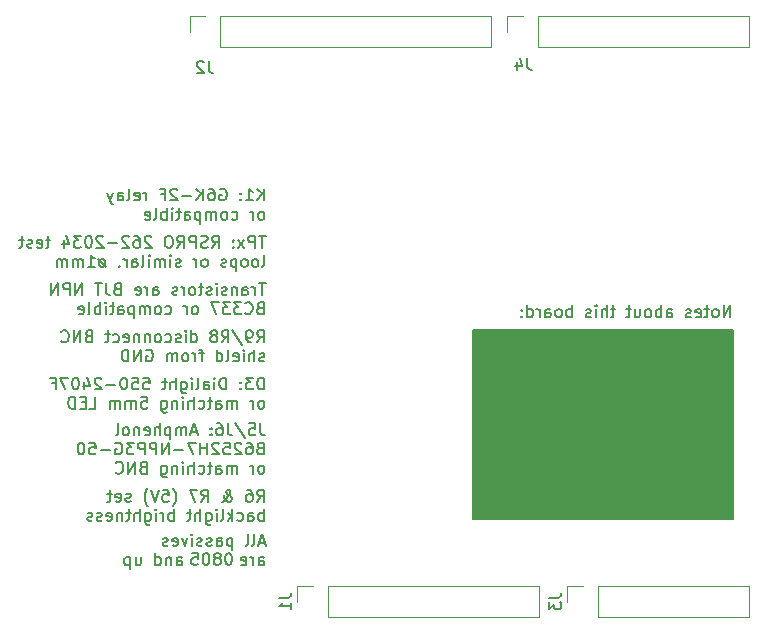
<source format=gbr>
%TF.GenerationSoftware,KiCad,Pcbnew,7.0.2*%
%TF.CreationDate,2023-10-12T23:28:15+02:00*%
%TF.ProjectId,pulse_generator_v2,70756c73-655f-4676-956e-657261746f72,rev?*%
%TF.SameCoordinates,Original*%
%TF.FileFunction,Legend,Bot*%
%TF.FilePolarity,Positive*%
%FSLAX46Y46*%
G04 Gerber Fmt 4.6, Leading zero omitted, Abs format (unit mm)*
G04 Created by KiCad (PCBNEW 7.0.2) date 2023-10-12 23:28:15*
%MOMM*%
%LPD*%
G01*
G04 APERTURE LIST*
%ADD10C,0.150000*%
%ADD11C,0.200000*%
%ADD12C,0.120000*%
G04 APERTURE END LIST*
D10*
X141500000Y-74500000D02*
X163500000Y-74500000D01*
X163500000Y-90500000D01*
X141500000Y-90500000D01*
X141500000Y-74500000D01*
G36*
X141500000Y-74500000D02*
G01*
X163500000Y-74500000D01*
X163500000Y-90500000D01*
X141500000Y-90500000D01*
X141500000Y-74500000D01*
G37*
X123761904Y-79507619D02*
X123761904Y-78507619D01*
X123761904Y-78507619D02*
X123523809Y-78507619D01*
X123523809Y-78507619D02*
X123380952Y-78555238D01*
X123380952Y-78555238D02*
X123285714Y-78650476D01*
X123285714Y-78650476D02*
X123238095Y-78745714D01*
X123238095Y-78745714D02*
X123190476Y-78936190D01*
X123190476Y-78936190D02*
X123190476Y-79079047D01*
X123190476Y-79079047D02*
X123238095Y-79269523D01*
X123238095Y-79269523D02*
X123285714Y-79364761D01*
X123285714Y-79364761D02*
X123380952Y-79460000D01*
X123380952Y-79460000D02*
X123523809Y-79507619D01*
X123523809Y-79507619D02*
X123761904Y-79507619D01*
X122857142Y-78507619D02*
X122238095Y-78507619D01*
X122238095Y-78507619D02*
X122571428Y-78888571D01*
X122571428Y-78888571D02*
X122428571Y-78888571D01*
X122428571Y-78888571D02*
X122333333Y-78936190D01*
X122333333Y-78936190D02*
X122285714Y-78983809D01*
X122285714Y-78983809D02*
X122238095Y-79079047D01*
X122238095Y-79079047D02*
X122238095Y-79317142D01*
X122238095Y-79317142D02*
X122285714Y-79412380D01*
X122285714Y-79412380D02*
X122333333Y-79460000D01*
X122333333Y-79460000D02*
X122428571Y-79507619D01*
X122428571Y-79507619D02*
X122714285Y-79507619D01*
X122714285Y-79507619D02*
X122809523Y-79460000D01*
X122809523Y-79460000D02*
X122857142Y-79412380D01*
X121809523Y-79412380D02*
X121761904Y-79460000D01*
X121761904Y-79460000D02*
X121809523Y-79507619D01*
X121809523Y-79507619D02*
X121857142Y-79460000D01*
X121857142Y-79460000D02*
X121809523Y-79412380D01*
X121809523Y-79412380D02*
X121809523Y-79507619D01*
X121809523Y-78888571D02*
X121761904Y-78936190D01*
X121761904Y-78936190D02*
X121809523Y-78983809D01*
X121809523Y-78983809D02*
X121857142Y-78936190D01*
X121857142Y-78936190D02*
X121809523Y-78888571D01*
X121809523Y-78888571D02*
X121809523Y-78983809D01*
X120571428Y-79507619D02*
X120571428Y-78507619D01*
X120571428Y-78507619D02*
X120333333Y-78507619D01*
X120333333Y-78507619D02*
X120190476Y-78555238D01*
X120190476Y-78555238D02*
X120095238Y-78650476D01*
X120095238Y-78650476D02*
X120047619Y-78745714D01*
X120047619Y-78745714D02*
X120000000Y-78936190D01*
X120000000Y-78936190D02*
X120000000Y-79079047D01*
X120000000Y-79079047D02*
X120047619Y-79269523D01*
X120047619Y-79269523D02*
X120095238Y-79364761D01*
X120095238Y-79364761D02*
X120190476Y-79460000D01*
X120190476Y-79460000D02*
X120333333Y-79507619D01*
X120333333Y-79507619D02*
X120571428Y-79507619D01*
X119571428Y-79507619D02*
X119571428Y-78840952D01*
X119571428Y-78507619D02*
X119619047Y-78555238D01*
X119619047Y-78555238D02*
X119571428Y-78602857D01*
X119571428Y-78602857D02*
X119523809Y-78555238D01*
X119523809Y-78555238D02*
X119571428Y-78507619D01*
X119571428Y-78507619D02*
X119571428Y-78602857D01*
X118666667Y-79507619D02*
X118666667Y-78983809D01*
X118666667Y-78983809D02*
X118714286Y-78888571D01*
X118714286Y-78888571D02*
X118809524Y-78840952D01*
X118809524Y-78840952D02*
X119000000Y-78840952D01*
X119000000Y-78840952D02*
X119095238Y-78888571D01*
X118666667Y-79460000D02*
X118761905Y-79507619D01*
X118761905Y-79507619D02*
X119000000Y-79507619D01*
X119000000Y-79507619D02*
X119095238Y-79460000D01*
X119095238Y-79460000D02*
X119142857Y-79364761D01*
X119142857Y-79364761D02*
X119142857Y-79269523D01*
X119142857Y-79269523D02*
X119095238Y-79174285D01*
X119095238Y-79174285D02*
X119000000Y-79126666D01*
X119000000Y-79126666D02*
X118761905Y-79126666D01*
X118761905Y-79126666D02*
X118666667Y-79079047D01*
X118047619Y-79507619D02*
X118142857Y-79460000D01*
X118142857Y-79460000D02*
X118190476Y-79364761D01*
X118190476Y-79364761D02*
X118190476Y-78507619D01*
X117666666Y-79507619D02*
X117666666Y-78840952D01*
X117666666Y-78507619D02*
X117714285Y-78555238D01*
X117714285Y-78555238D02*
X117666666Y-78602857D01*
X117666666Y-78602857D02*
X117619047Y-78555238D01*
X117619047Y-78555238D02*
X117666666Y-78507619D01*
X117666666Y-78507619D02*
X117666666Y-78602857D01*
X116761905Y-78840952D02*
X116761905Y-79650476D01*
X116761905Y-79650476D02*
X116809524Y-79745714D01*
X116809524Y-79745714D02*
X116857143Y-79793333D01*
X116857143Y-79793333D02*
X116952381Y-79840952D01*
X116952381Y-79840952D02*
X117095238Y-79840952D01*
X117095238Y-79840952D02*
X117190476Y-79793333D01*
X116761905Y-79460000D02*
X116857143Y-79507619D01*
X116857143Y-79507619D02*
X117047619Y-79507619D01*
X117047619Y-79507619D02*
X117142857Y-79460000D01*
X117142857Y-79460000D02*
X117190476Y-79412380D01*
X117190476Y-79412380D02*
X117238095Y-79317142D01*
X117238095Y-79317142D02*
X117238095Y-79031428D01*
X117238095Y-79031428D02*
X117190476Y-78936190D01*
X117190476Y-78936190D02*
X117142857Y-78888571D01*
X117142857Y-78888571D02*
X117047619Y-78840952D01*
X117047619Y-78840952D02*
X116857143Y-78840952D01*
X116857143Y-78840952D02*
X116761905Y-78888571D01*
X116285714Y-79507619D02*
X116285714Y-78507619D01*
X115857143Y-79507619D02*
X115857143Y-78983809D01*
X115857143Y-78983809D02*
X115904762Y-78888571D01*
X115904762Y-78888571D02*
X116000000Y-78840952D01*
X116000000Y-78840952D02*
X116142857Y-78840952D01*
X116142857Y-78840952D02*
X116238095Y-78888571D01*
X116238095Y-78888571D02*
X116285714Y-78936190D01*
X115523809Y-78840952D02*
X115142857Y-78840952D01*
X115380952Y-78507619D02*
X115380952Y-79364761D01*
X115380952Y-79364761D02*
X115333333Y-79460000D01*
X115333333Y-79460000D02*
X115238095Y-79507619D01*
X115238095Y-79507619D02*
X115142857Y-79507619D01*
X113571428Y-78507619D02*
X114047618Y-78507619D01*
X114047618Y-78507619D02*
X114095237Y-78983809D01*
X114095237Y-78983809D02*
X114047618Y-78936190D01*
X114047618Y-78936190D02*
X113952380Y-78888571D01*
X113952380Y-78888571D02*
X113714285Y-78888571D01*
X113714285Y-78888571D02*
X113619047Y-78936190D01*
X113619047Y-78936190D02*
X113571428Y-78983809D01*
X113571428Y-78983809D02*
X113523809Y-79079047D01*
X113523809Y-79079047D02*
X113523809Y-79317142D01*
X113523809Y-79317142D02*
X113571428Y-79412380D01*
X113571428Y-79412380D02*
X113619047Y-79460000D01*
X113619047Y-79460000D02*
X113714285Y-79507619D01*
X113714285Y-79507619D02*
X113952380Y-79507619D01*
X113952380Y-79507619D02*
X114047618Y-79460000D01*
X114047618Y-79460000D02*
X114095237Y-79412380D01*
X112619047Y-78507619D02*
X113095237Y-78507619D01*
X113095237Y-78507619D02*
X113142856Y-78983809D01*
X113142856Y-78983809D02*
X113095237Y-78936190D01*
X113095237Y-78936190D02*
X112999999Y-78888571D01*
X112999999Y-78888571D02*
X112761904Y-78888571D01*
X112761904Y-78888571D02*
X112666666Y-78936190D01*
X112666666Y-78936190D02*
X112619047Y-78983809D01*
X112619047Y-78983809D02*
X112571428Y-79079047D01*
X112571428Y-79079047D02*
X112571428Y-79317142D01*
X112571428Y-79317142D02*
X112619047Y-79412380D01*
X112619047Y-79412380D02*
X112666666Y-79460000D01*
X112666666Y-79460000D02*
X112761904Y-79507619D01*
X112761904Y-79507619D02*
X112999999Y-79507619D01*
X112999999Y-79507619D02*
X113095237Y-79460000D01*
X113095237Y-79460000D02*
X113142856Y-79412380D01*
X111952380Y-78507619D02*
X111857142Y-78507619D01*
X111857142Y-78507619D02*
X111761904Y-78555238D01*
X111761904Y-78555238D02*
X111714285Y-78602857D01*
X111714285Y-78602857D02*
X111666666Y-78698095D01*
X111666666Y-78698095D02*
X111619047Y-78888571D01*
X111619047Y-78888571D02*
X111619047Y-79126666D01*
X111619047Y-79126666D02*
X111666666Y-79317142D01*
X111666666Y-79317142D02*
X111714285Y-79412380D01*
X111714285Y-79412380D02*
X111761904Y-79460000D01*
X111761904Y-79460000D02*
X111857142Y-79507619D01*
X111857142Y-79507619D02*
X111952380Y-79507619D01*
X111952380Y-79507619D02*
X112047618Y-79460000D01*
X112047618Y-79460000D02*
X112095237Y-79412380D01*
X112095237Y-79412380D02*
X112142856Y-79317142D01*
X112142856Y-79317142D02*
X112190475Y-79126666D01*
X112190475Y-79126666D02*
X112190475Y-78888571D01*
X112190475Y-78888571D02*
X112142856Y-78698095D01*
X112142856Y-78698095D02*
X112095237Y-78602857D01*
X112095237Y-78602857D02*
X112047618Y-78555238D01*
X112047618Y-78555238D02*
X111952380Y-78507619D01*
X111190475Y-79126666D02*
X110428571Y-79126666D01*
X109999999Y-78602857D02*
X109952380Y-78555238D01*
X109952380Y-78555238D02*
X109857142Y-78507619D01*
X109857142Y-78507619D02*
X109619047Y-78507619D01*
X109619047Y-78507619D02*
X109523809Y-78555238D01*
X109523809Y-78555238D02*
X109476190Y-78602857D01*
X109476190Y-78602857D02*
X109428571Y-78698095D01*
X109428571Y-78698095D02*
X109428571Y-78793333D01*
X109428571Y-78793333D02*
X109476190Y-78936190D01*
X109476190Y-78936190D02*
X110047618Y-79507619D01*
X110047618Y-79507619D02*
X109428571Y-79507619D01*
X108571428Y-78840952D02*
X108571428Y-79507619D01*
X108809523Y-78460000D02*
X109047618Y-79174285D01*
X109047618Y-79174285D02*
X108428571Y-79174285D01*
X107857142Y-78507619D02*
X107761904Y-78507619D01*
X107761904Y-78507619D02*
X107666666Y-78555238D01*
X107666666Y-78555238D02*
X107619047Y-78602857D01*
X107619047Y-78602857D02*
X107571428Y-78698095D01*
X107571428Y-78698095D02*
X107523809Y-78888571D01*
X107523809Y-78888571D02*
X107523809Y-79126666D01*
X107523809Y-79126666D02*
X107571428Y-79317142D01*
X107571428Y-79317142D02*
X107619047Y-79412380D01*
X107619047Y-79412380D02*
X107666666Y-79460000D01*
X107666666Y-79460000D02*
X107761904Y-79507619D01*
X107761904Y-79507619D02*
X107857142Y-79507619D01*
X107857142Y-79507619D02*
X107952380Y-79460000D01*
X107952380Y-79460000D02*
X107999999Y-79412380D01*
X107999999Y-79412380D02*
X108047618Y-79317142D01*
X108047618Y-79317142D02*
X108095237Y-79126666D01*
X108095237Y-79126666D02*
X108095237Y-78888571D01*
X108095237Y-78888571D02*
X108047618Y-78698095D01*
X108047618Y-78698095D02*
X107999999Y-78602857D01*
X107999999Y-78602857D02*
X107952380Y-78555238D01*
X107952380Y-78555238D02*
X107857142Y-78507619D01*
X107190475Y-78507619D02*
X106523809Y-78507619D01*
X106523809Y-78507619D02*
X106952380Y-79507619D01*
X105809523Y-78983809D02*
X106142856Y-78983809D01*
X106142856Y-79507619D02*
X106142856Y-78507619D01*
X106142856Y-78507619D02*
X105666666Y-78507619D01*
X123619047Y-81127619D02*
X123714285Y-81080000D01*
X123714285Y-81080000D02*
X123761904Y-81032380D01*
X123761904Y-81032380D02*
X123809523Y-80937142D01*
X123809523Y-80937142D02*
X123809523Y-80651428D01*
X123809523Y-80651428D02*
X123761904Y-80556190D01*
X123761904Y-80556190D02*
X123714285Y-80508571D01*
X123714285Y-80508571D02*
X123619047Y-80460952D01*
X123619047Y-80460952D02*
X123476190Y-80460952D01*
X123476190Y-80460952D02*
X123380952Y-80508571D01*
X123380952Y-80508571D02*
X123333333Y-80556190D01*
X123333333Y-80556190D02*
X123285714Y-80651428D01*
X123285714Y-80651428D02*
X123285714Y-80937142D01*
X123285714Y-80937142D02*
X123333333Y-81032380D01*
X123333333Y-81032380D02*
X123380952Y-81080000D01*
X123380952Y-81080000D02*
X123476190Y-81127619D01*
X123476190Y-81127619D02*
X123619047Y-81127619D01*
X122857142Y-81127619D02*
X122857142Y-80460952D01*
X122857142Y-80651428D02*
X122809523Y-80556190D01*
X122809523Y-80556190D02*
X122761904Y-80508571D01*
X122761904Y-80508571D02*
X122666666Y-80460952D01*
X122666666Y-80460952D02*
X122571428Y-80460952D01*
X121476189Y-81127619D02*
X121476189Y-80460952D01*
X121476189Y-80556190D02*
X121428570Y-80508571D01*
X121428570Y-80508571D02*
X121333332Y-80460952D01*
X121333332Y-80460952D02*
X121190475Y-80460952D01*
X121190475Y-80460952D02*
X121095237Y-80508571D01*
X121095237Y-80508571D02*
X121047618Y-80603809D01*
X121047618Y-80603809D02*
X121047618Y-81127619D01*
X121047618Y-80603809D02*
X120999999Y-80508571D01*
X120999999Y-80508571D02*
X120904761Y-80460952D01*
X120904761Y-80460952D02*
X120761904Y-80460952D01*
X120761904Y-80460952D02*
X120666665Y-80508571D01*
X120666665Y-80508571D02*
X120619046Y-80603809D01*
X120619046Y-80603809D02*
X120619046Y-81127619D01*
X119714285Y-81127619D02*
X119714285Y-80603809D01*
X119714285Y-80603809D02*
X119761904Y-80508571D01*
X119761904Y-80508571D02*
X119857142Y-80460952D01*
X119857142Y-80460952D02*
X120047618Y-80460952D01*
X120047618Y-80460952D02*
X120142856Y-80508571D01*
X119714285Y-81080000D02*
X119809523Y-81127619D01*
X119809523Y-81127619D02*
X120047618Y-81127619D01*
X120047618Y-81127619D02*
X120142856Y-81080000D01*
X120142856Y-81080000D02*
X120190475Y-80984761D01*
X120190475Y-80984761D02*
X120190475Y-80889523D01*
X120190475Y-80889523D02*
X120142856Y-80794285D01*
X120142856Y-80794285D02*
X120047618Y-80746666D01*
X120047618Y-80746666D02*
X119809523Y-80746666D01*
X119809523Y-80746666D02*
X119714285Y-80699047D01*
X119380951Y-80460952D02*
X118999999Y-80460952D01*
X119238094Y-80127619D02*
X119238094Y-80984761D01*
X119238094Y-80984761D02*
X119190475Y-81080000D01*
X119190475Y-81080000D02*
X119095237Y-81127619D01*
X119095237Y-81127619D02*
X118999999Y-81127619D01*
X118238094Y-81080000D02*
X118333332Y-81127619D01*
X118333332Y-81127619D02*
X118523808Y-81127619D01*
X118523808Y-81127619D02*
X118619046Y-81080000D01*
X118619046Y-81080000D02*
X118666665Y-81032380D01*
X118666665Y-81032380D02*
X118714284Y-80937142D01*
X118714284Y-80937142D02*
X118714284Y-80651428D01*
X118714284Y-80651428D02*
X118666665Y-80556190D01*
X118666665Y-80556190D02*
X118619046Y-80508571D01*
X118619046Y-80508571D02*
X118523808Y-80460952D01*
X118523808Y-80460952D02*
X118333332Y-80460952D01*
X118333332Y-80460952D02*
X118238094Y-80508571D01*
X117809522Y-81127619D02*
X117809522Y-80127619D01*
X117380951Y-81127619D02*
X117380951Y-80603809D01*
X117380951Y-80603809D02*
X117428570Y-80508571D01*
X117428570Y-80508571D02*
X117523808Y-80460952D01*
X117523808Y-80460952D02*
X117666665Y-80460952D01*
X117666665Y-80460952D02*
X117761903Y-80508571D01*
X117761903Y-80508571D02*
X117809522Y-80556190D01*
X116904760Y-81127619D02*
X116904760Y-80460952D01*
X116904760Y-80127619D02*
X116952379Y-80175238D01*
X116952379Y-80175238D02*
X116904760Y-80222857D01*
X116904760Y-80222857D02*
X116857141Y-80175238D01*
X116857141Y-80175238D02*
X116904760Y-80127619D01*
X116904760Y-80127619D02*
X116904760Y-80222857D01*
X116428570Y-80460952D02*
X116428570Y-81127619D01*
X116428570Y-80556190D02*
X116380951Y-80508571D01*
X116380951Y-80508571D02*
X116285713Y-80460952D01*
X116285713Y-80460952D02*
X116142856Y-80460952D01*
X116142856Y-80460952D02*
X116047618Y-80508571D01*
X116047618Y-80508571D02*
X115999999Y-80603809D01*
X115999999Y-80603809D02*
X115999999Y-81127619D01*
X115095237Y-80460952D02*
X115095237Y-81270476D01*
X115095237Y-81270476D02*
X115142856Y-81365714D01*
X115142856Y-81365714D02*
X115190475Y-81413333D01*
X115190475Y-81413333D02*
X115285713Y-81460952D01*
X115285713Y-81460952D02*
X115428570Y-81460952D01*
X115428570Y-81460952D02*
X115523808Y-81413333D01*
X115095237Y-81080000D02*
X115190475Y-81127619D01*
X115190475Y-81127619D02*
X115380951Y-81127619D01*
X115380951Y-81127619D02*
X115476189Y-81080000D01*
X115476189Y-81080000D02*
X115523808Y-81032380D01*
X115523808Y-81032380D02*
X115571427Y-80937142D01*
X115571427Y-80937142D02*
X115571427Y-80651428D01*
X115571427Y-80651428D02*
X115523808Y-80556190D01*
X115523808Y-80556190D02*
X115476189Y-80508571D01*
X115476189Y-80508571D02*
X115380951Y-80460952D01*
X115380951Y-80460952D02*
X115190475Y-80460952D01*
X115190475Y-80460952D02*
X115095237Y-80508571D01*
X113380951Y-80127619D02*
X113857141Y-80127619D01*
X113857141Y-80127619D02*
X113904760Y-80603809D01*
X113904760Y-80603809D02*
X113857141Y-80556190D01*
X113857141Y-80556190D02*
X113761903Y-80508571D01*
X113761903Y-80508571D02*
X113523808Y-80508571D01*
X113523808Y-80508571D02*
X113428570Y-80556190D01*
X113428570Y-80556190D02*
X113380951Y-80603809D01*
X113380951Y-80603809D02*
X113333332Y-80699047D01*
X113333332Y-80699047D02*
X113333332Y-80937142D01*
X113333332Y-80937142D02*
X113380951Y-81032380D01*
X113380951Y-81032380D02*
X113428570Y-81080000D01*
X113428570Y-81080000D02*
X113523808Y-81127619D01*
X113523808Y-81127619D02*
X113761903Y-81127619D01*
X113761903Y-81127619D02*
X113857141Y-81080000D01*
X113857141Y-81080000D02*
X113904760Y-81032380D01*
X112904760Y-81127619D02*
X112904760Y-80460952D01*
X112904760Y-80556190D02*
X112857141Y-80508571D01*
X112857141Y-80508571D02*
X112761903Y-80460952D01*
X112761903Y-80460952D02*
X112619046Y-80460952D01*
X112619046Y-80460952D02*
X112523808Y-80508571D01*
X112523808Y-80508571D02*
X112476189Y-80603809D01*
X112476189Y-80603809D02*
X112476189Y-81127619D01*
X112476189Y-80603809D02*
X112428570Y-80508571D01*
X112428570Y-80508571D02*
X112333332Y-80460952D01*
X112333332Y-80460952D02*
X112190475Y-80460952D01*
X112190475Y-80460952D02*
X112095236Y-80508571D01*
X112095236Y-80508571D02*
X112047617Y-80603809D01*
X112047617Y-80603809D02*
X112047617Y-81127619D01*
X111571427Y-81127619D02*
X111571427Y-80460952D01*
X111571427Y-80556190D02*
X111523808Y-80508571D01*
X111523808Y-80508571D02*
X111428570Y-80460952D01*
X111428570Y-80460952D02*
X111285713Y-80460952D01*
X111285713Y-80460952D02*
X111190475Y-80508571D01*
X111190475Y-80508571D02*
X111142856Y-80603809D01*
X111142856Y-80603809D02*
X111142856Y-81127619D01*
X111142856Y-80603809D02*
X111095237Y-80508571D01*
X111095237Y-80508571D02*
X110999999Y-80460952D01*
X110999999Y-80460952D02*
X110857142Y-80460952D01*
X110857142Y-80460952D02*
X110761903Y-80508571D01*
X110761903Y-80508571D02*
X110714284Y-80603809D01*
X110714284Y-80603809D02*
X110714284Y-81127619D01*
X108999999Y-81127619D02*
X109476189Y-81127619D01*
X109476189Y-81127619D02*
X109476189Y-80127619D01*
X108666665Y-80603809D02*
X108333332Y-80603809D01*
X108190475Y-81127619D02*
X108666665Y-81127619D01*
X108666665Y-81127619D02*
X108666665Y-80127619D01*
X108666665Y-80127619D02*
X108190475Y-80127619D01*
X107761903Y-81127619D02*
X107761903Y-80127619D01*
X107761903Y-80127619D02*
X107523808Y-80127619D01*
X107523808Y-80127619D02*
X107380951Y-80175238D01*
X107380951Y-80175238D02*
X107285713Y-80270476D01*
X107285713Y-80270476D02*
X107238094Y-80365714D01*
X107238094Y-80365714D02*
X107190475Y-80556190D01*
X107190475Y-80556190D02*
X107190475Y-80699047D01*
X107190475Y-80699047D02*
X107238094Y-80889523D01*
X107238094Y-80889523D02*
X107285713Y-80984761D01*
X107285713Y-80984761D02*
X107380951Y-81080000D01*
X107380951Y-81080000D02*
X107523808Y-81127619D01*
X107523808Y-81127619D02*
X107761903Y-81127619D01*
X163261904Y-73377619D02*
X163261904Y-72377619D01*
X163261904Y-72377619D02*
X162690476Y-73377619D01*
X162690476Y-73377619D02*
X162690476Y-72377619D01*
X162071428Y-73377619D02*
X162166666Y-73330000D01*
X162166666Y-73330000D02*
X162214285Y-73282380D01*
X162214285Y-73282380D02*
X162261904Y-73187142D01*
X162261904Y-73187142D02*
X162261904Y-72901428D01*
X162261904Y-72901428D02*
X162214285Y-72806190D01*
X162214285Y-72806190D02*
X162166666Y-72758571D01*
X162166666Y-72758571D02*
X162071428Y-72710952D01*
X162071428Y-72710952D02*
X161928571Y-72710952D01*
X161928571Y-72710952D02*
X161833333Y-72758571D01*
X161833333Y-72758571D02*
X161785714Y-72806190D01*
X161785714Y-72806190D02*
X161738095Y-72901428D01*
X161738095Y-72901428D02*
X161738095Y-73187142D01*
X161738095Y-73187142D02*
X161785714Y-73282380D01*
X161785714Y-73282380D02*
X161833333Y-73330000D01*
X161833333Y-73330000D02*
X161928571Y-73377619D01*
X161928571Y-73377619D02*
X162071428Y-73377619D01*
X161452380Y-72710952D02*
X161071428Y-72710952D01*
X161309523Y-72377619D02*
X161309523Y-73234761D01*
X161309523Y-73234761D02*
X161261904Y-73330000D01*
X161261904Y-73330000D02*
X161166666Y-73377619D01*
X161166666Y-73377619D02*
X161071428Y-73377619D01*
X160357142Y-73330000D02*
X160452380Y-73377619D01*
X160452380Y-73377619D02*
X160642856Y-73377619D01*
X160642856Y-73377619D02*
X160738094Y-73330000D01*
X160738094Y-73330000D02*
X160785713Y-73234761D01*
X160785713Y-73234761D02*
X160785713Y-72853809D01*
X160785713Y-72853809D02*
X160738094Y-72758571D01*
X160738094Y-72758571D02*
X160642856Y-72710952D01*
X160642856Y-72710952D02*
X160452380Y-72710952D01*
X160452380Y-72710952D02*
X160357142Y-72758571D01*
X160357142Y-72758571D02*
X160309523Y-72853809D01*
X160309523Y-72853809D02*
X160309523Y-72949047D01*
X160309523Y-72949047D02*
X160785713Y-73044285D01*
X159928570Y-73330000D02*
X159833332Y-73377619D01*
X159833332Y-73377619D02*
X159642856Y-73377619D01*
X159642856Y-73377619D02*
X159547618Y-73330000D01*
X159547618Y-73330000D02*
X159499999Y-73234761D01*
X159499999Y-73234761D02*
X159499999Y-73187142D01*
X159499999Y-73187142D02*
X159547618Y-73091904D01*
X159547618Y-73091904D02*
X159642856Y-73044285D01*
X159642856Y-73044285D02*
X159785713Y-73044285D01*
X159785713Y-73044285D02*
X159880951Y-72996666D01*
X159880951Y-72996666D02*
X159928570Y-72901428D01*
X159928570Y-72901428D02*
X159928570Y-72853809D01*
X159928570Y-72853809D02*
X159880951Y-72758571D01*
X159880951Y-72758571D02*
X159785713Y-72710952D01*
X159785713Y-72710952D02*
X159642856Y-72710952D01*
X159642856Y-72710952D02*
X159547618Y-72758571D01*
X157880951Y-73377619D02*
X157880951Y-72853809D01*
X157880951Y-72853809D02*
X157928570Y-72758571D01*
X157928570Y-72758571D02*
X158023808Y-72710952D01*
X158023808Y-72710952D02*
X158214284Y-72710952D01*
X158214284Y-72710952D02*
X158309522Y-72758571D01*
X157880951Y-73330000D02*
X157976189Y-73377619D01*
X157976189Y-73377619D02*
X158214284Y-73377619D01*
X158214284Y-73377619D02*
X158309522Y-73330000D01*
X158309522Y-73330000D02*
X158357141Y-73234761D01*
X158357141Y-73234761D02*
X158357141Y-73139523D01*
X158357141Y-73139523D02*
X158309522Y-73044285D01*
X158309522Y-73044285D02*
X158214284Y-72996666D01*
X158214284Y-72996666D02*
X157976189Y-72996666D01*
X157976189Y-72996666D02*
X157880951Y-72949047D01*
X157404760Y-73377619D02*
X157404760Y-72377619D01*
X157404760Y-72758571D02*
X157309522Y-72710952D01*
X157309522Y-72710952D02*
X157119046Y-72710952D01*
X157119046Y-72710952D02*
X157023808Y-72758571D01*
X157023808Y-72758571D02*
X156976189Y-72806190D01*
X156976189Y-72806190D02*
X156928570Y-72901428D01*
X156928570Y-72901428D02*
X156928570Y-73187142D01*
X156928570Y-73187142D02*
X156976189Y-73282380D01*
X156976189Y-73282380D02*
X157023808Y-73330000D01*
X157023808Y-73330000D02*
X157119046Y-73377619D01*
X157119046Y-73377619D02*
X157309522Y-73377619D01*
X157309522Y-73377619D02*
X157404760Y-73330000D01*
X156357141Y-73377619D02*
X156452379Y-73330000D01*
X156452379Y-73330000D02*
X156499998Y-73282380D01*
X156499998Y-73282380D02*
X156547617Y-73187142D01*
X156547617Y-73187142D02*
X156547617Y-72901428D01*
X156547617Y-72901428D02*
X156499998Y-72806190D01*
X156499998Y-72806190D02*
X156452379Y-72758571D01*
X156452379Y-72758571D02*
X156357141Y-72710952D01*
X156357141Y-72710952D02*
X156214284Y-72710952D01*
X156214284Y-72710952D02*
X156119046Y-72758571D01*
X156119046Y-72758571D02*
X156071427Y-72806190D01*
X156071427Y-72806190D02*
X156023808Y-72901428D01*
X156023808Y-72901428D02*
X156023808Y-73187142D01*
X156023808Y-73187142D02*
X156071427Y-73282380D01*
X156071427Y-73282380D02*
X156119046Y-73330000D01*
X156119046Y-73330000D02*
X156214284Y-73377619D01*
X156214284Y-73377619D02*
X156357141Y-73377619D01*
X155166665Y-72710952D02*
X155166665Y-73377619D01*
X155595236Y-72710952D02*
X155595236Y-73234761D01*
X155595236Y-73234761D02*
X155547617Y-73330000D01*
X155547617Y-73330000D02*
X155452379Y-73377619D01*
X155452379Y-73377619D02*
X155309522Y-73377619D01*
X155309522Y-73377619D02*
X155214284Y-73330000D01*
X155214284Y-73330000D02*
X155166665Y-73282380D01*
X154833331Y-72710952D02*
X154452379Y-72710952D01*
X154690474Y-72377619D02*
X154690474Y-73234761D01*
X154690474Y-73234761D02*
X154642855Y-73330000D01*
X154642855Y-73330000D02*
X154547617Y-73377619D01*
X154547617Y-73377619D02*
X154452379Y-73377619D01*
X153499997Y-72710952D02*
X153119045Y-72710952D01*
X153357140Y-72377619D02*
X153357140Y-73234761D01*
X153357140Y-73234761D02*
X153309521Y-73330000D01*
X153309521Y-73330000D02*
X153214283Y-73377619D01*
X153214283Y-73377619D02*
X153119045Y-73377619D01*
X152785711Y-73377619D02*
X152785711Y-72377619D01*
X152357140Y-73377619D02*
X152357140Y-72853809D01*
X152357140Y-72853809D02*
X152404759Y-72758571D01*
X152404759Y-72758571D02*
X152499997Y-72710952D01*
X152499997Y-72710952D02*
X152642854Y-72710952D01*
X152642854Y-72710952D02*
X152738092Y-72758571D01*
X152738092Y-72758571D02*
X152785711Y-72806190D01*
X151880949Y-73377619D02*
X151880949Y-72710952D01*
X151880949Y-72377619D02*
X151928568Y-72425238D01*
X151928568Y-72425238D02*
X151880949Y-72472857D01*
X151880949Y-72472857D02*
X151833330Y-72425238D01*
X151833330Y-72425238D02*
X151880949Y-72377619D01*
X151880949Y-72377619D02*
X151880949Y-72472857D01*
X151452378Y-73330000D02*
X151357140Y-73377619D01*
X151357140Y-73377619D02*
X151166664Y-73377619D01*
X151166664Y-73377619D02*
X151071426Y-73330000D01*
X151071426Y-73330000D02*
X151023807Y-73234761D01*
X151023807Y-73234761D02*
X151023807Y-73187142D01*
X151023807Y-73187142D02*
X151071426Y-73091904D01*
X151071426Y-73091904D02*
X151166664Y-73044285D01*
X151166664Y-73044285D02*
X151309521Y-73044285D01*
X151309521Y-73044285D02*
X151404759Y-72996666D01*
X151404759Y-72996666D02*
X151452378Y-72901428D01*
X151452378Y-72901428D02*
X151452378Y-72853809D01*
X151452378Y-72853809D02*
X151404759Y-72758571D01*
X151404759Y-72758571D02*
X151309521Y-72710952D01*
X151309521Y-72710952D02*
X151166664Y-72710952D01*
X151166664Y-72710952D02*
X151071426Y-72758571D01*
X149833330Y-73377619D02*
X149833330Y-72377619D01*
X149833330Y-72758571D02*
X149738092Y-72710952D01*
X149738092Y-72710952D02*
X149547616Y-72710952D01*
X149547616Y-72710952D02*
X149452378Y-72758571D01*
X149452378Y-72758571D02*
X149404759Y-72806190D01*
X149404759Y-72806190D02*
X149357140Y-72901428D01*
X149357140Y-72901428D02*
X149357140Y-73187142D01*
X149357140Y-73187142D02*
X149404759Y-73282380D01*
X149404759Y-73282380D02*
X149452378Y-73330000D01*
X149452378Y-73330000D02*
X149547616Y-73377619D01*
X149547616Y-73377619D02*
X149738092Y-73377619D01*
X149738092Y-73377619D02*
X149833330Y-73330000D01*
X148785711Y-73377619D02*
X148880949Y-73330000D01*
X148880949Y-73330000D02*
X148928568Y-73282380D01*
X148928568Y-73282380D02*
X148976187Y-73187142D01*
X148976187Y-73187142D02*
X148976187Y-72901428D01*
X148976187Y-72901428D02*
X148928568Y-72806190D01*
X148928568Y-72806190D02*
X148880949Y-72758571D01*
X148880949Y-72758571D02*
X148785711Y-72710952D01*
X148785711Y-72710952D02*
X148642854Y-72710952D01*
X148642854Y-72710952D02*
X148547616Y-72758571D01*
X148547616Y-72758571D02*
X148499997Y-72806190D01*
X148499997Y-72806190D02*
X148452378Y-72901428D01*
X148452378Y-72901428D02*
X148452378Y-73187142D01*
X148452378Y-73187142D02*
X148499997Y-73282380D01*
X148499997Y-73282380D02*
X148547616Y-73330000D01*
X148547616Y-73330000D02*
X148642854Y-73377619D01*
X148642854Y-73377619D02*
X148785711Y-73377619D01*
X147595235Y-73377619D02*
X147595235Y-72853809D01*
X147595235Y-72853809D02*
X147642854Y-72758571D01*
X147642854Y-72758571D02*
X147738092Y-72710952D01*
X147738092Y-72710952D02*
X147928568Y-72710952D01*
X147928568Y-72710952D02*
X148023806Y-72758571D01*
X147595235Y-73330000D02*
X147690473Y-73377619D01*
X147690473Y-73377619D02*
X147928568Y-73377619D01*
X147928568Y-73377619D02*
X148023806Y-73330000D01*
X148023806Y-73330000D02*
X148071425Y-73234761D01*
X148071425Y-73234761D02*
X148071425Y-73139523D01*
X148071425Y-73139523D02*
X148023806Y-73044285D01*
X148023806Y-73044285D02*
X147928568Y-72996666D01*
X147928568Y-72996666D02*
X147690473Y-72996666D01*
X147690473Y-72996666D02*
X147595235Y-72949047D01*
X147119044Y-73377619D02*
X147119044Y-72710952D01*
X147119044Y-72901428D02*
X147071425Y-72806190D01*
X147071425Y-72806190D02*
X147023806Y-72758571D01*
X147023806Y-72758571D02*
X146928568Y-72710952D01*
X146928568Y-72710952D02*
X146833330Y-72710952D01*
X146071425Y-73377619D02*
X146071425Y-72377619D01*
X146071425Y-73330000D02*
X146166663Y-73377619D01*
X146166663Y-73377619D02*
X146357139Y-73377619D01*
X146357139Y-73377619D02*
X146452377Y-73330000D01*
X146452377Y-73330000D02*
X146499996Y-73282380D01*
X146499996Y-73282380D02*
X146547615Y-73187142D01*
X146547615Y-73187142D02*
X146547615Y-72901428D01*
X146547615Y-72901428D02*
X146499996Y-72806190D01*
X146499996Y-72806190D02*
X146452377Y-72758571D01*
X146452377Y-72758571D02*
X146357139Y-72710952D01*
X146357139Y-72710952D02*
X146166663Y-72710952D01*
X146166663Y-72710952D02*
X146071425Y-72758571D01*
X145595234Y-73282380D02*
X145547615Y-73330000D01*
X145547615Y-73330000D02*
X145595234Y-73377619D01*
X145595234Y-73377619D02*
X145642853Y-73330000D01*
X145642853Y-73330000D02*
X145595234Y-73282380D01*
X145595234Y-73282380D02*
X145595234Y-73377619D01*
X145595234Y-72758571D02*
X145547615Y-72806190D01*
X145547615Y-72806190D02*
X145595234Y-72853809D01*
X145595234Y-72853809D02*
X145642853Y-72806190D01*
X145642853Y-72806190D02*
X145595234Y-72758571D01*
X145595234Y-72758571D02*
X145595234Y-72853809D01*
X123809523Y-92471904D02*
X123333333Y-92471904D01*
X123904761Y-92757619D02*
X123571428Y-91757619D01*
X123571428Y-91757619D02*
X123238095Y-92757619D01*
X122761904Y-92757619D02*
X122857142Y-92710000D01*
X122857142Y-92710000D02*
X122904761Y-92614761D01*
X122904761Y-92614761D02*
X122904761Y-91757619D01*
X122238094Y-92757619D02*
X122333332Y-92710000D01*
X122333332Y-92710000D02*
X122380951Y-92614761D01*
X122380951Y-92614761D02*
X122380951Y-91757619D01*
X121095236Y-92090952D02*
X121095236Y-93090952D01*
X121095236Y-92138571D02*
X120999998Y-92090952D01*
X120999998Y-92090952D02*
X120809522Y-92090952D01*
X120809522Y-92090952D02*
X120714284Y-92138571D01*
X120714284Y-92138571D02*
X120666665Y-92186190D01*
X120666665Y-92186190D02*
X120619046Y-92281428D01*
X120619046Y-92281428D02*
X120619046Y-92567142D01*
X120619046Y-92567142D02*
X120666665Y-92662380D01*
X120666665Y-92662380D02*
X120714284Y-92710000D01*
X120714284Y-92710000D02*
X120809522Y-92757619D01*
X120809522Y-92757619D02*
X120999998Y-92757619D01*
X120999998Y-92757619D02*
X121095236Y-92710000D01*
X119761903Y-92757619D02*
X119761903Y-92233809D01*
X119761903Y-92233809D02*
X119809522Y-92138571D01*
X119809522Y-92138571D02*
X119904760Y-92090952D01*
X119904760Y-92090952D02*
X120095236Y-92090952D01*
X120095236Y-92090952D02*
X120190474Y-92138571D01*
X119761903Y-92710000D02*
X119857141Y-92757619D01*
X119857141Y-92757619D02*
X120095236Y-92757619D01*
X120095236Y-92757619D02*
X120190474Y-92710000D01*
X120190474Y-92710000D02*
X120238093Y-92614761D01*
X120238093Y-92614761D02*
X120238093Y-92519523D01*
X120238093Y-92519523D02*
X120190474Y-92424285D01*
X120190474Y-92424285D02*
X120095236Y-92376666D01*
X120095236Y-92376666D02*
X119857141Y-92376666D01*
X119857141Y-92376666D02*
X119761903Y-92329047D01*
X119333331Y-92710000D02*
X119238093Y-92757619D01*
X119238093Y-92757619D02*
X119047617Y-92757619D01*
X119047617Y-92757619D02*
X118952379Y-92710000D01*
X118952379Y-92710000D02*
X118904760Y-92614761D01*
X118904760Y-92614761D02*
X118904760Y-92567142D01*
X118904760Y-92567142D02*
X118952379Y-92471904D01*
X118952379Y-92471904D02*
X119047617Y-92424285D01*
X119047617Y-92424285D02*
X119190474Y-92424285D01*
X119190474Y-92424285D02*
X119285712Y-92376666D01*
X119285712Y-92376666D02*
X119333331Y-92281428D01*
X119333331Y-92281428D02*
X119333331Y-92233809D01*
X119333331Y-92233809D02*
X119285712Y-92138571D01*
X119285712Y-92138571D02*
X119190474Y-92090952D01*
X119190474Y-92090952D02*
X119047617Y-92090952D01*
X119047617Y-92090952D02*
X118952379Y-92138571D01*
X118523807Y-92710000D02*
X118428569Y-92757619D01*
X118428569Y-92757619D02*
X118238093Y-92757619D01*
X118238093Y-92757619D02*
X118142855Y-92710000D01*
X118142855Y-92710000D02*
X118095236Y-92614761D01*
X118095236Y-92614761D02*
X118095236Y-92567142D01*
X118095236Y-92567142D02*
X118142855Y-92471904D01*
X118142855Y-92471904D02*
X118238093Y-92424285D01*
X118238093Y-92424285D02*
X118380950Y-92424285D01*
X118380950Y-92424285D02*
X118476188Y-92376666D01*
X118476188Y-92376666D02*
X118523807Y-92281428D01*
X118523807Y-92281428D02*
X118523807Y-92233809D01*
X118523807Y-92233809D02*
X118476188Y-92138571D01*
X118476188Y-92138571D02*
X118380950Y-92090952D01*
X118380950Y-92090952D02*
X118238093Y-92090952D01*
X118238093Y-92090952D02*
X118142855Y-92138571D01*
X117666664Y-92757619D02*
X117666664Y-92090952D01*
X117666664Y-91757619D02*
X117714283Y-91805238D01*
X117714283Y-91805238D02*
X117666664Y-91852857D01*
X117666664Y-91852857D02*
X117619045Y-91805238D01*
X117619045Y-91805238D02*
X117666664Y-91757619D01*
X117666664Y-91757619D02*
X117666664Y-91852857D01*
X117285712Y-92090952D02*
X117047617Y-92757619D01*
X117047617Y-92757619D02*
X116809522Y-92090952D01*
X116047617Y-92710000D02*
X116142855Y-92757619D01*
X116142855Y-92757619D02*
X116333331Y-92757619D01*
X116333331Y-92757619D02*
X116428569Y-92710000D01*
X116428569Y-92710000D02*
X116476188Y-92614761D01*
X116476188Y-92614761D02*
X116476188Y-92233809D01*
X116476188Y-92233809D02*
X116428569Y-92138571D01*
X116428569Y-92138571D02*
X116333331Y-92090952D01*
X116333331Y-92090952D02*
X116142855Y-92090952D01*
X116142855Y-92090952D02*
X116047617Y-92138571D01*
X116047617Y-92138571D02*
X115999998Y-92233809D01*
X115999998Y-92233809D02*
X115999998Y-92329047D01*
X115999998Y-92329047D02*
X116476188Y-92424285D01*
X115619045Y-92710000D02*
X115523807Y-92757619D01*
X115523807Y-92757619D02*
X115333331Y-92757619D01*
X115333331Y-92757619D02*
X115238093Y-92710000D01*
X115238093Y-92710000D02*
X115190474Y-92614761D01*
X115190474Y-92614761D02*
X115190474Y-92567142D01*
X115190474Y-92567142D02*
X115238093Y-92471904D01*
X115238093Y-92471904D02*
X115333331Y-92424285D01*
X115333331Y-92424285D02*
X115476188Y-92424285D01*
X115476188Y-92424285D02*
X115571426Y-92376666D01*
X115571426Y-92376666D02*
X115619045Y-92281428D01*
X115619045Y-92281428D02*
X115619045Y-92233809D01*
X115619045Y-92233809D02*
X115571426Y-92138571D01*
X115571426Y-92138571D02*
X115476188Y-92090952D01*
X115476188Y-92090952D02*
X115333331Y-92090952D01*
X115333331Y-92090952D02*
X115238093Y-92138571D01*
X123333333Y-94377619D02*
X123333333Y-93853809D01*
X123333333Y-93853809D02*
X123380952Y-93758571D01*
X123380952Y-93758571D02*
X123476190Y-93710952D01*
X123476190Y-93710952D02*
X123666666Y-93710952D01*
X123666666Y-93710952D02*
X123761904Y-93758571D01*
X123333333Y-94330000D02*
X123428571Y-94377619D01*
X123428571Y-94377619D02*
X123666666Y-94377619D01*
X123666666Y-94377619D02*
X123761904Y-94330000D01*
X123761904Y-94330000D02*
X123809523Y-94234761D01*
X123809523Y-94234761D02*
X123809523Y-94139523D01*
X123809523Y-94139523D02*
X123761904Y-94044285D01*
X123761904Y-94044285D02*
X123666666Y-93996666D01*
X123666666Y-93996666D02*
X123428571Y-93996666D01*
X123428571Y-93996666D02*
X123333333Y-93949047D01*
X122857142Y-94377619D02*
X122857142Y-93710952D01*
X122857142Y-93901428D02*
X122809523Y-93806190D01*
X122809523Y-93806190D02*
X122761904Y-93758571D01*
X122761904Y-93758571D02*
X122666666Y-93710952D01*
X122666666Y-93710952D02*
X122571428Y-93710952D01*
X121857142Y-94330000D02*
X121952380Y-94377619D01*
X121952380Y-94377619D02*
X122142856Y-94377619D01*
X122142856Y-94377619D02*
X122238094Y-94330000D01*
X122238094Y-94330000D02*
X122285713Y-94234761D01*
X122285713Y-94234761D02*
X122285713Y-93853809D01*
X122285713Y-93853809D02*
X122238094Y-93758571D01*
X122238094Y-93758571D02*
X122142856Y-93710952D01*
X122142856Y-93710952D02*
X121952380Y-93710952D01*
X121952380Y-93710952D02*
X121857142Y-93758571D01*
X121857142Y-93758571D02*
X121809523Y-93853809D01*
X121809523Y-93853809D02*
X121809523Y-93949047D01*
X121809523Y-93949047D02*
X122285713Y-94044285D01*
X116380950Y-94377619D02*
X116380950Y-93853809D01*
X116380950Y-93853809D02*
X116428569Y-93758571D01*
X116428569Y-93758571D02*
X116523807Y-93710952D01*
X116523807Y-93710952D02*
X116714283Y-93710952D01*
X116714283Y-93710952D02*
X116809521Y-93758571D01*
X116380950Y-94330000D02*
X116476188Y-94377619D01*
X116476188Y-94377619D02*
X116714283Y-94377619D01*
X116714283Y-94377619D02*
X116809521Y-94330000D01*
X116809521Y-94330000D02*
X116857140Y-94234761D01*
X116857140Y-94234761D02*
X116857140Y-94139523D01*
X116857140Y-94139523D02*
X116809521Y-94044285D01*
X116809521Y-94044285D02*
X116714283Y-93996666D01*
X116714283Y-93996666D02*
X116476188Y-93996666D01*
X116476188Y-93996666D02*
X116380950Y-93949047D01*
X115904759Y-93710952D02*
X115904759Y-94377619D01*
X115904759Y-93806190D02*
X115857140Y-93758571D01*
X115857140Y-93758571D02*
X115761902Y-93710952D01*
X115761902Y-93710952D02*
X115619045Y-93710952D01*
X115619045Y-93710952D02*
X115523807Y-93758571D01*
X115523807Y-93758571D02*
X115476188Y-93853809D01*
X115476188Y-93853809D02*
X115476188Y-94377619D01*
X114571426Y-94377619D02*
X114571426Y-93377619D01*
X114571426Y-94330000D02*
X114666664Y-94377619D01*
X114666664Y-94377619D02*
X114857140Y-94377619D01*
X114857140Y-94377619D02*
X114952378Y-94330000D01*
X114952378Y-94330000D02*
X114999997Y-94282380D01*
X114999997Y-94282380D02*
X115047616Y-94187142D01*
X115047616Y-94187142D02*
X115047616Y-93901428D01*
X115047616Y-93901428D02*
X114999997Y-93806190D01*
X114999997Y-93806190D02*
X114952378Y-93758571D01*
X114952378Y-93758571D02*
X114857140Y-93710952D01*
X114857140Y-93710952D02*
X114666664Y-93710952D01*
X114666664Y-93710952D02*
X114571426Y-93758571D01*
X112904759Y-93710952D02*
X112904759Y-94377619D01*
X113333330Y-93710952D02*
X113333330Y-94234761D01*
X113333330Y-94234761D02*
X113285711Y-94330000D01*
X113285711Y-94330000D02*
X113190473Y-94377619D01*
X113190473Y-94377619D02*
X113047616Y-94377619D01*
X113047616Y-94377619D02*
X112952378Y-94330000D01*
X112952378Y-94330000D02*
X112904759Y-94282380D01*
X112428568Y-93710952D02*
X112428568Y-94710952D01*
X112428568Y-93758571D02*
X112333330Y-93710952D01*
X112333330Y-93710952D02*
X112142854Y-93710952D01*
X112142854Y-93710952D02*
X112047616Y-93758571D01*
X112047616Y-93758571D02*
X111999997Y-93806190D01*
X111999997Y-93806190D02*
X111952378Y-93901428D01*
X111952378Y-93901428D02*
X111952378Y-94187142D01*
X111952378Y-94187142D02*
X111999997Y-94282380D01*
X111999997Y-94282380D02*
X112047616Y-94330000D01*
X112047616Y-94330000D02*
X112142854Y-94377619D01*
X112142854Y-94377619D02*
X112333330Y-94377619D01*
X112333330Y-94377619D02*
X112428568Y-94330000D01*
X123904761Y-70507619D02*
X123333333Y-70507619D01*
X123619047Y-71507619D02*
X123619047Y-70507619D01*
X122999999Y-71507619D02*
X122999999Y-70840952D01*
X122999999Y-71031428D02*
X122952380Y-70936190D01*
X122952380Y-70936190D02*
X122904761Y-70888571D01*
X122904761Y-70888571D02*
X122809523Y-70840952D01*
X122809523Y-70840952D02*
X122714285Y-70840952D01*
X121952380Y-71507619D02*
X121952380Y-70983809D01*
X121952380Y-70983809D02*
X121999999Y-70888571D01*
X121999999Y-70888571D02*
X122095237Y-70840952D01*
X122095237Y-70840952D02*
X122285713Y-70840952D01*
X122285713Y-70840952D02*
X122380951Y-70888571D01*
X121952380Y-71460000D02*
X122047618Y-71507619D01*
X122047618Y-71507619D02*
X122285713Y-71507619D01*
X122285713Y-71507619D02*
X122380951Y-71460000D01*
X122380951Y-71460000D02*
X122428570Y-71364761D01*
X122428570Y-71364761D02*
X122428570Y-71269523D01*
X122428570Y-71269523D02*
X122380951Y-71174285D01*
X122380951Y-71174285D02*
X122285713Y-71126666D01*
X122285713Y-71126666D02*
X122047618Y-71126666D01*
X122047618Y-71126666D02*
X121952380Y-71079047D01*
X121476189Y-70840952D02*
X121476189Y-71507619D01*
X121476189Y-70936190D02*
X121428570Y-70888571D01*
X121428570Y-70888571D02*
X121333332Y-70840952D01*
X121333332Y-70840952D02*
X121190475Y-70840952D01*
X121190475Y-70840952D02*
X121095237Y-70888571D01*
X121095237Y-70888571D02*
X121047618Y-70983809D01*
X121047618Y-70983809D02*
X121047618Y-71507619D01*
X120619046Y-71460000D02*
X120523808Y-71507619D01*
X120523808Y-71507619D02*
X120333332Y-71507619D01*
X120333332Y-71507619D02*
X120238094Y-71460000D01*
X120238094Y-71460000D02*
X120190475Y-71364761D01*
X120190475Y-71364761D02*
X120190475Y-71317142D01*
X120190475Y-71317142D02*
X120238094Y-71221904D01*
X120238094Y-71221904D02*
X120333332Y-71174285D01*
X120333332Y-71174285D02*
X120476189Y-71174285D01*
X120476189Y-71174285D02*
X120571427Y-71126666D01*
X120571427Y-71126666D02*
X120619046Y-71031428D01*
X120619046Y-71031428D02*
X120619046Y-70983809D01*
X120619046Y-70983809D02*
X120571427Y-70888571D01*
X120571427Y-70888571D02*
X120476189Y-70840952D01*
X120476189Y-70840952D02*
X120333332Y-70840952D01*
X120333332Y-70840952D02*
X120238094Y-70888571D01*
X119761903Y-71507619D02*
X119761903Y-70840952D01*
X119761903Y-70507619D02*
X119809522Y-70555238D01*
X119809522Y-70555238D02*
X119761903Y-70602857D01*
X119761903Y-70602857D02*
X119714284Y-70555238D01*
X119714284Y-70555238D02*
X119761903Y-70507619D01*
X119761903Y-70507619D02*
X119761903Y-70602857D01*
X119333332Y-71460000D02*
X119238094Y-71507619D01*
X119238094Y-71507619D02*
X119047618Y-71507619D01*
X119047618Y-71507619D02*
X118952380Y-71460000D01*
X118952380Y-71460000D02*
X118904761Y-71364761D01*
X118904761Y-71364761D02*
X118904761Y-71317142D01*
X118904761Y-71317142D02*
X118952380Y-71221904D01*
X118952380Y-71221904D02*
X119047618Y-71174285D01*
X119047618Y-71174285D02*
X119190475Y-71174285D01*
X119190475Y-71174285D02*
X119285713Y-71126666D01*
X119285713Y-71126666D02*
X119333332Y-71031428D01*
X119333332Y-71031428D02*
X119333332Y-70983809D01*
X119333332Y-70983809D02*
X119285713Y-70888571D01*
X119285713Y-70888571D02*
X119190475Y-70840952D01*
X119190475Y-70840952D02*
X119047618Y-70840952D01*
X119047618Y-70840952D02*
X118952380Y-70888571D01*
X118619046Y-70840952D02*
X118238094Y-70840952D01*
X118476189Y-70507619D02*
X118476189Y-71364761D01*
X118476189Y-71364761D02*
X118428570Y-71460000D01*
X118428570Y-71460000D02*
X118333332Y-71507619D01*
X118333332Y-71507619D02*
X118238094Y-71507619D01*
X117761903Y-71507619D02*
X117857141Y-71460000D01*
X117857141Y-71460000D02*
X117904760Y-71412380D01*
X117904760Y-71412380D02*
X117952379Y-71317142D01*
X117952379Y-71317142D02*
X117952379Y-71031428D01*
X117952379Y-71031428D02*
X117904760Y-70936190D01*
X117904760Y-70936190D02*
X117857141Y-70888571D01*
X117857141Y-70888571D02*
X117761903Y-70840952D01*
X117761903Y-70840952D02*
X117619046Y-70840952D01*
X117619046Y-70840952D02*
X117523808Y-70888571D01*
X117523808Y-70888571D02*
X117476189Y-70936190D01*
X117476189Y-70936190D02*
X117428570Y-71031428D01*
X117428570Y-71031428D02*
X117428570Y-71317142D01*
X117428570Y-71317142D02*
X117476189Y-71412380D01*
X117476189Y-71412380D02*
X117523808Y-71460000D01*
X117523808Y-71460000D02*
X117619046Y-71507619D01*
X117619046Y-71507619D02*
X117761903Y-71507619D01*
X116999998Y-71507619D02*
X116999998Y-70840952D01*
X116999998Y-71031428D02*
X116952379Y-70936190D01*
X116952379Y-70936190D02*
X116904760Y-70888571D01*
X116904760Y-70888571D02*
X116809522Y-70840952D01*
X116809522Y-70840952D02*
X116714284Y-70840952D01*
X116428569Y-71460000D02*
X116333331Y-71507619D01*
X116333331Y-71507619D02*
X116142855Y-71507619D01*
X116142855Y-71507619D02*
X116047617Y-71460000D01*
X116047617Y-71460000D02*
X115999998Y-71364761D01*
X115999998Y-71364761D02*
X115999998Y-71317142D01*
X115999998Y-71317142D02*
X116047617Y-71221904D01*
X116047617Y-71221904D02*
X116142855Y-71174285D01*
X116142855Y-71174285D02*
X116285712Y-71174285D01*
X116285712Y-71174285D02*
X116380950Y-71126666D01*
X116380950Y-71126666D02*
X116428569Y-71031428D01*
X116428569Y-71031428D02*
X116428569Y-70983809D01*
X116428569Y-70983809D02*
X116380950Y-70888571D01*
X116380950Y-70888571D02*
X116285712Y-70840952D01*
X116285712Y-70840952D02*
X116142855Y-70840952D01*
X116142855Y-70840952D02*
X116047617Y-70888571D01*
X114380950Y-71507619D02*
X114380950Y-70983809D01*
X114380950Y-70983809D02*
X114428569Y-70888571D01*
X114428569Y-70888571D02*
X114523807Y-70840952D01*
X114523807Y-70840952D02*
X114714283Y-70840952D01*
X114714283Y-70840952D02*
X114809521Y-70888571D01*
X114380950Y-71460000D02*
X114476188Y-71507619D01*
X114476188Y-71507619D02*
X114714283Y-71507619D01*
X114714283Y-71507619D02*
X114809521Y-71460000D01*
X114809521Y-71460000D02*
X114857140Y-71364761D01*
X114857140Y-71364761D02*
X114857140Y-71269523D01*
X114857140Y-71269523D02*
X114809521Y-71174285D01*
X114809521Y-71174285D02*
X114714283Y-71126666D01*
X114714283Y-71126666D02*
X114476188Y-71126666D01*
X114476188Y-71126666D02*
X114380950Y-71079047D01*
X113904759Y-71507619D02*
X113904759Y-70840952D01*
X113904759Y-71031428D02*
X113857140Y-70936190D01*
X113857140Y-70936190D02*
X113809521Y-70888571D01*
X113809521Y-70888571D02*
X113714283Y-70840952D01*
X113714283Y-70840952D02*
X113619045Y-70840952D01*
X112904759Y-71460000D02*
X112999997Y-71507619D01*
X112999997Y-71507619D02*
X113190473Y-71507619D01*
X113190473Y-71507619D02*
X113285711Y-71460000D01*
X113285711Y-71460000D02*
X113333330Y-71364761D01*
X113333330Y-71364761D02*
X113333330Y-70983809D01*
X113333330Y-70983809D02*
X113285711Y-70888571D01*
X113285711Y-70888571D02*
X113190473Y-70840952D01*
X113190473Y-70840952D02*
X112999997Y-70840952D01*
X112999997Y-70840952D02*
X112904759Y-70888571D01*
X112904759Y-70888571D02*
X112857140Y-70983809D01*
X112857140Y-70983809D02*
X112857140Y-71079047D01*
X112857140Y-71079047D02*
X113333330Y-71174285D01*
X111333330Y-70983809D02*
X111190473Y-71031428D01*
X111190473Y-71031428D02*
X111142854Y-71079047D01*
X111142854Y-71079047D02*
X111095235Y-71174285D01*
X111095235Y-71174285D02*
X111095235Y-71317142D01*
X111095235Y-71317142D02*
X111142854Y-71412380D01*
X111142854Y-71412380D02*
X111190473Y-71460000D01*
X111190473Y-71460000D02*
X111285711Y-71507619D01*
X111285711Y-71507619D02*
X111666663Y-71507619D01*
X111666663Y-71507619D02*
X111666663Y-70507619D01*
X111666663Y-70507619D02*
X111333330Y-70507619D01*
X111333330Y-70507619D02*
X111238092Y-70555238D01*
X111238092Y-70555238D02*
X111190473Y-70602857D01*
X111190473Y-70602857D02*
X111142854Y-70698095D01*
X111142854Y-70698095D02*
X111142854Y-70793333D01*
X111142854Y-70793333D02*
X111190473Y-70888571D01*
X111190473Y-70888571D02*
X111238092Y-70936190D01*
X111238092Y-70936190D02*
X111333330Y-70983809D01*
X111333330Y-70983809D02*
X111666663Y-70983809D01*
X110380949Y-70507619D02*
X110380949Y-71221904D01*
X110380949Y-71221904D02*
X110428568Y-71364761D01*
X110428568Y-71364761D02*
X110523806Y-71460000D01*
X110523806Y-71460000D02*
X110666663Y-71507619D01*
X110666663Y-71507619D02*
X110761901Y-71507619D01*
X110047615Y-70507619D02*
X109476187Y-70507619D01*
X109761901Y-71507619D02*
X109761901Y-70507619D01*
X108380948Y-71507619D02*
X108380948Y-70507619D01*
X108380948Y-70507619D02*
X107809520Y-71507619D01*
X107809520Y-71507619D02*
X107809520Y-70507619D01*
X107333329Y-71507619D02*
X107333329Y-70507619D01*
X107333329Y-70507619D02*
X106952377Y-70507619D01*
X106952377Y-70507619D02*
X106857139Y-70555238D01*
X106857139Y-70555238D02*
X106809520Y-70602857D01*
X106809520Y-70602857D02*
X106761901Y-70698095D01*
X106761901Y-70698095D02*
X106761901Y-70840952D01*
X106761901Y-70840952D02*
X106809520Y-70936190D01*
X106809520Y-70936190D02*
X106857139Y-70983809D01*
X106857139Y-70983809D02*
X106952377Y-71031428D01*
X106952377Y-71031428D02*
X107333329Y-71031428D01*
X106333329Y-71507619D02*
X106333329Y-70507619D01*
X106333329Y-70507619D02*
X105761901Y-71507619D01*
X105761901Y-71507619D02*
X105761901Y-70507619D01*
X123428571Y-72603809D02*
X123285714Y-72651428D01*
X123285714Y-72651428D02*
X123238095Y-72699047D01*
X123238095Y-72699047D02*
X123190476Y-72794285D01*
X123190476Y-72794285D02*
X123190476Y-72937142D01*
X123190476Y-72937142D02*
X123238095Y-73032380D01*
X123238095Y-73032380D02*
X123285714Y-73080000D01*
X123285714Y-73080000D02*
X123380952Y-73127619D01*
X123380952Y-73127619D02*
X123761904Y-73127619D01*
X123761904Y-73127619D02*
X123761904Y-72127619D01*
X123761904Y-72127619D02*
X123428571Y-72127619D01*
X123428571Y-72127619D02*
X123333333Y-72175238D01*
X123333333Y-72175238D02*
X123285714Y-72222857D01*
X123285714Y-72222857D02*
X123238095Y-72318095D01*
X123238095Y-72318095D02*
X123238095Y-72413333D01*
X123238095Y-72413333D02*
X123285714Y-72508571D01*
X123285714Y-72508571D02*
X123333333Y-72556190D01*
X123333333Y-72556190D02*
X123428571Y-72603809D01*
X123428571Y-72603809D02*
X123761904Y-72603809D01*
X122190476Y-73032380D02*
X122238095Y-73080000D01*
X122238095Y-73080000D02*
X122380952Y-73127619D01*
X122380952Y-73127619D02*
X122476190Y-73127619D01*
X122476190Y-73127619D02*
X122619047Y-73080000D01*
X122619047Y-73080000D02*
X122714285Y-72984761D01*
X122714285Y-72984761D02*
X122761904Y-72889523D01*
X122761904Y-72889523D02*
X122809523Y-72699047D01*
X122809523Y-72699047D02*
X122809523Y-72556190D01*
X122809523Y-72556190D02*
X122761904Y-72365714D01*
X122761904Y-72365714D02*
X122714285Y-72270476D01*
X122714285Y-72270476D02*
X122619047Y-72175238D01*
X122619047Y-72175238D02*
X122476190Y-72127619D01*
X122476190Y-72127619D02*
X122380952Y-72127619D01*
X122380952Y-72127619D02*
X122238095Y-72175238D01*
X122238095Y-72175238D02*
X122190476Y-72222857D01*
X121857142Y-72127619D02*
X121238095Y-72127619D01*
X121238095Y-72127619D02*
X121571428Y-72508571D01*
X121571428Y-72508571D02*
X121428571Y-72508571D01*
X121428571Y-72508571D02*
X121333333Y-72556190D01*
X121333333Y-72556190D02*
X121285714Y-72603809D01*
X121285714Y-72603809D02*
X121238095Y-72699047D01*
X121238095Y-72699047D02*
X121238095Y-72937142D01*
X121238095Y-72937142D02*
X121285714Y-73032380D01*
X121285714Y-73032380D02*
X121333333Y-73080000D01*
X121333333Y-73080000D02*
X121428571Y-73127619D01*
X121428571Y-73127619D02*
X121714285Y-73127619D01*
X121714285Y-73127619D02*
X121809523Y-73080000D01*
X121809523Y-73080000D02*
X121857142Y-73032380D01*
X120904761Y-72127619D02*
X120285714Y-72127619D01*
X120285714Y-72127619D02*
X120619047Y-72508571D01*
X120619047Y-72508571D02*
X120476190Y-72508571D01*
X120476190Y-72508571D02*
X120380952Y-72556190D01*
X120380952Y-72556190D02*
X120333333Y-72603809D01*
X120333333Y-72603809D02*
X120285714Y-72699047D01*
X120285714Y-72699047D02*
X120285714Y-72937142D01*
X120285714Y-72937142D02*
X120333333Y-73032380D01*
X120333333Y-73032380D02*
X120380952Y-73080000D01*
X120380952Y-73080000D02*
X120476190Y-73127619D01*
X120476190Y-73127619D02*
X120761904Y-73127619D01*
X120761904Y-73127619D02*
X120857142Y-73080000D01*
X120857142Y-73080000D02*
X120904761Y-73032380D01*
X119952380Y-72127619D02*
X119285714Y-72127619D01*
X119285714Y-72127619D02*
X119714285Y-73127619D01*
X117999999Y-73127619D02*
X118095237Y-73080000D01*
X118095237Y-73080000D02*
X118142856Y-73032380D01*
X118142856Y-73032380D02*
X118190475Y-72937142D01*
X118190475Y-72937142D02*
X118190475Y-72651428D01*
X118190475Y-72651428D02*
X118142856Y-72556190D01*
X118142856Y-72556190D02*
X118095237Y-72508571D01*
X118095237Y-72508571D02*
X117999999Y-72460952D01*
X117999999Y-72460952D02*
X117857142Y-72460952D01*
X117857142Y-72460952D02*
X117761904Y-72508571D01*
X117761904Y-72508571D02*
X117714285Y-72556190D01*
X117714285Y-72556190D02*
X117666666Y-72651428D01*
X117666666Y-72651428D02*
X117666666Y-72937142D01*
X117666666Y-72937142D02*
X117714285Y-73032380D01*
X117714285Y-73032380D02*
X117761904Y-73080000D01*
X117761904Y-73080000D02*
X117857142Y-73127619D01*
X117857142Y-73127619D02*
X117999999Y-73127619D01*
X117238094Y-73127619D02*
X117238094Y-72460952D01*
X117238094Y-72651428D02*
X117190475Y-72556190D01*
X117190475Y-72556190D02*
X117142856Y-72508571D01*
X117142856Y-72508571D02*
X117047618Y-72460952D01*
X117047618Y-72460952D02*
X116952380Y-72460952D01*
X115428570Y-73080000D02*
X115523808Y-73127619D01*
X115523808Y-73127619D02*
X115714284Y-73127619D01*
X115714284Y-73127619D02*
X115809522Y-73080000D01*
X115809522Y-73080000D02*
X115857141Y-73032380D01*
X115857141Y-73032380D02*
X115904760Y-72937142D01*
X115904760Y-72937142D02*
X115904760Y-72651428D01*
X115904760Y-72651428D02*
X115857141Y-72556190D01*
X115857141Y-72556190D02*
X115809522Y-72508571D01*
X115809522Y-72508571D02*
X115714284Y-72460952D01*
X115714284Y-72460952D02*
X115523808Y-72460952D01*
X115523808Y-72460952D02*
X115428570Y-72508571D01*
X114857141Y-73127619D02*
X114952379Y-73080000D01*
X114952379Y-73080000D02*
X114999998Y-73032380D01*
X114999998Y-73032380D02*
X115047617Y-72937142D01*
X115047617Y-72937142D02*
X115047617Y-72651428D01*
X115047617Y-72651428D02*
X114999998Y-72556190D01*
X114999998Y-72556190D02*
X114952379Y-72508571D01*
X114952379Y-72508571D02*
X114857141Y-72460952D01*
X114857141Y-72460952D02*
X114714284Y-72460952D01*
X114714284Y-72460952D02*
X114619046Y-72508571D01*
X114619046Y-72508571D02*
X114571427Y-72556190D01*
X114571427Y-72556190D02*
X114523808Y-72651428D01*
X114523808Y-72651428D02*
X114523808Y-72937142D01*
X114523808Y-72937142D02*
X114571427Y-73032380D01*
X114571427Y-73032380D02*
X114619046Y-73080000D01*
X114619046Y-73080000D02*
X114714284Y-73127619D01*
X114714284Y-73127619D02*
X114857141Y-73127619D01*
X114095236Y-73127619D02*
X114095236Y-72460952D01*
X114095236Y-72556190D02*
X114047617Y-72508571D01*
X114047617Y-72508571D02*
X113952379Y-72460952D01*
X113952379Y-72460952D02*
X113809522Y-72460952D01*
X113809522Y-72460952D02*
X113714284Y-72508571D01*
X113714284Y-72508571D02*
X113666665Y-72603809D01*
X113666665Y-72603809D02*
X113666665Y-73127619D01*
X113666665Y-72603809D02*
X113619046Y-72508571D01*
X113619046Y-72508571D02*
X113523808Y-72460952D01*
X113523808Y-72460952D02*
X113380951Y-72460952D01*
X113380951Y-72460952D02*
X113285712Y-72508571D01*
X113285712Y-72508571D02*
X113238093Y-72603809D01*
X113238093Y-72603809D02*
X113238093Y-73127619D01*
X112761903Y-72460952D02*
X112761903Y-73460952D01*
X112761903Y-72508571D02*
X112666665Y-72460952D01*
X112666665Y-72460952D02*
X112476189Y-72460952D01*
X112476189Y-72460952D02*
X112380951Y-72508571D01*
X112380951Y-72508571D02*
X112333332Y-72556190D01*
X112333332Y-72556190D02*
X112285713Y-72651428D01*
X112285713Y-72651428D02*
X112285713Y-72937142D01*
X112285713Y-72937142D02*
X112333332Y-73032380D01*
X112333332Y-73032380D02*
X112380951Y-73080000D01*
X112380951Y-73080000D02*
X112476189Y-73127619D01*
X112476189Y-73127619D02*
X112666665Y-73127619D01*
X112666665Y-73127619D02*
X112761903Y-73080000D01*
X111428570Y-73127619D02*
X111428570Y-72603809D01*
X111428570Y-72603809D02*
X111476189Y-72508571D01*
X111476189Y-72508571D02*
X111571427Y-72460952D01*
X111571427Y-72460952D02*
X111761903Y-72460952D01*
X111761903Y-72460952D02*
X111857141Y-72508571D01*
X111428570Y-73080000D02*
X111523808Y-73127619D01*
X111523808Y-73127619D02*
X111761903Y-73127619D01*
X111761903Y-73127619D02*
X111857141Y-73080000D01*
X111857141Y-73080000D02*
X111904760Y-72984761D01*
X111904760Y-72984761D02*
X111904760Y-72889523D01*
X111904760Y-72889523D02*
X111857141Y-72794285D01*
X111857141Y-72794285D02*
X111761903Y-72746666D01*
X111761903Y-72746666D02*
X111523808Y-72746666D01*
X111523808Y-72746666D02*
X111428570Y-72699047D01*
X111095236Y-72460952D02*
X110714284Y-72460952D01*
X110952379Y-72127619D02*
X110952379Y-72984761D01*
X110952379Y-72984761D02*
X110904760Y-73080000D01*
X110904760Y-73080000D02*
X110809522Y-73127619D01*
X110809522Y-73127619D02*
X110714284Y-73127619D01*
X110380950Y-73127619D02*
X110380950Y-72460952D01*
X110380950Y-72127619D02*
X110428569Y-72175238D01*
X110428569Y-72175238D02*
X110380950Y-72222857D01*
X110380950Y-72222857D02*
X110333331Y-72175238D01*
X110333331Y-72175238D02*
X110380950Y-72127619D01*
X110380950Y-72127619D02*
X110380950Y-72222857D01*
X109904760Y-73127619D02*
X109904760Y-72127619D01*
X109904760Y-72508571D02*
X109809522Y-72460952D01*
X109809522Y-72460952D02*
X109619046Y-72460952D01*
X109619046Y-72460952D02*
X109523808Y-72508571D01*
X109523808Y-72508571D02*
X109476189Y-72556190D01*
X109476189Y-72556190D02*
X109428570Y-72651428D01*
X109428570Y-72651428D02*
X109428570Y-72937142D01*
X109428570Y-72937142D02*
X109476189Y-73032380D01*
X109476189Y-73032380D02*
X109523808Y-73080000D01*
X109523808Y-73080000D02*
X109619046Y-73127619D01*
X109619046Y-73127619D02*
X109809522Y-73127619D01*
X109809522Y-73127619D02*
X109904760Y-73080000D01*
X108857141Y-73127619D02*
X108952379Y-73080000D01*
X108952379Y-73080000D02*
X108999998Y-72984761D01*
X108999998Y-72984761D02*
X108999998Y-72127619D01*
X108095236Y-73080000D02*
X108190474Y-73127619D01*
X108190474Y-73127619D02*
X108380950Y-73127619D01*
X108380950Y-73127619D02*
X108476188Y-73080000D01*
X108476188Y-73080000D02*
X108523807Y-72984761D01*
X108523807Y-72984761D02*
X108523807Y-72603809D01*
X108523807Y-72603809D02*
X108476188Y-72508571D01*
X108476188Y-72508571D02*
X108380950Y-72460952D01*
X108380950Y-72460952D02*
X108190474Y-72460952D01*
X108190474Y-72460952D02*
X108095236Y-72508571D01*
X108095236Y-72508571D02*
X108047617Y-72603809D01*
X108047617Y-72603809D02*
X108047617Y-72699047D01*
X108047617Y-72699047D02*
X108523807Y-72794285D01*
X123761904Y-63507619D02*
X123761904Y-62507619D01*
X123190476Y-63507619D02*
X123619047Y-62936190D01*
X123190476Y-62507619D02*
X123761904Y-63079047D01*
X122238095Y-63507619D02*
X122809523Y-63507619D01*
X122523809Y-63507619D02*
X122523809Y-62507619D01*
X122523809Y-62507619D02*
X122619047Y-62650476D01*
X122619047Y-62650476D02*
X122714285Y-62745714D01*
X122714285Y-62745714D02*
X122809523Y-62793333D01*
X121809523Y-63412380D02*
X121761904Y-63460000D01*
X121761904Y-63460000D02*
X121809523Y-63507619D01*
X121809523Y-63507619D02*
X121857142Y-63460000D01*
X121857142Y-63460000D02*
X121809523Y-63412380D01*
X121809523Y-63412380D02*
X121809523Y-63507619D01*
X121809523Y-62888571D02*
X121761904Y-62936190D01*
X121761904Y-62936190D02*
X121809523Y-62983809D01*
X121809523Y-62983809D02*
X121857142Y-62936190D01*
X121857142Y-62936190D02*
X121809523Y-62888571D01*
X121809523Y-62888571D02*
X121809523Y-62983809D01*
X120047619Y-62555238D02*
X120142857Y-62507619D01*
X120142857Y-62507619D02*
X120285714Y-62507619D01*
X120285714Y-62507619D02*
X120428571Y-62555238D01*
X120428571Y-62555238D02*
X120523809Y-62650476D01*
X120523809Y-62650476D02*
X120571428Y-62745714D01*
X120571428Y-62745714D02*
X120619047Y-62936190D01*
X120619047Y-62936190D02*
X120619047Y-63079047D01*
X120619047Y-63079047D02*
X120571428Y-63269523D01*
X120571428Y-63269523D02*
X120523809Y-63364761D01*
X120523809Y-63364761D02*
X120428571Y-63460000D01*
X120428571Y-63460000D02*
X120285714Y-63507619D01*
X120285714Y-63507619D02*
X120190476Y-63507619D01*
X120190476Y-63507619D02*
X120047619Y-63460000D01*
X120047619Y-63460000D02*
X120000000Y-63412380D01*
X120000000Y-63412380D02*
X120000000Y-63079047D01*
X120000000Y-63079047D02*
X120190476Y-63079047D01*
X119142857Y-62507619D02*
X119333333Y-62507619D01*
X119333333Y-62507619D02*
X119428571Y-62555238D01*
X119428571Y-62555238D02*
X119476190Y-62602857D01*
X119476190Y-62602857D02*
X119571428Y-62745714D01*
X119571428Y-62745714D02*
X119619047Y-62936190D01*
X119619047Y-62936190D02*
X119619047Y-63317142D01*
X119619047Y-63317142D02*
X119571428Y-63412380D01*
X119571428Y-63412380D02*
X119523809Y-63460000D01*
X119523809Y-63460000D02*
X119428571Y-63507619D01*
X119428571Y-63507619D02*
X119238095Y-63507619D01*
X119238095Y-63507619D02*
X119142857Y-63460000D01*
X119142857Y-63460000D02*
X119095238Y-63412380D01*
X119095238Y-63412380D02*
X119047619Y-63317142D01*
X119047619Y-63317142D02*
X119047619Y-63079047D01*
X119047619Y-63079047D02*
X119095238Y-62983809D01*
X119095238Y-62983809D02*
X119142857Y-62936190D01*
X119142857Y-62936190D02*
X119238095Y-62888571D01*
X119238095Y-62888571D02*
X119428571Y-62888571D01*
X119428571Y-62888571D02*
X119523809Y-62936190D01*
X119523809Y-62936190D02*
X119571428Y-62983809D01*
X119571428Y-62983809D02*
X119619047Y-63079047D01*
X118619047Y-63507619D02*
X118619047Y-62507619D01*
X118047619Y-63507619D02*
X118476190Y-62936190D01*
X118047619Y-62507619D02*
X118619047Y-63079047D01*
X117619047Y-63126666D02*
X116857143Y-63126666D01*
X116428571Y-62602857D02*
X116380952Y-62555238D01*
X116380952Y-62555238D02*
X116285714Y-62507619D01*
X116285714Y-62507619D02*
X116047619Y-62507619D01*
X116047619Y-62507619D02*
X115952381Y-62555238D01*
X115952381Y-62555238D02*
X115904762Y-62602857D01*
X115904762Y-62602857D02*
X115857143Y-62698095D01*
X115857143Y-62698095D02*
X115857143Y-62793333D01*
X115857143Y-62793333D02*
X115904762Y-62936190D01*
X115904762Y-62936190D02*
X116476190Y-63507619D01*
X116476190Y-63507619D02*
X115857143Y-63507619D01*
X115095238Y-62983809D02*
X115428571Y-62983809D01*
X115428571Y-63507619D02*
X115428571Y-62507619D01*
X115428571Y-62507619D02*
X114952381Y-62507619D01*
X113809523Y-63507619D02*
X113809523Y-62840952D01*
X113809523Y-63031428D02*
X113761904Y-62936190D01*
X113761904Y-62936190D02*
X113714285Y-62888571D01*
X113714285Y-62888571D02*
X113619047Y-62840952D01*
X113619047Y-62840952D02*
X113523809Y-62840952D01*
X112809523Y-63460000D02*
X112904761Y-63507619D01*
X112904761Y-63507619D02*
X113095237Y-63507619D01*
X113095237Y-63507619D02*
X113190475Y-63460000D01*
X113190475Y-63460000D02*
X113238094Y-63364761D01*
X113238094Y-63364761D02*
X113238094Y-62983809D01*
X113238094Y-62983809D02*
X113190475Y-62888571D01*
X113190475Y-62888571D02*
X113095237Y-62840952D01*
X113095237Y-62840952D02*
X112904761Y-62840952D01*
X112904761Y-62840952D02*
X112809523Y-62888571D01*
X112809523Y-62888571D02*
X112761904Y-62983809D01*
X112761904Y-62983809D02*
X112761904Y-63079047D01*
X112761904Y-63079047D02*
X113238094Y-63174285D01*
X112190475Y-63507619D02*
X112285713Y-63460000D01*
X112285713Y-63460000D02*
X112333332Y-63364761D01*
X112333332Y-63364761D02*
X112333332Y-62507619D01*
X111380951Y-63507619D02*
X111380951Y-62983809D01*
X111380951Y-62983809D02*
X111428570Y-62888571D01*
X111428570Y-62888571D02*
X111523808Y-62840952D01*
X111523808Y-62840952D02*
X111714284Y-62840952D01*
X111714284Y-62840952D02*
X111809522Y-62888571D01*
X111380951Y-63460000D02*
X111476189Y-63507619D01*
X111476189Y-63507619D02*
X111714284Y-63507619D01*
X111714284Y-63507619D02*
X111809522Y-63460000D01*
X111809522Y-63460000D02*
X111857141Y-63364761D01*
X111857141Y-63364761D02*
X111857141Y-63269523D01*
X111857141Y-63269523D02*
X111809522Y-63174285D01*
X111809522Y-63174285D02*
X111714284Y-63126666D01*
X111714284Y-63126666D02*
X111476189Y-63126666D01*
X111476189Y-63126666D02*
X111380951Y-63079047D01*
X110999998Y-62840952D02*
X110761903Y-63507619D01*
X110523808Y-62840952D02*
X110761903Y-63507619D01*
X110761903Y-63507619D02*
X110857141Y-63745714D01*
X110857141Y-63745714D02*
X110904760Y-63793333D01*
X110904760Y-63793333D02*
X110999998Y-63840952D01*
X123619047Y-65127619D02*
X123714285Y-65080000D01*
X123714285Y-65080000D02*
X123761904Y-65032380D01*
X123761904Y-65032380D02*
X123809523Y-64937142D01*
X123809523Y-64937142D02*
X123809523Y-64651428D01*
X123809523Y-64651428D02*
X123761904Y-64556190D01*
X123761904Y-64556190D02*
X123714285Y-64508571D01*
X123714285Y-64508571D02*
X123619047Y-64460952D01*
X123619047Y-64460952D02*
X123476190Y-64460952D01*
X123476190Y-64460952D02*
X123380952Y-64508571D01*
X123380952Y-64508571D02*
X123333333Y-64556190D01*
X123333333Y-64556190D02*
X123285714Y-64651428D01*
X123285714Y-64651428D02*
X123285714Y-64937142D01*
X123285714Y-64937142D02*
X123333333Y-65032380D01*
X123333333Y-65032380D02*
X123380952Y-65080000D01*
X123380952Y-65080000D02*
X123476190Y-65127619D01*
X123476190Y-65127619D02*
X123619047Y-65127619D01*
X122857142Y-65127619D02*
X122857142Y-64460952D01*
X122857142Y-64651428D02*
X122809523Y-64556190D01*
X122809523Y-64556190D02*
X122761904Y-64508571D01*
X122761904Y-64508571D02*
X122666666Y-64460952D01*
X122666666Y-64460952D02*
X122571428Y-64460952D01*
X121047618Y-65080000D02*
X121142856Y-65127619D01*
X121142856Y-65127619D02*
X121333332Y-65127619D01*
X121333332Y-65127619D02*
X121428570Y-65080000D01*
X121428570Y-65080000D02*
X121476189Y-65032380D01*
X121476189Y-65032380D02*
X121523808Y-64937142D01*
X121523808Y-64937142D02*
X121523808Y-64651428D01*
X121523808Y-64651428D02*
X121476189Y-64556190D01*
X121476189Y-64556190D02*
X121428570Y-64508571D01*
X121428570Y-64508571D02*
X121333332Y-64460952D01*
X121333332Y-64460952D02*
X121142856Y-64460952D01*
X121142856Y-64460952D02*
X121047618Y-64508571D01*
X120476189Y-65127619D02*
X120571427Y-65080000D01*
X120571427Y-65080000D02*
X120619046Y-65032380D01*
X120619046Y-65032380D02*
X120666665Y-64937142D01*
X120666665Y-64937142D02*
X120666665Y-64651428D01*
X120666665Y-64651428D02*
X120619046Y-64556190D01*
X120619046Y-64556190D02*
X120571427Y-64508571D01*
X120571427Y-64508571D02*
X120476189Y-64460952D01*
X120476189Y-64460952D02*
X120333332Y-64460952D01*
X120333332Y-64460952D02*
X120238094Y-64508571D01*
X120238094Y-64508571D02*
X120190475Y-64556190D01*
X120190475Y-64556190D02*
X120142856Y-64651428D01*
X120142856Y-64651428D02*
X120142856Y-64937142D01*
X120142856Y-64937142D02*
X120190475Y-65032380D01*
X120190475Y-65032380D02*
X120238094Y-65080000D01*
X120238094Y-65080000D02*
X120333332Y-65127619D01*
X120333332Y-65127619D02*
X120476189Y-65127619D01*
X119714284Y-65127619D02*
X119714284Y-64460952D01*
X119714284Y-64556190D02*
X119666665Y-64508571D01*
X119666665Y-64508571D02*
X119571427Y-64460952D01*
X119571427Y-64460952D02*
X119428570Y-64460952D01*
X119428570Y-64460952D02*
X119333332Y-64508571D01*
X119333332Y-64508571D02*
X119285713Y-64603809D01*
X119285713Y-64603809D02*
X119285713Y-65127619D01*
X119285713Y-64603809D02*
X119238094Y-64508571D01*
X119238094Y-64508571D02*
X119142856Y-64460952D01*
X119142856Y-64460952D02*
X118999999Y-64460952D01*
X118999999Y-64460952D02*
X118904760Y-64508571D01*
X118904760Y-64508571D02*
X118857141Y-64603809D01*
X118857141Y-64603809D02*
X118857141Y-65127619D01*
X118380951Y-64460952D02*
X118380951Y-65460952D01*
X118380951Y-64508571D02*
X118285713Y-64460952D01*
X118285713Y-64460952D02*
X118095237Y-64460952D01*
X118095237Y-64460952D02*
X117999999Y-64508571D01*
X117999999Y-64508571D02*
X117952380Y-64556190D01*
X117952380Y-64556190D02*
X117904761Y-64651428D01*
X117904761Y-64651428D02*
X117904761Y-64937142D01*
X117904761Y-64937142D02*
X117952380Y-65032380D01*
X117952380Y-65032380D02*
X117999999Y-65080000D01*
X117999999Y-65080000D02*
X118095237Y-65127619D01*
X118095237Y-65127619D02*
X118285713Y-65127619D01*
X118285713Y-65127619D02*
X118380951Y-65080000D01*
X117047618Y-65127619D02*
X117047618Y-64603809D01*
X117047618Y-64603809D02*
X117095237Y-64508571D01*
X117095237Y-64508571D02*
X117190475Y-64460952D01*
X117190475Y-64460952D02*
X117380951Y-64460952D01*
X117380951Y-64460952D02*
X117476189Y-64508571D01*
X117047618Y-65080000D02*
X117142856Y-65127619D01*
X117142856Y-65127619D02*
X117380951Y-65127619D01*
X117380951Y-65127619D02*
X117476189Y-65080000D01*
X117476189Y-65080000D02*
X117523808Y-64984761D01*
X117523808Y-64984761D02*
X117523808Y-64889523D01*
X117523808Y-64889523D02*
X117476189Y-64794285D01*
X117476189Y-64794285D02*
X117380951Y-64746666D01*
X117380951Y-64746666D02*
X117142856Y-64746666D01*
X117142856Y-64746666D02*
X117047618Y-64699047D01*
X116714284Y-64460952D02*
X116333332Y-64460952D01*
X116571427Y-64127619D02*
X116571427Y-64984761D01*
X116571427Y-64984761D02*
X116523808Y-65080000D01*
X116523808Y-65080000D02*
X116428570Y-65127619D01*
X116428570Y-65127619D02*
X116333332Y-65127619D01*
X115999998Y-65127619D02*
X115999998Y-64460952D01*
X115999998Y-64127619D02*
X116047617Y-64175238D01*
X116047617Y-64175238D02*
X115999998Y-64222857D01*
X115999998Y-64222857D02*
X115952379Y-64175238D01*
X115952379Y-64175238D02*
X115999998Y-64127619D01*
X115999998Y-64127619D02*
X115999998Y-64222857D01*
X115523808Y-65127619D02*
X115523808Y-64127619D01*
X115523808Y-64508571D02*
X115428570Y-64460952D01*
X115428570Y-64460952D02*
X115238094Y-64460952D01*
X115238094Y-64460952D02*
X115142856Y-64508571D01*
X115142856Y-64508571D02*
X115095237Y-64556190D01*
X115095237Y-64556190D02*
X115047618Y-64651428D01*
X115047618Y-64651428D02*
X115047618Y-64937142D01*
X115047618Y-64937142D02*
X115095237Y-65032380D01*
X115095237Y-65032380D02*
X115142856Y-65080000D01*
X115142856Y-65080000D02*
X115238094Y-65127619D01*
X115238094Y-65127619D02*
X115428570Y-65127619D01*
X115428570Y-65127619D02*
X115523808Y-65080000D01*
X114476189Y-65127619D02*
X114571427Y-65080000D01*
X114571427Y-65080000D02*
X114619046Y-64984761D01*
X114619046Y-64984761D02*
X114619046Y-64127619D01*
X113714284Y-65080000D02*
X113809522Y-65127619D01*
X113809522Y-65127619D02*
X113999998Y-65127619D01*
X113999998Y-65127619D02*
X114095236Y-65080000D01*
X114095236Y-65080000D02*
X114142855Y-64984761D01*
X114142855Y-64984761D02*
X114142855Y-64603809D01*
X114142855Y-64603809D02*
X114095236Y-64508571D01*
X114095236Y-64508571D02*
X113999998Y-64460952D01*
X113999998Y-64460952D02*
X113809522Y-64460952D01*
X113809522Y-64460952D02*
X113714284Y-64508571D01*
X113714284Y-64508571D02*
X113666665Y-64603809D01*
X113666665Y-64603809D02*
X113666665Y-64699047D01*
X113666665Y-64699047D02*
X114142855Y-64794285D01*
X123904761Y-66507619D02*
X123333333Y-66507619D01*
X123619047Y-67507619D02*
X123619047Y-66507619D01*
X122999999Y-67507619D02*
X122999999Y-66507619D01*
X122999999Y-66507619D02*
X122619047Y-66507619D01*
X122619047Y-66507619D02*
X122523809Y-66555238D01*
X122523809Y-66555238D02*
X122476190Y-66602857D01*
X122476190Y-66602857D02*
X122428571Y-66698095D01*
X122428571Y-66698095D02*
X122428571Y-66840952D01*
X122428571Y-66840952D02*
X122476190Y-66936190D01*
X122476190Y-66936190D02*
X122523809Y-66983809D01*
X122523809Y-66983809D02*
X122619047Y-67031428D01*
X122619047Y-67031428D02*
X122999999Y-67031428D01*
X122095237Y-67507619D02*
X121571428Y-66840952D01*
X122095237Y-66840952D02*
X121571428Y-67507619D01*
X121190475Y-67412380D02*
X121142856Y-67460000D01*
X121142856Y-67460000D02*
X121190475Y-67507619D01*
X121190475Y-67507619D02*
X121238094Y-67460000D01*
X121238094Y-67460000D02*
X121190475Y-67412380D01*
X121190475Y-67412380D02*
X121190475Y-67507619D01*
X121190475Y-66888571D02*
X121142856Y-66936190D01*
X121142856Y-66936190D02*
X121190475Y-66983809D01*
X121190475Y-66983809D02*
X121238094Y-66936190D01*
X121238094Y-66936190D02*
X121190475Y-66888571D01*
X121190475Y-66888571D02*
X121190475Y-66983809D01*
X119380952Y-67507619D02*
X119714285Y-67031428D01*
X119952380Y-67507619D02*
X119952380Y-66507619D01*
X119952380Y-66507619D02*
X119571428Y-66507619D01*
X119571428Y-66507619D02*
X119476190Y-66555238D01*
X119476190Y-66555238D02*
X119428571Y-66602857D01*
X119428571Y-66602857D02*
X119380952Y-66698095D01*
X119380952Y-66698095D02*
X119380952Y-66840952D01*
X119380952Y-66840952D02*
X119428571Y-66936190D01*
X119428571Y-66936190D02*
X119476190Y-66983809D01*
X119476190Y-66983809D02*
X119571428Y-67031428D01*
X119571428Y-67031428D02*
X119952380Y-67031428D01*
X118999999Y-67460000D02*
X118857142Y-67507619D01*
X118857142Y-67507619D02*
X118619047Y-67507619D01*
X118619047Y-67507619D02*
X118523809Y-67460000D01*
X118523809Y-67460000D02*
X118476190Y-67412380D01*
X118476190Y-67412380D02*
X118428571Y-67317142D01*
X118428571Y-67317142D02*
X118428571Y-67221904D01*
X118428571Y-67221904D02*
X118476190Y-67126666D01*
X118476190Y-67126666D02*
X118523809Y-67079047D01*
X118523809Y-67079047D02*
X118619047Y-67031428D01*
X118619047Y-67031428D02*
X118809523Y-66983809D01*
X118809523Y-66983809D02*
X118904761Y-66936190D01*
X118904761Y-66936190D02*
X118952380Y-66888571D01*
X118952380Y-66888571D02*
X118999999Y-66793333D01*
X118999999Y-66793333D02*
X118999999Y-66698095D01*
X118999999Y-66698095D02*
X118952380Y-66602857D01*
X118952380Y-66602857D02*
X118904761Y-66555238D01*
X118904761Y-66555238D02*
X118809523Y-66507619D01*
X118809523Y-66507619D02*
X118571428Y-66507619D01*
X118571428Y-66507619D02*
X118428571Y-66555238D01*
X117999999Y-67507619D02*
X117999999Y-66507619D01*
X117999999Y-66507619D02*
X117619047Y-66507619D01*
X117619047Y-66507619D02*
X117523809Y-66555238D01*
X117523809Y-66555238D02*
X117476190Y-66602857D01*
X117476190Y-66602857D02*
X117428571Y-66698095D01*
X117428571Y-66698095D02*
X117428571Y-66840952D01*
X117428571Y-66840952D02*
X117476190Y-66936190D01*
X117476190Y-66936190D02*
X117523809Y-66983809D01*
X117523809Y-66983809D02*
X117619047Y-67031428D01*
X117619047Y-67031428D02*
X117999999Y-67031428D01*
X116428571Y-67507619D02*
X116761904Y-67031428D01*
X116999999Y-67507619D02*
X116999999Y-66507619D01*
X116999999Y-66507619D02*
X116619047Y-66507619D01*
X116619047Y-66507619D02*
X116523809Y-66555238D01*
X116523809Y-66555238D02*
X116476190Y-66602857D01*
X116476190Y-66602857D02*
X116428571Y-66698095D01*
X116428571Y-66698095D02*
X116428571Y-66840952D01*
X116428571Y-66840952D02*
X116476190Y-66936190D01*
X116476190Y-66936190D02*
X116523809Y-66983809D01*
X116523809Y-66983809D02*
X116619047Y-67031428D01*
X116619047Y-67031428D02*
X116999999Y-67031428D01*
X115809523Y-66507619D02*
X115619047Y-66507619D01*
X115619047Y-66507619D02*
X115523809Y-66555238D01*
X115523809Y-66555238D02*
X115428571Y-66650476D01*
X115428571Y-66650476D02*
X115380952Y-66840952D01*
X115380952Y-66840952D02*
X115380952Y-67174285D01*
X115380952Y-67174285D02*
X115428571Y-67364761D01*
X115428571Y-67364761D02*
X115523809Y-67460000D01*
X115523809Y-67460000D02*
X115619047Y-67507619D01*
X115619047Y-67507619D02*
X115809523Y-67507619D01*
X115809523Y-67507619D02*
X115904761Y-67460000D01*
X115904761Y-67460000D02*
X115999999Y-67364761D01*
X115999999Y-67364761D02*
X116047618Y-67174285D01*
X116047618Y-67174285D02*
X116047618Y-66840952D01*
X116047618Y-66840952D02*
X115999999Y-66650476D01*
X115999999Y-66650476D02*
X115904761Y-66555238D01*
X115904761Y-66555238D02*
X115809523Y-66507619D01*
X114238094Y-66602857D02*
X114190475Y-66555238D01*
X114190475Y-66555238D02*
X114095237Y-66507619D01*
X114095237Y-66507619D02*
X113857142Y-66507619D01*
X113857142Y-66507619D02*
X113761904Y-66555238D01*
X113761904Y-66555238D02*
X113714285Y-66602857D01*
X113714285Y-66602857D02*
X113666666Y-66698095D01*
X113666666Y-66698095D02*
X113666666Y-66793333D01*
X113666666Y-66793333D02*
X113714285Y-66936190D01*
X113714285Y-66936190D02*
X114285713Y-67507619D01*
X114285713Y-67507619D02*
X113666666Y-67507619D01*
X112809523Y-66507619D02*
X112999999Y-66507619D01*
X112999999Y-66507619D02*
X113095237Y-66555238D01*
X113095237Y-66555238D02*
X113142856Y-66602857D01*
X113142856Y-66602857D02*
X113238094Y-66745714D01*
X113238094Y-66745714D02*
X113285713Y-66936190D01*
X113285713Y-66936190D02*
X113285713Y-67317142D01*
X113285713Y-67317142D02*
X113238094Y-67412380D01*
X113238094Y-67412380D02*
X113190475Y-67460000D01*
X113190475Y-67460000D02*
X113095237Y-67507619D01*
X113095237Y-67507619D02*
X112904761Y-67507619D01*
X112904761Y-67507619D02*
X112809523Y-67460000D01*
X112809523Y-67460000D02*
X112761904Y-67412380D01*
X112761904Y-67412380D02*
X112714285Y-67317142D01*
X112714285Y-67317142D02*
X112714285Y-67079047D01*
X112714285Y-67079047D02*
X112761904Y-66983809D01*
X112761904Y-66983809D02*
X112809523Y-66936190D01*
X112809523Y-66936190D02*
X112904761Y-66888571D01*
X112904761Y-66888571D02*
X113095237Y-66888571D01*
X113095237Y-66888571D02*
X113190475Y-66936190D01*
X113190475Y-66936190D02*
X113238094Y-66983809D01*
X113238094Y-66983809D02*
X113285713Y-67079047D01*
X112333332Y-66602857D02*
X112285713Y-66555238D01*
X112285713Y-66555238D02*
X112190475Y-66507619D01*
X112190475Y-66507619D02*
X111952380Y-66507619D01*
X111952380Y-66507619D02*
X111857142Y-66555238D01*
X111857142Y-66555238D02*
X111809523Y-66602857D01*
X111809523Y-66602857D02*
X111761904Y-66698095D01*
X111761904Y-66698095D02*
X111761904Y-66793333D01*
X111761904Y-66793333D02*
X111809523Y-66936190D01*
X111809523Y-66936190D02*
X112380951Y-67507619D01*
X112380951Y-67507619D02*
X111761904Y-67507619D01*
X111333332Y-67126666D02*
X110571428Y-67126666D01*
X110142856Y-66602857D02*
X110095237Y-66555238D01*
X110095237Y-66555238D02*
X109999999Y-66507619D01*
X109999999Y-66507619D02*
X109761904Y-66507619D01*
X109761904Y-66507619D02*
X109666666Y-66555238D01*
X109666666Y-66555238D02*
X109619047Y-66602857D01*
X109619047Y-66602857D02*
X109571428Y-66698095D01*
X109571428Y-66698095D02*
X109571428Y-66793333D01*
X109571428Y-66793333D02*
X109619047Y-66936190D01*
X109619047Y-66936190D02*
X110190475Y-67507619D01*
X110190475Y-67507619D02*
X109571428Y-67507619D01*
X108952380Y-66507619D02*
X108857142Y-66507619D01*
X108857142Y-66507619D02*
X108761904Y-66555238D01*
X108761904Y-66555238D02*
X108714285Y-66602857D01*
X108714285Y-66602857D02*
X108666666Y-66698095D01*
X108666666Y-66698095D02*
X108619047Y-66888571D01*
X108619047Y-66888571D02*
X108619047Y-67126666D01*
X108619047Y-67126666D02*
X108666666Y-67317142D01*
X108666666Y-67317142D02*
X108714285Y-67412380D01*
X108714285Y-67412380D02*
X108761904Y-67460000D01*
X108761904Y-67460000D02*
X108857142Y-67507619D01*
X108857142Y-67507619D02*
X108952380Y-67507619D01*
X108952380Y-67507619D02*
X109047618Y-67460000D01*
X109047618Y-67460000D02*
X109095237Y-67412380D01*
X109095237Y-67412380D02*
X109142856Y-67317142D01*
X109142856Y-67317142D02*
X109190475Y-67126666D01*
X109190475Y-67126666D02*
X109190475Y-66888571D01*
X109190475Y-66888571D02*
X109142856Y-66698095D01*
X109142856Y-66698095D02*
X109095237Y-66602857D01*
X109095237Y-66602857D02*
X109047618Y-66555238D01*
X109047618Y-66555238D02*
X108952380Y-66507619D01*
X108285713Y-66507619D02*
X107666666Y-66507619D01*
X107666666Y-66507619D02*
X107999999Y-66888571D01*
X107999999Y-66888571D02*
X107857142Y-66888571D01*
X107857142Y-66888571D02*
X107761904Y-66936190D01*
X107761904Y-66936190D02*
X107714285Y-66983809D01*
X107714285Y-66983809D02*
X107666666Y-67079047D01*
X107666666Y-67079047D02*
X107666666Y-67317142D01*
X107666666Y-67317142D02*
X107714285Y-67412380D01*
X107714285Y-67412380D02*
X107761904Y-67460000D01*
X107761904Y-67460000D02*
X107857142Y-67507619D01*
X107857142Y-67507619D02*
X108142856Y-67507619D01*
X108142856Y-67507619D02*
X108238094Y-67460000D01*
X108238094Y-67460000D02*
X108285713Y-67412380D01*
X106809523Y-66840952D02*
X106809523Y-67507619D01*
X107047618Y-66460000D02*
X107285713Y-67174285D01*
X107285713Y-67174285D02*
X106666666Y-67174285D01*
X105666665Y-66840952D02*
X105285713Y-66840952D01*
X105523808Y-66507619D02*
X105523808Y-67364761D01*
X105523808Y-67364761D02*
X105476189Y-67460000D01*
X105476189Y-67460000D02*
X105380951Y-67507619D01*
X105380951Y-67507619D02*
X105285713Y-67507619D01*
X104571427Y-67460000D02*
X104666665Y-67507619D01*
X104666665Y-67507619D02*
X104857141Y-67507619D01*
X104857141Y-67507619D02*
X104952379Y-67460000D01*
X104952379Y-67460000D02*
X104999998Y-67364761D01*
X104999998Y-67364761D02*
X104999998Y-66983809D01*
X104999998Y-66983809D02*
X104952379Y-66888571D01*
X104952379Y-66888571D02*
X104857141Y-66840952D01*
X104857141Y-66840952D02*
X104666665Y-66840952D01*
X104666665Y-66840952D02*
X104571427Y-66888571D01*
X104571427Y-66888571D02*
X104523808Y-66983809D01*
X104523808Y-66983809D02*
X104523808Y-67079047D01*
X104523808Y-67079047D02*
X104999998Y-67174285D01*
X104142855Y-67460000D02*
X104047617Y-67507619D01*
X104047617Y-67507619D02*
X103857141Y-67507619D01*
X103857141Y-67507619D02*
X103761903Y-67460000D01*
X103761903Y-67460000D02*
X103714284Y-67364761D01*
X103714284Y-67364761D02*
X103714284Y-67317142D01*
X103714284Y-67317142D02*
X103761903Y-67221904D01*
X103761903Y-67221904D02*
X103857141Y-67174285D01*
X103857141Y-67174285D02*
X103999998Y-67174285D01*
X103999998Y-67174285D02*
X104095236Y-67126666D01*
X104095236Y-67126666D02*
X104142855Y-67031428D01*
X104142855Y-67031428D02*
X104142855Y-66983809D01*
X104142855Y-66983809D02*
X104095236Y-66888571D01*
X104095236Y-66888571D02*
X103999998Y-66840952D01*
X103999998Y-66840952D02*
X103857141Y-66840952D01*
X103857141Y-66840952D02*
X103761903Y-66888571D01*
X103428569Y-66840952D02*
X103047617Y-66840952D01*
X103285712Y-66507619D02*
X103285712Y-67364761D01*
X103285712Y-67364761D02*
X103238093Y-67460000D01*
X103238093Y-67460000D02*
X103142855Y-67507619D01*
X103142855Y-67507619D02*
X103047617Y-67507619D01*
X123619047Y-69127619D02*
X123714285Y-69080000D01*
X123714285Y-69080000D02*
X123761904Y-68984761D01*
X123761904Y-68984761D02*
X123761904Y-68127619D01*
X123095237Y-69127619D02*
X123190475Y-69080000D01*
X123190475Y-69080000D02*
X123238094Y-69032380D01*
X123238094Y-69032380D02*
X123285713Y-68937142D01*
X123285713Y-68937142D02*
X123285713Y-68651428D01*
X123285713Y-68651428D02*
X123238094Y-68556190D01*
X123238094Y-68556190D02*
X123190475Y-68508571D01*
X123190475Y-68508571D02*
X123095237Y-68460952D01*
X123095237Y-68460952D02*
X122952380Y-68460952D01*
X122952380Y-68460952D02*
X122857142Y-68508571D01*
X122857142Y-68508571D02*
X122809523Y-68556190D01*
X122809523Y-68556190D02*
X122761904Y-68651428D01*
X122761904Y-68651428D02*
X122761904Y-68937142D01*
X122761904Y-68937142D02*
X122809523Y-69032380D01*
X122809523Y-69032380D02*
X122857142Y-69080000D01*
X122857142Y-69080000D02*
X122952380Y-69127619D01*
X122952380Y-69127619D02*
X123095237Y-69127619D01*
X122190475Y-69127619D02*
X122285713Y-69080000D01*
X122285713Y-69080000D02*
X122333332Y-69032380D01*
X122333332Y-69032380D02*
X122380951Y-68937142D01*
X122380951Y-68937142D02*
X122380951Y-68651428D01*
X122380951Y-68651428D02*
X122333332Y-68556190D01*
X122333332Y-68556190D02*
X122285713Y-68508571D01*
X122285713Y-68508571D02*
X122190475Y-68460952D01*
X122190475Y-68460952D02*
X122047618Y-68460952D01*
X122047618Y-68460952D02*
X121952380Y-68508571D01*
X121952380Y-68508571D02*
X121904761Y-68556190D01*
X121904761Y-68556190D02*
X121857142Y-68651428D01*
X121857142Y-68651428D02*
X121857142Y-68937142D01*
X121857142Y-68937142D02*
X121904761Y-69032380D01*
X121904761Y-69032380D02*
X121952380Y-69080000D01*
X121952380Y-69080000D02*
X122047618Y-69127619D01*
X122047618Y-69127619D02*
X122190475Y-69127619D01*
X121428570Y-68460952D02*
X121428570Y-69460952D01*
X121428570Y-68508571D02*
X121333332Y-68460952D01*
X121333332Y-68460952D02*
X121142856Y-68460952D01*
X121142856Y-68460952D02*
X121047618Y-68508571D01*
X121047618Y-68508571D02*
X120999999Y-68556190D01*
X120999999Y-68556190D02*
X120952380Y-68651428D01*
X120952380Y-68651428D02*
X120952380Y-68937142D01*
X120952380Y-68937142D02*
X120999999Y-69032380D01*
X120999999Y-69032380D02*
X121047618Y-69080000D01*
X121047618Y-69080000D02*
X121142856Y-69127619D01*
X121142856Y-69127619D02*
X121333332Y-69127619D01*
X121333332Y-69127619D02*
X121428570Y-69080000D01*
X120571427Y-69080000D02*
X120476189Y-69127619D01*
X120476189Y-69127619D02*
X120285713Y-69127619D01*
X120285713Y-69127619D02*
X120190475Y-69080000D01*
X120190475Y-69080000D02*
X120142856Y-68984761D01*
X120142856Y-68984761D02*
X120142856Y-68937142D01*
X120142856Y-68937142D02*
X120190475Y-68841904D01*
X120190475Y-68841904D02*
X120285713Y-68794285D01*
X120285713Y-68794285D02*
X120428570Y-68794285D01*
X120428570Y-68794285D02*
X120523808Y-68746666D01*
X120523808Y-68746666D02*
X120571427Y-68651428D01*
X120571427Y-68651428D02*
X120571427Y-68603809D01*
X120571427Y-68603809D02*
X120523808Y-68508571D01*
X120523808Y-68508571D02*
X120428570Y-68460952D01*
X120428570Y-68460952D02*
X120285713Y-68460952D01*
X120285713Y-68460952D02*
X120190475Y-68508571D01*
X118809522Y-69127619D02*
X118904760Y-69080000D01*
X118904760Y-69080000D02*
X118952379Y-69032380D01*
X118952379Y-69032380D02*
X118999998Y-68937142D01*
X118999998Y-68937142D02*
X118999998Y-68651428D01*
X118999998Y-68651428D02*
X118952379Y-68556190D01*
X118952379Y-68556190D02*
X118904760Y-68508571D01*
X118904760Y-68508571D02*
X118809522Y-68460952D01*
X118809522Y-68460952D02*
X118666665Y-68460952D01*
X118666665Y-68460952D02*
X118571427Y-68508571D01*
X118571427Y-68508571D02*
X118523808Y-68556190D01*
X118523808Y-68556190D02*
X118476189Y-68651428D01*
X118476189Y-68651428D02*
X118476189Y-68937142D01*
X118476189Y-68937142D02*
X118523808Y-69032380D01*
X118523808Y-69032380D02*
X118571427Y-69080000D01*
X118571427Y-69080000D02*
X118666665Y-69127619D01*
X118666665Y-69127619D02*
X118809522Y-69127619D01*
X118047617Y-69127619D02*
X118047617Y-68460952D01*
X118047617Y-68651428D02*
X117999998Y-68556190D01*
X117999998Y-68556190D02*
X117952379Y-68508571D01*
X117952379Y-68508571D02*
X117857141Y-68460952D01*
X117857141Y-68460952D02*
X117761903Y-68460952D01*
X116714283Y-69080000D02*
X116619045Y-69127619D01*
X116619045Y-69127619D02*
X116428569Y-69127619D01*
X116428569Y-69127619D02*
X116333331Y-69080000D01*
X116333331Y-69080000D02*
X116285712Y-68984761D01*
X116285712Y-68984761D02*
X116285712Y-68937142D01*
X116285712Y-68937142D02*
X116333331Y-68841904D01*
X116333331Y-68841904D02*
X116428569Y-68794285D01*
X116428569Y-68794285D02*
X116571426Y-68794285D01*
X116571426Y-68794285D02*
X116666664Y-68746666D01*
X116666664Y-68746666D02*
X116714283Y-68651428D01*
X116714283Y-68651428D02*
X116714283Y-68603809D01*
X116714283Y-68603809D02*
X116666664Y-68508571D01*
X116666664Y-68508571D02*
X116571426Y-68460952D01*
X116571426Y-68460952D02*
X116428569Y-68460952D01*
X116428569Y-68460952D02*
X116333331Y-68508571D01*
X115857140Y-69127619D02*
X115857140Y-68460952D01*
X115857140Y-68127619D02*
X115904759Y-68175238D01*
X115904759Y-68175238D02*
X115857140Y-68222857D01*
X115857140Y-68222857D02*
X115809521Y-68175238D01*
X115809521Y-68175238D02*
X115857140Y-68127619D01*
X115857140Y-68127619D02*
X115857140Y-68222857D01*
X115380950Y-69127619D02*
X115380950Y-68460952D01*
X115380950Y-68556190D02*
X115333331Y-68508571D01*
X115333331Y-68508571D02*
X115238093Y-68460952D01*
X115238093Y-68460952D02*
X115095236Y-68460952D01*
X115095236Y-68460952D02*
X114999998Y-68508571D01*
X114999998Y-68508571D02*
X114952379Y-68603809D01*
X114952379Y-68603809D02*
X114952379Y-69127619D01*
X114952379Y-68603809D02*
X114904760Y-68508571D01*
X114904760Y-68508571D02*
X114809522Y-68460952D01*
X114809522Y-68460952D02*
X114666665Y-68460952D01*
X114666665Y-68460952D02*
X114571426Y-68508571D01*
X114571426Y-68508571D02*
X114523807Y-68603809D01*
X114523807Y-68603809D02*
X114523807Y-69127619D01*
X114047617Y-69127619D02*
X114047617Y-68460952D01*
X114047617Y-68127619D02*
X114095236Y-68175238D01*
X114095236Y-68175238D02*
X114047617Y-68222857D01*
X114047617Y-68222857D02*
X113999998Y-68175238D01*
X113999998Y-68175238D02*
X114047617Y-68127619D01*
X114047617Y-68127619D02*
X114047617Y-68222857D01*
X113428570Y-69127619D02*
X113523808Y-69080000D01*
X113523808Y-69080000D02*
X113571427Y-68984761D01*
X113571427Y-68984761D02*
X113571427Y-68127619D01*
X112619046Y-69127619D02*
X112619046Y-68603809D01*
X112619046Y-68603809D02*
X112666665Y-68508571D01*
X112666665Y-68508571D02*
X112761903Y-68460952D01*
X112761903Y-68460952D02*
X112952379Y-68460952D01*
X112952379Y-68460952D02*
X113047617Y-68508571D01*
X112619046Y-69080000D02*
X112714284Y-69127619D01*
X112714284Y-69127619D02*
X112952379Y-69127619D01*
X112952379Y-69127619D02*
X113047617Y-69080000D01*
X113047617Y-69080000D02*
X113095236Y-68984761D01*
X113095236Y-68984761D02*
X113095236Y-68889523D01*
X113095236Y-68889523D02*
X113047617Y-68794285D01*
X113047617Y-68794285D02*
X112952379Y-68746666D01*
X112952379Y-68746666D02*
X112714284Y-68746666D01*
X112714284Y-68746666D02*
X112619046Y-68699047D01*
X112142855Y-69127619D02*
X112142855Y-68460952D01*
X112142855Y-68651428D02*
X112095236Y-68556190D01*
X112095236Y-68556190D02*
X112047617Y-68508571D01*
X112047617Y-68508571D02*
X111952379Y-68460952D01*
X111952379Y-68460952D02*
X111857141Y-68460952D01*
X111523807Y-69032380D02*
X111476188Y-69080000D01*
X111476188Y-69080000D02*
X111523807Y-69127619D01*
X111523807Y-69127619D02*
X111571426Y-69080000D01*
X111571426Y-69080000D02*
X111523807Y-69032380D01*
X111523807Y-69032380D02*
X111523807Y-69127619D01*
X109761903Y-68460952D02*
X110380950Y-69127619D01*
X110142855Y-69127619D02*
X110238093Y-69080000D01*
X110238093Y-69080000D02*
X110285712Y-69032380D01*
X110285712Y-69032380D02*
X110333331Y-68937142D01*
X110333331Y-68937142D02*
X110333331Y-68651428D01*
X110333331Y-68651428D02*
X110285712Y-68556190D01*
X110285712Y-68556190D02*
X110238093Y-68508571D01*
X110238093Y-68508571D02*
X110142855Y-68460952D01*
X110142855Y-68460952D02*
X109999998Y-68460952D01*
X109999998Y-68460952D02*
X109904760Y-68508571D01*
X109904760Y-68508571D02*
X109857141Y-68556190D01*
X109857141Y-68556190D02*
X109809522Y-68651428D01*
X109809522Y-68651428D02*
X109809522Y-68937142D01*
X109809522Y-68937142D02*
X109857141Y-69032380D01*
X109857141Y-69032380D02*
X109904760Y-69080000D01*
X109904760Y-69080000D02*
X109999998Y-69127619D01*
X109999998Y-69127619D02*
X110142855Y-69127619D01*
X108857141Y-69127619D02*
X109428569Y-69127619D01*
X109142855Y-69127619D02*
X109142855Y-68127619D01*
X109142855Y-68127619D02*
X109238093Y-68270476D01*
X109238093Y-68270476D02*
X109333331Y-68365714D01*
X109333331Y-68365714D02*
X109428569Y-68413333D01*
X108428569Y-69127619D02*
X108428569Y-68460952D01*
X108428569Y-68556190D02*
X108380950Y-68508571D01*
X108380950Y-68508571D02*
X108285712Y-68460952D01*
X108285712Y-68460952D02*
X108142855Y-68460952D01*
X108142855Y-68460952D02*
X108047617Y-68508571D01*
X108047617Y-68508571D02*
X107999998Y-68603809D01*
X107999998Y-68603809D02*
X107999998Y-69127619D01*
X107999998Y-68603809D02*
X107952379Y-68508571D01*
X107952379Y-68508571D02*
X107857141Y-68460952D01*
X107857141Y-68460952D02*
X107714284Y-68460952D01*
X107714284Y-68460952D02*
X107619045Y-68508571D01*
X107619045Y-68508571D02*
X107571426Y-68603809D01*
X107571426Y-68603809D02*
X107571426Y-69127619D01*
X107095236Y-69127619D02*
X107095236Y-68460952D01*
X107095236Y-68556190D02*
X107047617Y-68508571D01*
X107047617Y-68508571D02*
X106952379Y-68460952D01*
X106952379Y-68460952D02*
X106809522Y-68460952D01*
X106809522Y-68460952D02*
X106714284Y-68508571D01*
X106714284Y-68508571D02*
X106666665Y-68603809D01*
X106666665Y-68603809D02*
X106666665Y-69127619D01*
X106666665Y-68603809D02*
X106619046Y-68508571D01*
X106619046Y-68508571D02*
X106523808Y-68460952D01*
X106523808Y-68460952D02*
X106380951Y-68460952D01*
X106380951Y-68460952D02*
X106285712Y-68508571D01*
X106285712Y-68508571D02*
X106238093Y-68603809D01*
X106238093Y-68603809D02*
X106238093Y-69127619D01*
X123476190Y-82387619D02*
X123476190Y-83101904D01*
X123476190Y-83101904D02*
X123523809Y-83244761D01*
X123523809Y-83244761D02*
X123619047Y-83340000D01*
X123619047Y-83340000D02*
X123761904Y-83387619D01*
X123761904Y-83387619D02*
X123857142Y-83387619D01*
X122523809Y-82387619D02*
X122999999Y-82387619D01*
X122999999Y-82387619D02*
X123047618Y-82863809D01*
X123047618Y-82863809D02*
X122999999Y-82816190D01*
X122999999Y-82816190D02*
X122904761Y-82768571D01*
X122904761Y-82768571D02*
X122666666Y-82768571D01*
X122666666Y-82768571D02*
X122571428Y-82816190D01*
X122571428Y-82816190D02*
X122523809Y-82863809D01*
X122523809Y-82863809D02*
X122476190Y-82959047D01*
X122476190Y-82959047D02*
X122476190Y-83197142D01*
X122476190Y-83197142D02*
X122523809Y-83292380D01*
X122523809Y-83292380D02*
X122571428Y-83340000D01*
X122571428Y-83340000D02*
X122666666Y-83387619D01*
X122666666Y-83387619D02*
X122904761Y-83387619D01*
X122904761Y-83387619D02*
X122999999Y-83340000D01*
X122999999Y-83340000D02*
X123047618Y-83292380D01*
X121333333Y-82340000D02*
X122190475Y-83625714D01*
X120714285Y-82387619D02*
X120714285Y-83101904D01*
X120714285Y-83101904D02*
X120761904Y-83244761D01*
X120761904Y-83244761D02*
X120857142Y-83340000D01*
X120857142Y-83340000D02*
X120999999Y-83387619D01*
X120999999Y-83387619D02*
X121095237Y-83387619D01*
X119809523Y-82387619D02*
X119999999Y-82387619D01*
X119999999Y-82387619D02*
X120095237Y-82435238D01*
X120095237Y-82435238D02*
X120142856Y-82482857D01*
X120142856Y-82482857D02*
X120238094Y-82625714D01*
X120238094Y-82625714D02*
X120285713Y-82816190D01*
X120285713Y-82816190D02*
X120285713Y-83197142D01*
X120285713Y-83197142D02*
X120238094Y-83292380D01*
X120238094Y-83292380D02*
X120190475Y-83340000D01*
X120190475Y-83340000D02*
X120095237Y-83387619D01*
X120095237Y-83387619D02*
X119904761Y-83387619D01*
X119904761Y-83387619D02*
X119809523Y-83340000D01*
X119809523Y-83340000D02*
X119761904Y-83292380D01*
X119761904Y-83292380D02*
X119714285Y-83197142D01*
X119714285Y-83197142D02*
X119714285Y-82959047D01*
X119714285Y-82959047D02*
X119761904Y-82863809D01*
X119761904Y-82863809D02*
X119809523Y-82816190D01*
X119809523Y-82816190D02*
X119904761Y-82768571D01*
X119904761Y-82768571D02*
X120095237Y-82768571D01*
X120095237Y-82768571D02*
X120190475Y-82816190D01*
X120190475Y-82816190D02*
X120238094Y-82863809D01*
X120238094Y-82863809D02*
X120285713Y-82959047D01*
X119285713Y-83292380D02*
X119238094Y-83340000D01*
X119238094Y-83340000D02*
X119285713Y-83387619D01*
X119285713Y-83387619D02*
X119333332Y-83340000D01*
X119333332Y-83340000D02*
X119285713Y-83292380D01*
X119285713Y-83292380D02*
X119285713Y-83387619D01*
X119285713Y-82768571D02*
X119238094Y-82816190D01*
X119238094Y-82816190D02*
X119285713Y-82863809D01*
X119285713Y-82863809D02*
X119333332Y-82816190D01*
X119333332Y-82816190D02*
X119285713Y-82768571D01*
X119285713Y-82768571D02*
X119285713Y-82863809D01*
X118095237Y-83101904D02*
X117619047Y-83101904D01*
X118190475Y-83387619D02*
X117857142Y-82387619D01*
X117857142Y-82387619D02*
X117523809Y-83387619D01*
X117190475Y-83387619D02*
X117190475Y-82720952D01*
X117190475Y-82816190D02*
X117142856Y-82768571D01*
X117142856Y-82768571D02*
X117047618Y-82720952D01*
X117047618Y-82720952D02*
X116904761Y-82720952D01*
X116904761Y-82720952D02*
X116809523Y-82768571D01*
X116809523Y-82768571D02*
X116761904Y-82863809D01*
X116761904Y-82863809D02*
X116761904Y-83387619D01*
X116761904Y-82863809D02*
X116714285Y-82768571D01*
X116714285Y-82768571D02*
X116619047Y-82720952D01*
X116619047Y-82720952D02*
X116476190Y-82720952D01*
X116476190Y-82720952D02*
X116380951Y-82768571D01*
X116380951Y-82768571D02*
X116333332Y-82863809D01*
X116333332Y-82863809D02*
X116333332Y-83387619D01*
X115857142Y-82720952D02*
X115857142Y-83720952D01*
X115857142Y-82768571D02*
X115761904Y-82720952D01*
X115761904Y-82720952D02*
X115571428Y-82720952D01*
X115571428Y-82720952D02*
X115476190Y-82768571D01*
X115476190Y-82768571D02*
X115428571Y-82816190D01*
X115428571Y-82816190D02*
X115380952Y-82911428D01*
X115380952Y-82911428D02*
X115380952Y-83197142D01*
X115380952Y-83197142D02*
X115428571Y-83292380D01*
X115428571Y-83292380D02*
X115476190Y-83340000D01*
X115476190Y-83340000D02*
X115571428Y-83387619D01*
X115571428Y-83387619D02*
X115761904Y-83387619D01*
X115761904Y-83387619D02*
X115857142Y-83340000D01*
X114952380Y-83387619D02*
X114952380Y-82387619D01*
X114523809Y-83387619D02*
X114523809Y-82863809D01*
X114523809Y-82863809D02*
X114571428Y-82768571D01*
X114571428Y-82768571D02*
X114666666Y-82720952D01*
X114666666Y-82720952D02*
X114809523Y-82720952D01*
X114809523Y-82720952D02*
X114904761Y-82768571D01*
X114904761Y-82768571D02*
X114952380Y-82816190D01*
X113666666Y-83340000D02*
X113761904Y-83387619D01*
X113761904Y-83387619D02*
X113952380Y-83387619D01*
X113952380Y-83387619D02*
X114047618Y-83340000D01*
X114047618Y-83340000D02*
X114095237Y-83244761D01*
X114095237Y-83244761D02*
X114095237Y-82863809D01*
X114095237Y-82863809D02*
X114047618Y-82768571D01*
X114047618Y-82768571D02*
X113952380Y-82720952D01*
X113952380Y-82720952D02*
X113761904Y-82720952D01*
X113761904Y-82720952D02*
X113666666Y-82768571D01*
X113666666Y-82768571D02*
X113619047Y-82863809D01*
X113619047Y-82863809D02*
X113619047Y-82959047D01*
X113619047Y-82959047D02*
X114095237Y-83054285D01*
X113190475Y-82720952D02*
X113190475Y-83387619D01*
X113190475Y-82816190D02*
X113142856Y-82768571D01*
X113142856Y-82768571D02*
X113047618Y-82720952D01*
X113047618Y-82720952D02*
X112904761Y-82720952D01*
X112904761Y-82720952D02*
X112809523Y-82768571D01*
X112809523Y-82768571D02*
X112761904Y-82863809D01*
X112761904Y-82863809D02*
X112761904Y-83387619D01*
X112142856Y-83387619D02*
X112238094Y-83340000D01*
X112238094Y-83340000D02*
X112285713Y-83292380D01*
X112285713Y-83292380D02*
X112333332Y-83197142D01*
X112333332Y-83197142D02*
X112333332Y-82911428D01*
X112333332Y-82911428D02*
X112285713Y-82816190D01*
X112285713Y-82816190D02*
X112238094Y-82768571D01*
X112238094Y-82768571D02*
X112142856Y-82720952D01*
X112142856Y-82720952D02*
X111999999Y-82720952D01*
X111999999Y-82720952D02*
X111904761Y-82768571D01*
X111904761Y-82768571D02*
X111857142Y-82816190D01*
X111857142Y-82816190D02*
X111809523Y-82911428D01*
X111809523Y-82911428D02*
X111809523Y-83197142D01*
X111809523Y-83197142D02*
X111857142Y-83292380D01*
X111857142Y-83292380D02*
X111904761Y-83340000D01*
X111904761Y-83340000D02*
X111999999Y-83387619D01*
X111999999Y-83387619D02*
X112142856Y-83387619D01*
X111238094Y-83387619D02*
X111333332Y-83340000D01*
X111333332Y-83340000D02*
X111380951Y-83244761D01*
X111380951Y-83244761D02*
X111380951Y-82387619D01*
X123428571Y-84483809D02*
X123285714Y-84531428D01*
X123285714Y-84531428D02*
X123238095Y-84579047D01*
X123238095Y-84579047D02*
X123190476Y-84674285D01*
X123190476Y-84674285D02*
X123190476Y-84817142D01*
X123190476Y-84817142D02*
X123238095Y-84912380D01*
X123238095Y-84912380D02*
X123285714Y-84960000D01*
X123285714Y-84960000D02*
X123380952Y-85007619D01*
X123380952Y-85007619D02*
X123761904Y-85007619D01*
X123761904Y-85007619D02*
X123761904Y-84007619D01*
X123761904Y-84007619D02*
X123428571Y-84007619D01*
X123428571Y-84007619D02*
X123333333Y-84055238D01*
X123333333Y-84055238D02*
X123285714Y-84102857D01*
X123285714Y-84102857D02*
X123238095Y-84198095D01*
X123238095Y-84198095D02*
X123238095Y-84293333D01*
X123238095Y-84293333D02*
X123285714Y-84388571D01*
X123285714Y-84388571D02*
X123333333Y-84436190D01*
X123333333Y-84436190D02*
X123428571Y-84483809D01*
X123428571Y-84483809D02*
X123761904Y-84483809D01*
X122333333Y-84007619D02*
X122523809Y-84007619D01*
X122523809Y-84007619D02*
X122619047Y-84055238D01*
X122619047Y-84055238D02*
X122666666Y-84102857D01*
X122666666Y-84102857D02*
X122761904Y-84245714D01*
X122761904Y-84245714D02*
X122809523Y-84436190D01*
X122809523Y-84436190D02*
X122809523Y-84817142D01*
X122809523Y-84817142D02*
X122761904Y-84912380D01*
X122761904Y-84912380D02*
X122714285Y-84960000D01*
X122714285Y-84960000D02*
X122619047Y-85007619D01*
X122619047Y-85007619D02*
X122428571Y-85007619D01*
X122428571Y-85007619D02*
X122333333Y-84960000D01*
X122333333Y-84960000D02*
X122285714Y-84912380D01*
X122285714Y-84912380D02*
X122238095Y-84817142D01*
X122238095Y-84817142D02*
X122238095Y-84579047D01*
X122238095Y-84579047D02*
X122285714Y-84483809D01*
X122285714Y-84483809D02*
X122333333Y-84436190D01*
X122333333Y-84436190D02*
X122428571Y-84388571D01*
X122428571Y-84388571D02*
X122619047Y-84388571D01*
X122619047Y-84388571D02*
X122714285Y-84436190D01*
X122714285Y-84436190D02*
X122761904Y-84483809D01*
X122761904Y-84483809D02*
X122809523Y-84579047D01*
X121857142Y-84102857D02*
X121809523Y-84055238D01*
X121809523Y-84055238D02*
X121714285Y-84007619D01*
X121714285Y-84007619D02*
X121476190Y-84007619D01*
X121476190Y-84007619D02*
X121380952Y-84055238D01*
X121380952Y-84055238D02*
X121333333Y-84102857D01*
X121333333Y-84102857D02*
X121285714Y-84198095D01*
X121285714Y-84198095D02*
X121285714Y-84293333D01*
X121285714Y-84293333D02*
X121333333Y-84436190D01*
X121333333Y-84436190D02*
X121904761Y-85007619D01*
X121904761Y-85007619D02*
X121285714Y-85007619D01*
X120380952Y-84007619D02*
X120857142Y-84007619D01*
X120857142Y-84007619D02*
X120904761Y-84483809D01*
X120904761Y-84483809D02*
X120857142Y-84436190D01*
X120857142Y-84436190D02*
X120761904Y-84388571D01*
X120761904Y-84388571D02*
X120523809Y-84388571D01*
X120523809Y-84388571D02*
X120428571Y-84436190D01*
X120428571Y-84436190D02*
X120380952Y-84483809D01*
X120380952Y-84483809D02*
X120333333Y-84579047D01*
X120333333Y-84579047D02*
X120333333Y-84817142D01*
X120333333Y-84817142D02*
X120380952Y-84912380D01*
X120380952Y-84912380D02*
X120428571Y-84960000D01*
X120428571Y-84960000D02*
X120523809Y-85007619D01*
X120523809Y-85007619D02*
X120761904Y-85007619D01*
X120761904Y-85007619D02*
X120857142Y-84960000D01*
X120857142Y-84960000D02*
X120904761Y-84912380D01*
X119952380Y-84102857D02*
X119904761Y-84055238D01*
X119904761Y-84055238D02*
X119809523Y-84007619D01*
X119809523Y-84007619D02*
X119571428Y-84007619D01*
X119571428Y-84007619D02*
X119476190Y-84055238D01*
X119476190Y-84055238D02*
X119428571Y-84102857D01*
X119428571Y-84102857D02*
X119380952Y-84198095D01*
X119380952Y-84198095D02*
X119380952Y-84293333D01*
X119380952Y-84293333D02*
X119428571Y-84436190D01*
X119428571Y-84436190D02*
X119999999Y-85007619D01*
X119999999Y-85007619D02*
X119380952Y-85007619D01*
X118952380Y-85007619D02*
X118952380Y-84007619D01*
X118952380Y-84483809D02*
X118380952Y-84483809D01*
X118380952Y-85007619D02*
X118380952Y-84007619D01*
X117999999Y-84007619D02*
X117333333Y-84007619D01*
X117333333Y-84007619D02*
X117761904Y-85007619D01*
X116952380Y-84626666D02*
X116190476Y-84626666D01*
X115714285Y-85007619D02*
X115714285Y-84007619D01*
X115714285Y-84007619D02*
X115142857Y-85007619D01*
X115142857Y-85007619D02*
X115142857Y-84007619D01*
X114666666Y-85007619D02*
X114666666Y-84007619D01*
X114666666Y-84007619D02*
X114285714Y-84007619D01*
X114285714Y-84007619D02*
X114190476Y-84055238D01*
X114190476Y-84055238D02*
X114142857Y-84102857D01*
X114142857Y-84102857D02*
X114095238Y-84198095D01*
X114095238Y-84198095D02*
X114095238Y-84340952D01*
X114095238Y-84340952D02*
X114142857Y-84436190D01*
X114142857Y-84436190D02*
X114190476Y-84483809D01*
X114190476Y-84483809D02*
X114285714Y-84531428D01*
X114285714Y-84531428D02*
X114666666Y-84531428D01*
X113666666Y-85007619D02*
X113666666Y-84007619D01*
X113666666Y-84007619D02*
X113285714Y-84007619D01*
X113285714Y-84007619D02*
X113190476Y-84055238D01*
X113190476Y-84055238D02*
X113142857Y-84102857D01*
X113142857Y-84102857D02*
X113095238Y-84198095D01*
X113095238Y-84198095D02*
X113095238Y-84340952D01*
X113095238Y-84340952D02*
X113142857Y-84436190D01*
X113142857Y-84436190D02*
X113190476Y-84483809D01*
X113190476Y-84483809D02*
X113285714Y-84531428D01*
X113285714Y-84531428D02*
X113666666Y-84531428D01*
X112761904Y-84007619D02*
X112142857Y-84007619D01*
X112142857Y-84007619D02*
X112476190Y-84388571D01*
X112476190Y-84388571D02*
X112333333Y-84388571D01*
X112333333Y-84388571D02*
X112238095Y-84436190D01*
X112238095Y-84436190D02*
X112190476Y-84483809D01*
X112190476Y-84483809D02*
X112142857Y-84579047D01*
X112142857Y-84579047D02*
X112142857Y-84817142D01*
X112142857Y-84817142D02*
X112190476Y-84912380D01*
X112190476Y-84912380D02*
X112238095Y-84960000D01*
X112238095Y-84960000D02*
X112333333Y-85007619D01*
X112333333Y-85007619D02*
X112619047Y-85007619D01*
X112619047Y-85007619D02*
X112714285Y-84960000D01*
X112714285Y-84960000D02*
X112761904Y-84912380D01*
X111190476Y-84055238D02*
X111285714Y-84007619D01*
X111285714Y-84007619D02*
X111428571Y-84007619D01*
X111428571Y-84007619D02*
X111571428Y-84055238D01*
X111571428Y-84055238D02*
X111666666Y-84150476D01*
X111666666Y-84150476D02*
X111714285Y-84245714D01*
X111714285Y-84245714D02*
X111761904Y-84436190D01*
X111761904Y-84436190D02*
X111761904Y-84579047D01*
X111761904Y-84579047D02*
X111714285Y-84769523D01*
X111714285Y-84769523D02*
X111666666Y-84864761D01*
X111666666Y-84864761D02*
X111571428Y-84960000D01*
X111571428Y-84960000D02*
X111428571Y-85007619D01*
X111428571Y-85007619D02*
X111333333Y-85007619D01*
X111333333Y-85007619D02*
X111190476Y-84960000D01*
X111190476Y-84960000D02*
X111142857Y-84912380D01*
X111142857Y-84912380D02*
X111142857Y-84579047D01*
X111142857Y-84579047D02*
X111333333Y-84579047D01*
X110714285Y-84626666D02*
X109952381Y-84626666D01*
X109000000Y-84007619D02*
X109476190Y-84007619D01*
X109476190Y-84007619D02*
X109523809Y-84483809D01*
X109523809Y-84483809D02*
X109476190Y-84436190D01*
X109476190Y-84436190D02*
X109380952Y-84388571D01*
X109380952Y-84388571D02*
X109142857Y-84388571D01*
X109142857Y-84388571D02*
X109047619Y-84436190D01*
X109047619Y-84436190D02*
X109000000Y-84483809D01*
X109000000Y-84483809D02*
X108952381Y-84579047D01*
X108952381Y-84579047D02*
X108952381Y-84817142D01*
X108952381Y-84817142D02*
X109000000Y-84912380D01*
X109000000Y-84912380D02*
X109047619Y-84960000D01*
X109047619Y-84960000D02*
X109142857Y-85007619D01*
X109142857Y-85007619D02*
X109380952Y-85007619D01*
X109380952Y-85007619D02*
X109476190Y-84960000D01*
X109476190Y-84960000D02*
X109523809Y-84912380D01*
X108333333Y-84007619D02*
X108238095Y-84007619D01*
X108238095Y-84007619D02*
X108142857Y-84055238D01*
X108142857Y-84055238D02*
X108095238Y-84102857D01*
X108095238Y-84102857D02*
X108047619Y-84198095D01*
X108047619Y-84198095D02*
X108000000Y-84388571D01*
X108000000Y-84388571D02*
X108000000Y-84626666D01*
X108000000Y-84626666D02*
X108047619Y-84817142D01*
X108047619Y-84817142D02*
X108095238Y-84912380D01*
X108095238Y-84912380D02*
X108142857Y-84960000D01*
X108142857Y-84960000D02*
X108238095Y-85007619D01*
X108238095Y-85007619D02*
X108333333Y-85007619D01*
X108333333Y-85007619D02*
X108428571Y-84960000D01*
X108428571Y-84960000D02*
X108476190Y-84912380D01*
X108476190Y-84912380D02*
X108523809Y-84817142D01*
X108523809Y-84817142D02*
X108571428Y-84626666D01*
X108571428Y-84626666D02*
X108571428Y-84388571D01*
X108571428Y-84388571D02*
X108523809Y-84198095D01*
X108523809Y-84198095D02*
X108476190Y-84102857D01*
X108476190Y-84102857D02*
X108428571Y-84055238D01*
X108428571Y-84055238D02*
X108333333Y-84007619D01*
X123619047Y-86627619D02*
X123714285Y-86580000D01*
X123714285Y-86580000D02*
X123761904Y-86532380D01*
X123761904Y-86532380D02*
X123809523Y-86437142D01*
X123809523Y-86437142D02*
X123809523Y-86151428D01*
X123809523Y-86151428D02*
X123761904Y-86056190D01*
X123761904Y-86056190D02*
X123714285Y-86008571D01*
X123714285Y-86008571D02*
X123619047Y-85960952D01*
X123619047Y-85960952D02*
X123476190Y-85960952D01*
X123476190Y-85960952D02*
X123380952Y-86008571D01*
X123380952Y-86008571D02*
X123333333Y-86056190D01*
X123333333Y-86056190D02*
X123285714Y-86151428D01*
X123285714Y-86151428D02*
X123285714Y-86437142D01*
X123285714Y-86437142D02*
X123333333Y-86532380D01*
X123333333Y-86532380D02*
X123380952Y-86580000D01*
X123380952Y-86580000D02*
X123476190Y-86627619D01*
X123476190Y-86627619D02*
X123619047Y-86627619D01*
X122857142Y-86627619D02*
X122857142Y-85960952D01*
X122857142Y-86151428D02*
X122809523Y-86056190D01*
X122809523Y-86056190D02*
X122761904Y-86008571D01*
X122761904Y-86008571D02*
X122666666Y-85960952D01*
X122666666Y-85960952D02*
X122571428Y-85960952D01*
X121476189Y-86627619D02*
X121476189Y-85960952D01*
X121476189Y-86056190D02*
X121428570Y-86008571D01*
X121428570Y-86008571D02*
X121333332Y-85960952D01*
X121333332Y-85960952D02*
X121190475Y-85960952D01*
X121190475Y-85960952D02*
X121095237Y-86008571D01*
X121095237Y-86008571D02*
X121047618Y-86103809D01*
X121047618Y-86103809D02*
X121047618Y-86627619D01*
X121047618Y-86103809D02*
X120999999Y-86008571D01*
X120999999Y-86008571D02*
X120904761Y-85960952D01*
X120904761Y-85960952D02*
X120761904Y-85960952D01*
X120761904Y-85960952D02*
X120666665Y-86008571D01*
X120666665Y-86008571D02*
X120619046Y-86103809D01*
X120619046Y-86103809D02*
X120619046Y-86627619D01*
X119714285Y-86627619D02*
X119714285Y-86103809D01*
X119714285Y-86103809D02*
X119761904Y-86008571D01*
X119761904Y-86008571D02*
X119857142Y-85960952D01*
X119857142Y-85960952D02*
X120047618Y-85960952D01*
X120047618Y-85960952D02*
X120142856Y-86008571D01*
X119714285Y-86580000D02*
X119809523Y-86627619D01*
X119809523Y-86627619D02*
X120047618Y-86627619D01*
X120047618Y-86627619D02*
X120142856Y-86580000D01*
X120142856Y-86580000D02*
X120190475Y-86484761D01*
X120190475Y-86484761D02*
X120190475Y-86389523D01*
X120190475Y-86389523D02*
X120142856Y-86294285D01*
X120142856Y-86294285D02*
X120047618Y-86246666D01*
X120047618Y-86246666D02*
X119809523Y-86246666D01*
X119809523Y-86246666D02*
X119714285Y-86199047D01*
X119380951Y-85960952D02*
X118999999Y-85960952D01*
X119238094Y-85627619D02*
X119238094Y-86484761D01*
X119238094Y-86484761D02*
X119190475Y-86580000D01*
X119190475Y-86580000D02*
X119095237Y-86627619D01*
X119095237Y-86627619D02*
X118999999Y-86627619D01*
X118238094Y-86580000D02*
X118333332Y-86627619D01*
X118333332Y-86627619D02*
X118523808Y-86627619D01*
X118523808Y-86627619D02*
X118619046Y-86580000D01*
X118619046Y-86580000D02*
X118666665Y-86532380D01*
X118666665Y-86532380D02*
X118714284Y-86437142D01*
X118714284Y-86437142D02*
X118714284Y-86151428D01*
X118714284Y-86151428D02*
X118666665Y-86056190D01*
X118666665Y-86056190D02*
X118619046Y-86008571D01*
X118619046Y-86008571D02*
X118523808Y-85960952D01*
X118523808Y-85960952D02*
X118333332Y-85960952D01*
X118333332Y-85960952D02*
X118238094Y-86008571D01*
X117809522Y-86627619D02*
X117809522Y-85627619D01*
X117380951Y-86627619D02*
X117380951Y-86103809D01*
X117380951Y-86103809D02*
X117428570Y-86008571D01*
X117428570Y-86008571D02*
X117523808Y-85960952D01*
X117523808Y-85960952D02*
X117666665Y-85960952D01*
X117666665Y-85960952D02*
X117761903Y-86008571D01*
X117761903Y-86008571D02*
X117809522Y-86056190D01*
X116904760Y-86627619D02*
X116904760Y-85960952D01*
X116904760Y-85627619D02*
X116952379Y-85675238D01*
X116952379Y-85675238D02*
X116904760Y-85722857D01*
X116904760Y-85722857D02*
X116857141Y-85675238D01*
X116857141Y-85675238D02*
X116904760Y-85627619D01*
X116904760Y-85627619D02*
X116904760Y-85722857D01*
X116428570Y-85960952D02*
X116428570Y-86627619D01*
X116428570Y-86056190D02*
X116380951Y-86008571D01*
X116380951Y-86008571D02*
X116285713Y-85960952D01*
X116285713Y-85960952D02*
X116142856Y-85960952D01*
X116142856Y-85960952D02*
X116047618Y-86008571D01*
X116047618Y-86008571D02*
X115999999Y-86103809D01*
X115999999Y-86103809D02*
X115999999Y-86627619D01*
X115095237Y-85960952D02*
X115095237Y-86770476D01*
X115095237Y-86770476D02*
X115142856Y-86865714D01*
X115142856Y-86865714D02*
X115190475Y-86913333D01*
X115190475Y-86913333D02*
X115285713Y-86960952D01*
X115285713Y-86960952D02*
X115428570Y-86960952D01*
X115428570Y-86960952D02*
X115523808Y-86913333D01*
X115095237Y-86580000D02*
X115190475Y-86627619D01*
X115190475Y-86627619D02*
X115380951Y-86627619D01*
X115380951Y-86627619D02*
X115476189Y-86580000D01*
X115476189Y-86580000D02*
X115523808Y-86532380D01*
X115523808Y-86532380D02*
X115571427Y-86437142D01*
X115571427Y-86437142D02*
X115571427Y-86151428D01*
X115571427Y-86151428D02*
X115523808Y-86056190D01*
X115523808Y-86056190D02*
X115476189Y-86008571D01*
X115476189Y-86008571D02*
X115380951Y-85960952D01*
X115380951Y-85960952D02*
X115190475Y-85960952D01*
X115190475Y-85960952D02*
X115095237Y-86008571D01*
X113523808Y-86103809D02*
X113380951Y-86151428D01*
X113380951Y-86151428D02*
X113333332Y-86199047D01*
X113333332Y-86199047D02*
X113285713Y-86294285D01*
X113285713Y-86294285D02*
X113285713Y-86437142D01*
X113285713Y-86437142D02*
X113333332Y-86532380D01*
X113333332Y-86532380D02*
X113380951Y-86580000D01*
X113380951Y-86580000D02*
X113476189Y-86627619D01*
X113476189Y-86627619D02*
X113857141Y-86627619D01*
X113857141Y-86627619D02*
X113857141Y-85627619D01*
X113857141Y-85627619D02*
X113523808Y-85627619D01*
X113523808Y-85627619D02*
X113428570Y-85675238D01*
X113428570Y-85675238D02*
X113380951Y-85722857D01*
X113380951Y-85722857D02*
X113333332Y-85818095D01*
X113333332Y-85818095D02*
X113333332Y-85913333D01*
X113333332Y-85913333D02*
X113380951Y-86008571D01*
X113380951Y-86008571D02*
X113428570Y-86056190D01*
X113428570Y-86056190D02*
X113523808Y-86103809D01*
X113523808Y-86103809D02*
X113857141Y-86103809D01*
X112857141Y-86627619D02*
X112857141Y-85627619D01*
X112857141Y-85627619D02*
X112285713Y-86627619D01*
X112285713Y-86627619D02*
X112285713Y-85627619D01*
X111238094Y-86532380D02*
X111285713Y-86580000D01*
X111285713Y-86580000D02*
X111428570Y-86627619D01*
X111428570Y-86627619D02*
X111523808Y-86627619D01*
X111523808Y-86627619D02*
X111666665Y-86580000D01*
X111666665Y-86580000D02*
X111761903Y-86484761D01*
X111761903Y-86484761D02*
X111809522Y-86389523D01*
X111809522Y-86389523D02*
X111857141Y-86199047D01*
X111857141Y-86199047D02*
X111857141Y-86056190D01*
X111857141Y-86056190D02*
X111809522Y-85865714D01*
X111809522Y-85865714D02*
X111761903Y-85770476D01*
X111761903Y-85770476D02*
X111666665Y-85675238D01*
X111666665Y-85675238D02*
X111523808Y-85627619D01*
X111523808Y-85627619D02*
X111428570Y-85627619D01*
X111428570Y-85627619D02*
X111285713Y-85675238D01*
X111285713Y-85675238D02*
X111238094Y-85722857D01*
X123190476Y-75507619D02*
X123523809Y-75031428D01*
X123761904Y-75507619D02*
X123761904Y-74507619D01*
X123761904Y-74507619D02*
X123380952Y-74507619D01*
X123380952Y-74507619D02*
X123285714Y-74555238D01*
X123285714Y-74555238D02*
X123238095Y-74602857D01*
X123238095Y-74602857D02*
X123190476Y-74698095D01*
X123190476Y-74698095D02*
X123190476Y-74840952D01*
X123190476Y-74840952D02*
X123238095Y-74936190D01*
X123238095Y-74936190D02*
X123285714Y-74983809D01*
X123285714Y-74983809D02*
X123380952Y-75031428D01*
X123380952Y-75031428D02*
X123761904Y-75031428D01*
X122714285Y-75507619D02*
X122523809Y-75507619D01*
X122523809Y-75507619D02*
X122428571Y-75460000D01*
X122428571Y-75460000D02*
X122380952Y-75412380D01*
X122380952Y-75412380D02*
X122285714Y-75269523D01*
X122285714Y-75269523D02*
X122238095Y-75079047D01*
X122238095Y-75079047D02*
X122238095Y-74698095D01*
X122238095Y-74698095D02*
X122285714Y-74602857D01*
X122285714Y-74602857D02*
X122333333Y-74555238D01*
X122333333Y-74555238D02*
X122428571Y-74507619D01*
X122428571Y-74507619D02*
X122619047Y-74507619D01*
X122619047Y-74507619D02*
X122714285Y-74555238D01*
X122714285Y-74555238D02*
X122761904Y-74602857D01*
X122761904Y-74602857D02*
X122809523Y-74698095D01*
X122809523Y-74698095D02*
X122809523Y-74936190D01*
X122809523Y-74936190D02*
X122761904Y-75031428D01*
X122761904Y-75031428D02*
X122714285Y-75079047D01*
X122714285Y-75079047D02*
X122619047Y-75126666D01*
X122619047Y-75126666D02*
X122428571Y-75126666D01*
X122428571Y-75126666D02*
X122333333Y-75079047D01*
X122333333Y-75079047D02*
X122285714Y-75031428D01*
X122285714Y-75031428D02*
X122238095Y-74936190D01*
X121095238Y-74460000D02*
X121952380Y-75745714D01*
X120190476Y-75507619D02*
X120523809Y-75031428D01*
X120761904Y-75507619D02*
X120761904Y-74507619D01*
X120761904Y-74507619D02*
X120380952Y-74507619D01*
X120380952Y-74507619D02*
X120285714Y-74555238D01*
X120285714Y-74555238D02*
X120238095Y-74602857D01*
X120238095Y-74602857D02*
X120190476Y-74698095D01*
X120190476Y-74698095D02*
X120190476Y-74840952D01*
X120190476Y-74840952D02*
X120238095Y-74936190D01*
X120238095Y-74936190D02*
X120285714Y-74983809D01*
X120285714Y-74983809D02*
X120380952Y-75031428D01*
X120380952Y-75031428D02*
X120761904Y-75031428D01*
X119619047Y-74936190D02*
X119714285Y-74888571D01*
X119714285Y-74888571D02*
X119761904Y-74840952D01*
X119761904Y-74840952D02*
X119809523Y-74745714D01*
X119809523Y-74745714D02*
X119809523Y-74698095D01*
X119809523Y-74698095D02*
X119761904Y-74602857D01*
X119761904Y-74602857D02*
X119714285Y-74555238D01*
X119714285Y-74555238D02*
X119619047Y-74507619D01*
X119619047Y-74507619D02*
X119428571Y-74507619D01*
X119428571Y-74507619D02*
X119333333Y-74555238D01*
X119333333Y-74555238D02*
X119285714Y-74602857D01*
X119285714Y-74602857D02*
X119238095Y-74698095D01*
X119238095Y-74698095D02*
X119238095Y-74745714D01*
X119238095Y-74745714D02*
X119285714Y-74840952D01*
X119285714Y-74840952D02*
X119333333Y-74888571D01*
X119333333Y-74888571D02*
X119428571Y-74936190D01*
X119428571Y-74936190D02*
X119619047Y-74936190D01*
X119619047Y-74936190D02*
X119714285Y-74983809D01*
X119714285Y-74983809D02*
X119761904Y-75031428D01*
X119761904Y-75031428D02*
X119809523Y-75126666D01*
X119809523Y-75126666D02*
X119809523Y-75317142D01*
X119809523Y-75317142D02*
X119761904Y-75412380D01*
X119761904Y-75412380D02*
X119714285Y-75460000D01*
X119714285Y-75460000D02*
X119619047Y-75507619D01*
X119619047Y-75507619D02*
X119428571Y-75507619D01*
X119428571Y-75507619D02*
X119333333Y-75460000D01*
X119333333Y-75460000D02*
X119285714Y-75412380D01*
X119285714Y-75412380D02*
X119238095Y-75317142D01*
X119238095Y-75317142D02*
X119238095Y-75126666D01*
X119238095Y-75126666D02*
X119285714Y-75031428D01*
X119285714Y-75031428D02*
X119333333Y-74983809D01*
X119333333Y-74983809D02*
X119428571Y-74936190D01*
X117619047Y-75507619D02*
X117619047Y-74507619D01*
X117619047Y-75460000D02*
X117714285Y-75507619D01*
X117714285Y-75507619D02*
X117904761Y-75507619D01*
X117904761Y-75507619D02*
X117999999Y-75460000D01*
X117999999Y-75460000D02*
X118047618Y-75412380D01*
X118047618Y-75412380D02*
X118095237Y-75317142D01*
X118095237Y-75317142D02*
X118095237Y-75031428D01*
X118095237Y-75031428D02*
X118047618Y-74936190D01*
X118047618Y-74936190D02*
X117999999Y-74888571D01*
X117999999Y-74888571D02*
X117904761Y-74840952D01*
X117904761Y-74840952D02*
X117714285Y-74840952D01*
X117714285Y-74840952D02*
X117619047Y-74888571D01*
X117142856Y-75507619D02*
X117142856Y-74840952D01*
X117142856Y-74507619D02*
X117190475Y-74555238D01*
X117190475Y-74555238D02*
X117142856Y-74602857D01*
X117142856Y-74602857D02*
X117095237Y-74555238D01*
X117095237Y-74555238D02*
X117142856Y-74507619D01*
X117142856Y-74507619D02*
X117142856Y-74602857D01*
X116714285Y-75460000D02*
X116619047Y-75507619D01*
X116619047Y-75507619D02*
X116428571Y-75507619D01*
X116428571Y-75507619D02*
X116333333Y-75460000D01*
X116333333Y-75460000D02*
X116285714Y-75364761D01*
X116285714Y-75364761D02*
X116285714Y-75317142D01*
X116285714Y-75317142D02*
X116333333Y-75221904D01*
X116333333Y-75221904D02*
X116428571Y-75174285D01*
X116428571Y-75174285D02*
X116571428Y-75174285D01*
X116571428Y-75174285D02*
X116666666Y-75126666D01*
X116666666Y-75126666D02*
X116714285Y-75031428D01*
X116714285Y-75031428D02*
X116714285Y-74983809D01*
X116714285Y-74983809D02*
X116666666Y-74888571D01*
X116666666Y-74888571D02*
X116571428Y-74840952D01*
X116571428Y-74840952D02*
X116428571Y-74840952D01*
X116428571Y-74840952D02*
X116333333Y-74888571D01*
X115428571Y-75460000D02*
X115523809Y-75507619D01*
X115523809Y-75507619D02*
X115714285Y-75507619D01*
X115714285Y-75507619D02*
X115809523Y-75460000D01*
X115809523Y-75460000D02*
X115857142Y-75412380D01*
X115857142Y-75412380D02*
X115904761Y-75317142D01*
X115904761Y-75317142D02*
X115904761Y-75031428D01*
X115904761Y-75031428D02*
X115857142Y-74936190D01*
X115857142Y-74936190D02*
X115809523Y-74888571D01*
X115809523Y-74888571D02*
X115714285Y-74840952D01*
X115714285Y-74840952D02*
X115523809Y-74840952D01*
X115523809Y-74840952D02*
X115428571Y-74888571D01*
X114857142Y-75507619D02*
X114952380Y-75460000D01*
X114952380Y-75460000D02*
X114999999Y-75412380D01*
X114999999Y-75412380D02*
X115047618Y-75317142D01*
X115047618Y-75317142D02*
X115047618Y-75031428D01*
X115047618Y-75031428D02*
X114999999Y-74936190D01*
X114999999Y-74936190D02*
X114952380Y-74888571D01*
X114952380Y-74888571D02*
X114857142Y-74840952D01*
X114857142Y-74840952D02*
X114714285Y-74840952D01*
X114714285Y-74840952D02*
X114619047Y-74888571D01*
X114619047Y-74888571D02*
X114571428Y-74936190D01*
X114571428Y-74936190D02*
X114523809Y-75031428D01*
X114523809Y-75031428D02*
X114523809Y-75317142D01*
X114523809Y-75317142D02*
X114571428Y-75412380D01*
X114571428Y-75412380D02*
X114619047Y-75460000D01*
X114619047Y-75460000D02*
X114714285Y-75507619D01*
X114714285Y-75507619D02*
X114857142Y-75507619D01*
X114095237Y-74840952D02*
X114095237Y-75507619D01*
X114095237Y-74936190D02*
X114047618Y-74888571D01*
X114047618Y-74888571D02*
X113952380Y-74840952D01*
X113952380Y-74840952D02*
X113809523Y-74840952D01*
X113809523Y-74840952D02*
X113714285Y-74888571D01*
X113714285Y-74888571D02*
X113666666Y-74983809D01*
X113666666Y-74983809D02*
X113666666Y-75507619D01*
X113190475Y-74840952D02*
X113190475Y-75507619D01*
X113190475Y-74936190D02*
X113142856Y-74888571D01*
X113142856Y-74888571D02*
X113047618Y-74840952D01*
X113047618Y-74840952D02*
X112904761Y-74840952D01*
X112904761Y-74840952D02*
X112809523Y-74888571D01*
X112809523Y-74888571D02*
X112761904Y-74983809D01*
X112761904Y-74983809D02*
X112761904Y-75507619D01*
X111904761Y-75460000D02*
X111999999Y-75507619D01*
X111999999Y-75507619D02*
X112190475Y-75507619D01*
X112190475Y-75507619D02*
X112285713Y-75460000D01*
X112285713Y-75460000D02*
X112333332Y-75364761D01*
X112333332Y-75364761D02*
X112333332Y-74983809D01*
X112333332Y-74983809D02*
X112285713Y-74888571D01*
X112285713Y-74888571D02*
X112190475Y-74840952D01*
X112190475Y-74840952D02*
X111999999Y-74840952D01*
X111999999Y-74840952D02*
X111904761Y-74888571D01*
X111904761Y-74888571D02*
X111857142Y-74983809D01*
X111857142Y-74983809D02*
X111857142Y-75079047D01*
X111857142Y-75079047D02*
X112333332Y-75174285D01*
X110999999Y-75460000D02*
X111095237Y-75507619D01*
X111095237Y-75507619D02*
X111285713Y-75507619D01*
X111285713Y-75507619D02*
X111380951Y-75460000D01*
X111380951Y-75460000D02*
X111428570Y-75412380D01*
X111428570Y-75412380D02*
X111476189Y-75317142D01*
X111476189Y-75317142D02*
X111476189Y-75031428D01*
X111476189Y-75031428D02*
X111428570Y-74936190D01*
X111428570Y-74936190D02*
X111380951Y-74888571D01*
X111380951Y-74888571D02*
X111285713Y-74840952D01*
X111285713Y-74840952D02*
X111095237Y-74840952D01*
X111095237Y-74840952D02*
X110999999Y-74888571D01*
X110714284Y-74840952D02*
X110333332Y-74840952D01*
X110571427Y-74507619D02*
X110571427Y-75364761D01*
X110571427Y-75364761D02*
X110523808Y-75460000D01*
X110523808Y-75460000D02*
X110428570Y-75507619D01*
X110428570Y-75507619D02*
X110333332Y-75507619D01*
X108904760Y-74983809D02*
X108761903Y-75031428D01*
X108761903Y-75031428D02*
X108714284Y-75079047D01*
X108714284Y-75079047D02*
X108666665Y-75174285D01*
X108666665Y-75174285D02*
X108666665Y-75317142D01*
X108666665Y-75317142D02*
X108714284Y-75412380D01*
X108714284Y-75412380D02*
X108761903Y-75460000D01*
X108761903Y-75460000D02*
X108857141Y-75507619D01*
X108857141Y-75507619D02*
X109238093Y-75507619D01*
X109238093Y-75507619D02*
X109238093Y-74507619D01*
X109238093Y-74507619D02*
X108904760Y-74507619D01*
X108904760Y-74507619D02*
X108809522Y-74555238D01*
X108809522Y-74555238D02*
X108761903Y-74602857D01*
X108761903Y-74602857D02*
X108714284Y-74698095D01*
X108714284Y-74698095D02*
X108714284Y-74793333D01*
X108714284Y-74793333D02*
X108761903Y-74888571D01*
X108761903Y-74888571D02*
X108809522Y-74936190D01*
X108809522Y-74936190D02*
X108904760Y-74983809D01*
X108904760Y-74983809D02*
X109238093Y-74983809D01*
X108238093Y-75507619D02*
X108238093Y-74507619D01*
X108238093Y-74507619D02*
X107666665Y-75507619D01*
X107666665Y-75507619D02*
X107666665Y-74507619D01*
X106619046Y-75412380D02*
X106666665Y-75460000D01*
X106666665Y-75460000D02*
X106809522Y-75507619D01*
X106809522Y-75507619D02*
X106904760Y-75507619D01*
X106904760Y-75507619D02*
X107047617Y-75460000D01*
X107047617Y-75460000D02*
X107142855Y-75364761D01*
X107142855Y-75364761D02*
X107190474Y-75269523D01*
X107190474Y-75269523D02*
X107238093Y-75079047D01*
X107238093Y-75079047D02*
X107238093Y-74936190D01*
X107238093Y-74936190D02*
X107190474Y-74745714D01*
X107190474Y-74745714D02*
X107142855Y-74650476D01*
X107142855Y-74650476D02*
X107047617Y-74555238D01*
X107047617Y-74555238D02*
X106904760Y-74507619D01*
X106904760Y-74507619D02*
X106809522Y-74507619D01*
X106809522Y-74507619D02*
X106666665Y-74555238D01*
X106666665Y-74555238D02*
X106619046Y-74602857D01*
X123809523Y-77080000D02*
X123714285Y-77127619D01*
X123714285Y-77127619D02*
X123523809Y-77127619D01*
X123523809Y-77127619D02*
X123428571Y-77080000D01*
X123428571Y-77080000D02*
X123380952Y-76984761D01*
X123380952Y-76984761D02*
X123380952Y-76937142D01*
X123380952Y-76937142D02*
X123428571Y-76841904D01*
X123428571Y-76841904D02*
X123523809Y-76794285D01*
X123523809Y-76794285D02*
X123666666Y-76794285D01*
X123666666Y-76794285D02*
X123761904Y-76746666D01*
X123761904Y-76746666D02*
X123809523Y-76651428D01*
X123809523Y-76651428D02*
X123809523Y-76603809D01*
X123809523Y-76603809D02*
X123761904Y-76508571D01*
X123761904Y-76508571D02*
X123666666Y-76460952D01*
X123666666Y-76460952D02*
X123523809Y-76460952D01*
X123523809Y-76460952D02*
X123428571Y-76508571D01*
X122952380Y-77127619D02*
X122952380Y-76127619D01*
X122523809Y-77127619D02*
X122523809Y-76603809D01*
X122523809Y-76603809D02*
X122571428Y-76508571D01*
X122571428Y-76508571D02*
X122666666Y-76460952D01*
X122666666Y-76460952D02*
X122809523Y-76460952D01*
X122809523Y-76460952D02*
X122904761Y-76508571D01*
X122904761Y-76508571D02*
X122952380Y-76556190D01*
X122047618Y-77127619D02*
X122047618Y-76460952D01*
X122047618Y-76127619D02*
X122095237Y-76175238D01*
X122095237Y-76175238D02*
X122047618Y-76222857D01*
X122047618Y-76222857D02*
X121999999Y-76175238D01*
X121999999Y-76175238D02*
X122047618Y-76127619D01*
X122047618Y-76127619D02*
X122047618Y-76222857D01*
X121190476Y-77080000D02*
X121285714Y-77127619D01*
X121285714Y-77127619D02*
X121476190Y-77127619D01*
X121476190Y-77127619D02*
X121571428Y-77080000D01*
X121571428Y-77080000D02*
X121619047Y-76984761D01*
X121619047Y-76984761D02*
X121619047Y-76603809D01*
X121619047Y-76603809D02*
X121571428Y-76508571D01*
X121571428Y-76508571D02*
X121476190Y-76460952D01*
X121476190Y-76460952D02*
X121285714Y-76460952D01*
X121285714Y-76460952D02*
X121190476Y-76508571D01*
X121190476Y-76508571D02*
X121142857Y-76603809D01*
X121142857Y-76603809D02*
X121142857Y-76699047D01*
X121142857Y-76699047D02*
X121619047Y-76794285D01*
X120571428Y-77127619D02*
X120666666Y-77080000D01*
X120666666Y-77080000D02*
X120714285Y-76984761D01*
X120714285Y-76984761D02*
X120714285Y-76127619D01*
X119761904Y-77127619D02*
X119761904Y-76127619D01*
X119761904Y-77080000D02*
X119857142Y-77127619D01*
X119857142Y-77127619D02*
X120047618Y-77127619D01*
X120047618Y-77127619D02*
X120142856Y-77080000D01*
X120142856Y-77080000D02*
X120190475Y-77032380D01*
X120190475Y-77032380D02*
X120238094Y-76937142D01*
X120238094Y-76937142D02*
X120238094Y-76651428D01*
X120238094Y-76651428D02*
X120190475Y-76556190D01*
X120190475Y-76556190D02*
X120142856Y-76508571D01*
X120142856Y-76508571D02*
X120047618Y-76460952D01*
X120047618Y-76460952D02*
X119857142Y-76460952D01*
X119857142Y-76460952D02*
X119761904Y-76508571D01*
X118666665Y-76460952D02*
X118285713Y-76460952D01*
X118523808Y-77127619D02*
X118523808Y-76270476D01*
X118523808Y-76270476D02*
X118476189Y-76175238D01*
X118476189Y-76175238D02*
X118380951Y-76127619D01*
X118380951Y-76127619D02*
X118285713Y-76127619D01*
X117952379Y-77127619D02*
X117952379Y-76460952D01*
X117952379Y-76651428D02*
X117904760Y-76556190D01*
X117904760Y-76556190D02*
X117857141Y-76508571D01*
X117857141Y-76508571D02*
X117761903Y-76460952D01*
X117761903Y-76460952D02*
X117666665Y-76460952D01*
X117190474Y-77127619D02*
X117285712Y-77080000D01*
X117285712Y-77080000D02*
X117333331Y-77032380D01*
X117333331Y-77032380D02*
X117380950Y-76937142D01*
X117380950Y-76937142D02*
X117380950Y-76651428D01*
X117380950Y-76651428D02*
X117333331Y-76556190D01*
X117333331Y-76556190D02*
X117285712Y-76508571D01*
X117285712Y-76508571D02*
X117190474Y-76460952D01*
X117190474Y-76460952D02*
X117047617Y-76460952D01*
X117047617Y-76460952D02*
X116952379Y-76508571D01*
X116952379Y-76508571D02*
X116904760Y-76556190D01*
X116904760Y-76556190D02*
X116857141Y-76651428D01*
X116857141Y-76651428D02*
X116857141Y-76937142D01*
X116857141Y-76937142D02*
X116904760Y-77032380D01*
X116904760Y-77032380D02*
X116952379Y-77080000D01*
X116952379Y-77080000D02*
X117047617Y-77127619D01*
X117047617Y-77127619D02*
X117190474Y-77127619D01*
X116428569Y-77127619D02*
X116428569Y-76460952D01*
X116428569Y-76556190D02*
X116380950Y-76508571D01*
X116380950Y-76508571D02*
X116285712Y-76460952D01*
X116285712Y-76460952D02*
X116142855Y-76460952D01*
X116142855Y-76460952D02*
X116047617Y-76508571D01*
X116047617Y-76508571D02*
X115999998Y-76603809D01*
X115999998Y-76603809D02*
X115999998Y-77127619D01*
X115999998Y-76603809D02*
X115952379Y-76508571D01*
X115952379Y-76508571D02*
X115857141Y-76460952D01*
X115857141Y-76460952D02*
X115714284Y-76460952D01*
X115714284Y-76460952D02*
X115619045Y-76508571D01*
X115619045Y-76508571D02*
X115571426Y-76603809D01*
X115571426Y-76603809D02*
X115571426Y-77127619D01*
X113809522Y-76175238D02*
X113904760Y-76127619D01*
X113904760Y-76127619D02*
X114047617Y-76127619D01*
X114047617Y-76127619D02*
X114190474Y-76175238D01*
X114190474Y-76175238D02*
X114285712Y-76270476D01*
X114285712Y-76270476D02*
X114333331Y-76365714D01*
X114333331Y-76365714D02*
X114380950Y-76556190D01*
X114380950Y-76556190D02*
X114380950Y-76699047D01*
X114380950Y-76699047D02*
X114333331Y-76889523D01*
X114333331Y-76889523D02*
X114285712Y-76984761D01*
X114285712Y-76984761D02*
X114190474Y-77080000D01*
X114190474Y-77080000D02*
X114047617Y-77127619D01*
X114047617Y-77127619D02*
X113952379Y-77127619D01*
X113952379Y-77127619D02*
X113809522Y-77080000D01*
X113809522Y-77080000D02*
X113761903Y-77032380D01*
X113761903Y-77032380D02*
X113761903Y-76699047D01*
X113761903Y-76699047D02*
X113952379Y-76699047D01*
X113333331Y-77127619D02*
X113333331Y-76127619D01*
X113333331Y-76127619D02*
X112761903Y-77127619D01*
X112761903Y-77127619D02*
X112761903Y-76127619D01*
X112285712Y-77127619D02*
X112285712Y-76127619D01*
X112285712Y-76127619D02*
X112047617Y-76127619D01*
X112047617Y-76127619D02*
X111904760Y-76175238D01*
X111904760Y-76175238D02*
X111809522Y-76270476D01*
X111809522Y-76270476D02*
X111761903Y-76365714D01*
X111761903Y-76365714D02*
X111714284Y-76556190D01*
X111714284Y-76556190D02*
X111714284Y-76699047D01*
X111714284Y-76699047D02*
X111761903Y-76889523D01*
X111761903Y-76889523D02*
X111809522Y-76984761D01*
X111809522Y-76984761D02*
X111904760Y-77080000D01*
X111904760Y-77080000D02*
X112047617Y-77127619D01*
X112047617Y-77127619D02*
X112285712Y-77127619D01*
X123190476Y-89007619D02*
X123523809Y-88531428D01*
X123761904Y-89007619D02*
X123761904Y-88007619D01*
X123761904Y-88007619D02*
X123380952Y-88007619D01*
X123380952Y-88007619D02*
X123285714Y-88055238D01*
X123285714Y-88055238D02*
X123238095Y-88102857D01*
X123238095Y-88102857D02*
X123190476Y-88198095D01*
X123190476Y-88198095D02*
X123190476Y-88340952D01*
X123190476Y-88340952D02*
X123238095Y-88436190D01*
X123238095Y-88436190D02*
X123285714Y-88483809D01*
X123285714Y-88483809D02*
X123380952Y-88531428D01*
X123380952Y-88531428D02*
X123761904Y-88531428D01*
X122333333Y-88007619D02*
X122523809Y-88007619D01*
X122523809Y-88007619D02*
X122619047Y-88055238D01*
X122619047Y-88055238D02*
X122666666Y-88102857D01*
X122666666Y-88102857D02*
X122761904Y-88245714D01*
X122761904Y-88245714D02*
X122809523Y-88436190D01*
X122809523Y-88436190D02*
X122809523Y-88817142D01*
X122809523Y-88817142D02*
X122761904Y-88912380D01*
X122761904Y-88912380D02*
X122714285Y-88960000D01*
X122714285Y-88960000D02*
X122619047Y-89007619D01*
X122619047Y-89007619D02*
X122428571Y-89007619D01*
X122428571Y-89007619D02*
X122333333Y-88960000D01*
X122333333Y-88960000D02*
X122285714Y-88912380D01*
X122285714Y-88912380D02*
X122238095Y-88817142D01*
X122238095Y-88817142D02*
X122238095Y-88579047D01*
X122238095Y-88579047D02*
X122285714Y-88483809D01*
X122285714Y-88483809D02*
X122333333Y-88436190D01*
X122333333Y-88436190D02*
X122428571Y-88388571D01*
X122428571Y-88388571D02*
X122619047Y-88388571D01*
X122619047Y-88388571D02*
X122714285Y-88436190D01*
X122714285Y-88436190D02*
X122761904Y-88483809D01*
X122761904Y-88483809D02*
X122809523Y-88579047D01*
X120238094Y-89007619D02*
X120285714Y-89007619D01*
X120285714Y-89007619D02*
X120380952Y-88960000D01*
X120380952Y-88960000D02*
X120523809Y-88817142D01*
X120523809Y-88817142D02*
X120761904Y-88531428D01*
X120761904Y-88531428D02*
X120857142Y-88388571D01*
X120857142Y-88388571D02*
X120904761Y-88245714D01*
X120904761Y-88245714D02*
X120904761Y-88150476D01*
X120904761Y-88150476D02*
X120857142Y-88055238D01*
X120857142Y-88055238D02*
X120761904Y-88007619D01*
X120761904Y-88007619D02*
X120714285Y-88007619D01*
X120714285Y-88007619D02*
X120619047Y-88055238D01*
X120619047Y-88055238D02*
X120571428Y-88150476D01*
X120571428Y-88150476D02*
X120571428Y-88198095D01*
X120571428Y-88198095D02*
X120619047Y-88293333D01*
X120619047Y-88293333D02*
X120666666Y-88340952D01*
X120666666Y-88340952D02*
X120952380Y-88531428D01*
X120952380Y-88531428D02*
X120999999Y-88579047D01*
X120999999Y-88579047D02*
X121047618Y-88674285D01*
X121047618Y-88674285D02*
X121047618Y-88817142D01*
X121047618Y-88817142D02*
X120999999Y-88912380D01*
X120999999Y-88912380D02*
X120952380Y-88960000D01*
X120952380Y-88960000D02*
X120857142Y-89007619D01*
X120857142Y-89007619D02*
X120714285Y-89007619D01*
X120714285Y-89007619D02*
X120619047Y-88960000D01*
X120619047Y-88960000D02*
X120571428Y-88912380D01*
X120571428Y-88912380D02*
X120428571Y-88721904D01*
X120428571Y-88721904D02*
X120380952Y-88579047D01*
X120380952Y-88579047D02*
X120380952Y-88483809D01*
X118476190Y-89007619D02*
X118809523Y-88531428D01*
X119047618Y-89007619D02*
X119047618Y-88007619D01*
X119047618Y-88007619D02*
X118666666Y-88007619D01*
X118666666Y-88007619D02*
X118571428Y-88055238D01*
X118571428Y-88055238D02*
X118523809Y-88102857D01*
X118523809Y-88102857D02*
X118476190Y-88198095D01*
X118476190Y-88198095D02*
X118476190Y-88340952D01*
X118476190Y-88340952D02*
X118523809Y-88436190D01*
X118523809Y-88436190D02*
X118571428Y-88483809D01*
X118571428Y-88483809D02*
X118666666Y-88531428D01*
X118666666Y-88531428D02*
X119047618Y-88531428D01*
X118142856Y-88007619D02*
X117476190Y-88007619D01*
X117476190Y-88007619D02*
X117904761Y-89007619D01*
X116047618Y-89388571D02*
X116095237Y-89340952D01*
X116095237Y-89340952D02*
X116190475Y-89198095D01*
X116190475Y-89198095D02*
X116238094Y-89102857D01*
X116238094Y-89102857D02*
X116285713Y-88960000D01*
X116285713Y-88960000D02*
X116333332Y-88721904D01*
X116333332Y-88721904D02*
X116333332Y-88531428D01*
X116333332Y-88531428D02*
X116285713Y-88293333D01*
X116285713Y-88293333D02*
X116238094Y-88150476D01*
X116238094Y-88150476D02*
X116190475Y-88055238D01*
X116190475Y-88055238D02*
X116095237Y-87912380D01*
X116095237Y-87912380D02*
X116047618Y-87864761D01*
X115190475Y-88007619D02*
X115666665Y-88007619D01*
X115666665Y-88007619D02*
X115714284Y-88483809D01*
X115714284Y-88483809D02*
X115666665Y-88436190D01*
X115666665Y-88436190D02*
X115571427Y-88388571D01*
X115571427Y-88388571D02*
X115333332Y-88388571D01*
X115333332Y-88388571D02*
X115238094Y-88436190D01*
X115238094Y-88436190D02*
X115190475Y-88483809D01*
X115190475Y-88483809D02*
X115142856Y-88579047D01*
X115142856Y-88579047D02*
X115142856Y-88817142D01*
X115142856Y-88817142D02*
X115190475Y-88912380D01*
X115190475Y-88912380D02*
X115238094Y-88960000D01*
X115238094Y-88960000D02*
X115333332Y-89007619D01*
X115333332Y-89007619D02*
X115571427Y-89007619D01*
X115571427Y-89007619D02*
X115666665Y-88960000D01*
X115666665Y-88960000D02*
X115714284Y-88912380D01*
X114857141Y-88007619D02*
X114523808Y-89007619D01*
X114523808Y-89007619D02*
X114190475Y-88007619D01*
X113952379Y-89388571D02*
X113904760Y-89340952D01*
X113904760Y-89340952D02*
X113809522Y-89198095D01*
X113809522Y-89198095D02*
X113761903Y-89102857D01*
X113761903Y-89102857D02*
X113714284Y-88960000D01*
X113714284Y-88960000D02*
X113666665Y-88721904D01*
X113666665Y-88721904D02*
X113666665Y-88531428D01*
X113666665Y-88531428D02*
X113714284Y-88293333D01*
X113714284Y-88293333D02*
X113761903Y-88150476D01*
X113761903Y-88150476D02*
X113809522Y-88055238D01*
X113809522Y-88055238D02*
X113904760Y-87912380D01*
X113904760Y-87912380D02*
X113952379Y-87864761D01*
X112476188Y-88960000D02*
X112380950Y-89007619D01*
X112380950Y-89007619D02*
X112190474Y-89007619D01*
X112190474Y-89007619D02*
X112095236Y-88960000D01*
X112095236Y-88960000D02*
X112047617Y-88864761D01*
X112047617Y-88864761D02*
X112047617Y-88817142D01*
X112047617Y-88817142D02*
X112095236Y-88721904D01*
X112095236Y-88721904D02*
X112190474Y-88674285D01*
X112190474Y-88674285D02*
X112333331Y-88674285D01*
X112333331Y-88674285D02*
X112428569Y-88626666D01*
X112428569Y-88626666D02*
X112476188Y-88531428D01*
X112476188Y-88531428D02*
X112476188Y-88483809D01*
X112476188Y-88483809D02*
X112428569Y-88388571D01*
X112428569Y-88388571D02*
X112333331Y-88340952D01*
X112333331Y-88340952D02*
X112190474Y-88340952D01*
X112190474Y-88340952D02*
X112095236Y-88388571D01*
X111238093Y-88960000D02*
X111333331Y-89007619D01*
X111333331Y-89007619D02*
X111523807Y-89007619D01*
X111523807Y-89007619D02*
X111619045Y-88960000D01*
X111619045Y-88960000D02*
X111666664Y-88864761D01*
X111666664Y-88864761D02*
X111666664Y-88483809D01*
X111666664Y-88483809D02*
X111619045Y-88388571D01*
X111619045Y-88388571D02*
X111523807Y-88340952D01*
X111523807Y-88340952D02*
X111333331Y-88340952D01*
X111333331Y-88340952D02*
X111238093Y-88388571D01*
X111238093Y-88388571D02*
X111190474Y-88483809D01*
X111190474Y-88483809D02*
X111190474Y-88579047D01*
X111190474Y-88579047D02*
X111666664Y-88674285D01*
X110904759Y-88340952D02*
X110523807Y-88340952D01*
X110761902Y-88007619D02*
X110761902Y-88864761D01*
X110761902Y-88864761D02*
X110714283Y-88960000D01*
X110714283Y-88960000D02*
X110619045Y-89007619D01*
X110619045Y-89007619D02*
X110523807Y-89007619D01*
X123761904Y-90627619D02*
X123761904Y-89627619D01*
X123761904Y-90008571D02*
X123666666Y-89960952D01*
X123666666Y-89960952D02*
X123476190Y-89960952D01*
X123476190Y-89960952D02*
X123380952Y-90008571D01*
X123380952Y-90008571D02*
X123333333Y-90056190D01*
X123333333Y-90056190D02*
X123285714Y-90151428D01*
X123285714Y-90151428D02*
X123285714Y-90437142D01*
X123285714Y-90437142D02*
X123333333Y-90532380D01*
X123333333Y-90532380D02*
X123380952Y-90580000D01*
X123380952Y-90580000D02*
X123476190Y-90627619D01*
X123476190Y-90627619D02*
X123666666Y-90627619D01*
X123666666Y-90627619D02*
X123761904Y-90580000D01*
X122428571Y-90627619D02*
X122428571Y-90103809D01*
X122428571Y-90103809D02*
X122476190Y-90008571D01*
X122476190Y-90008571D02*
X122571428Y-89960952D01*
X122571428Y-89960952D02*
X122761904Y-89960952D01*
X122761904Y-89960952D02*
X122857142Y-90008571D01*
X122428571Y-90580000D02*
X122523809Y-90627619D01*
X122523809Y-90627619D02*
X122761904Y-90627619D01*
X122761904Y-90627619D02*
X122857142Y-90580000D01*
X122857142Y-90580000D02*
X122904761Y-90484761D01*
X122904761Y-90484761D02*
X122904761Y-90389523D01*
X122904761Y-90389523D02*
X122857142Y-90294285D01*
X122857142Y-90294285D02*
X122761904Y-90246666D01*
X122761904Y-90246666D02*
X122523809Y-90246666D01*
X122523809Y-90246666D02*
X122428571Y-90199047D01*
X121523809Y-90580000D02*
X121619047Y-90627619D01*
X121619047Y-90627619D02*
X121809523Y-90627619D01*
X121809523Y-90627619D02*
X121904761Y-90580000D01*
X121904761Y-90580000D02*
X121952380Y-90532380D01*
X121952380Y-90532380D02*
X121999999Y-90437142D01*
X121999999Y-90437142D02*
X121999999Y-90151428D01*
X121999999Y-90151428D02*
X121952380Y-90056190D01*
X121952380Y-90056190D02*
X121904761Y-90008571D01*
X121904761Y-90008571D02*
X121809523Y-89960952D01*
X121809523Y-89960952D02*
X121619047Y-89960952D01*
X121619047Y-89960952D02*
X121523809Y-90008571D01*
X121095237Y-90627619D02*
X121095237Y-89627619D01*
X120999999Y-90246666D02*
X120714285Y-90627619D01*
X120714285Y-89960952D02*
X121095237Y-90341904D01*
X120142856Y-90627619D02*
X120238094Y-90580000D01*
X120238094Y-90580000D02*
X120285713Y-90484761D01*
X120285713Y-90484761D02*
X120285713Y-89627619D01*
X119761903Y-90627619D02*
X119761903Y-89960952D01*
X119761903Y-89627619D02*
X119809522Y-89675238D01*
X119809522Y-89675238D02*
X119761903Y-89722857D01*
X119761903Y-89722857D02*
X119714284Y-89675238D01*
X119714284Y-89675238D02*
X119761903Y-89627619D01*
X119761903Y-89627619D02*
X119761903Y-89722857D01*
X118857142Y-89960952D02*
X118857142Y-90770476D01*
X118857142Y-90770476D02*
X118904761Y-90865714D01*
X118904761Y-90865714D02*
X118952380Y-90913333D01*
X118952380Y-90913333D02*
X119047618Y-90960952D01*
X119047618Y-90960952D02*
X119190475Y-90960952D01*
X119190475Y-90960952D02*
X119285713Y-90913333D01*
X118857142Y-90580000D02*
X118952380Y-90627619D01*
X118952380Y-90627619D02*
X119142856Y-90627619D01*
X119142856Y-90627619D02*
X119238094Y-90580000D01*
X119238094Y-90580000D02*
X119285713Y-90532380D01*
X119285713Y-90532380D02*
X119333332Y-90437142D01*
X119333332Y-90437142D02*
X119333332Y-90151428D01*
X119333332Y-90151428D02*
X119285713Y-90056190D01*
X119285713Y-90056190D02*
X119238094Y-90008571D01*
X119238094Y-90008571D02*
X119142856Y-89960952D01*
X119142856Y-89960952D02*
X118952380Y-89960952D01*
X118952380Y-89960952D02*
X118857142Y-90008571D01*
X118380951Y-90627619D02*
X118380951Y-89627619D01*
X117952380Y-90627619D02*
X117952380Y-90103809D01*
X117952380Y-90103809D02*
X117999999Y-90008571D01*
X117999999Y-90008571D02*
X118095237Y-89960952D01*
X118095237Y-89960952D02*
X118238094Y-89960952D01*
X118238094Y-89960952D02*
X118333332Y-90008571D01*
X118333332Y-90008571D02*
X118380951Y-90056190D01*
X117619046Y-89960952D02*
X117238094Y-89960952D01*
X117476189Y-89627619D02*
X117476189Y-90484761D01*
X117476189Y-90484761D02*
X117428570Y-90580000D01*
X117428570Y-90580000D02*
X117333332Y-90627619D01*
X117333332Y-90627619D02*
X117238094Y-90627619D01*
X116142855Y-90627619D02*
X116142855Y-89627619D01*
X116142855Y-90008571D02*
X116047617Y-89960952D01*
X116047617Y-89960952D02*
X115857141Y-89960952D01*
X115857141Y-89960952D02*
X115761903Y-90008571D01*
X115761903Y-90008571D02*
X115714284Y-90056190D01*
X115714284Y-90056190D02*
X115666665Y-90151428D01*
X115666665Y-90151428D02*
X115666665Y-90437142D01*
X115666665Y-90437142D02*
X115714284Y-90532380D01*
X115714284Y-90532380D02*
X115761903Y-90580000D01*
X115761903Y-90580000D02*
X115857141Y-90627619D01*
X115857141Y-90627619D02*
X116047617Y-90627619D01*
X116047617Y-90627619D02*
X116142855Y-90580000D01*
X115238093Y-90627619D02*
X115238093Y-89960952D01*
X115238093Y-90151428D02*
X115190474Y-90056190D01*
X115190474Y-90056190D02*
X115142855Y-90008571D01*
X115142855Y-90008571D02*
X115047617Y-89960952D01*
X115047617Y-89960952D02*
X114952379Y-89960952D01*
X114619045Y-90627619D02*
X114619045Y-89960952D01*
X114619045Y-89627619D02*
X114666664Y-89675238D01*
X114666664Y-89675238D02*
X114619045Y-89722857D01*
X114619045Y-89722857D02*
X114571426Y-89675238D01*
X114571426Y-89675238D02*
X114619045Y-89627619D01*
X114619045Y-89627619D02*
X114619045Y-89722857D01*
X113714284Y-89960952D02*
X113714284Y-90770476D01*
X113714284Y-90770476D02*
X113761903Y-90865714D01*
X113761903Y-90865714D02*
X113809522Y-90913333D01*
X113809522Y-90913333D02*
X113904760Y-90960952D01*
X113904760Y-90960952D02*
X114047617Y-90960952D01*
X114047617Y-90960952D02*
X114142855Y-90913333D01*
X113714284Y-90580000D02*
X113809522Y-90627619D01*
X113809522Y-90627619D02*
X113999998Y-90627619D01*
X113999998Y-90627619D02*
X114095236Y-90580000D01*
X114095236Y-90580000D02*
X114142855Y-90532380D01*
X114142855Y-90532380D02*
X114190474Y-90437142D01*
X114190474Y-90437142D02*
X114190474Y-90151428D01*
X114190474Y-90151428D02*
X114142855Y-90056190D01*
X114142855Y-90056190D02*
X114095236Y-90008571D01*
X114095236Y-90008571D02*
X113999998Y-89960952D01*
X113999998Y-89960952D02*
X113809522Y-89960952D01*
X113809522Y-89960952D02*
X113714284Y-90008571D01*
X113238093Y-90627619D02*
X113238093Y-89627619D01*
X112809522Y-90627619D02*
X112809522Y-90103809D01*
X112809522Y-90103809D02*
X112857141Y-90008571D01*
X112857141Y-90008571D02*
X112952379Y-89960952D01*
X112952379Y-89960952D02*
X113095236Y-89960952D01*
X113095236Y-89960952D02*
X113190474Y-90008571D01*
X113190474Y-90008571D02*
X113238093Y-90056190D01*
X112476188Y-89960952D02*
X112095236Y-89960952D01*
X112333331Y-89627619D02*
X112333331Y-90484761D01*
X112333331Y-90484761D02*
X112285712Y-90580000D01*
X112285712Y-90580000D02*
X112190474Y-90627619D01*
X112190474Y-90627619D02*
X112095236Y-90627619D01*
X111761902Y-89960952D02*
X111761902Y-90627619D01*
X111761902Y-90056190D02*
X111714283Y-90008571D01*
X111714283Y-90008571D02*
X111619045Y-89960952D01*
X111619045Y-89960952D02*
X111476188Y-89960952D01*
X111476188Y-89960952D02*
X111380950Y-90008571D01*
X111380950Y-90008571D02*
X111333331Y-90103809D01*
X111333331Y-90103809D02*
X111333331Y-90627619D01*
X110476188Y-90580000D02*
X110571426Y-90627619D01*
X110571426Y-90627619D02*
X110761902Y-90627619D01*
X110761902Y-90627619D02*
X110857140Y-90580000D01*
X110857140Y-90580000D02*
X110904759Y-90484761D01*
X110904759Y-90484761D02*
X110904759Y-90103809D01*
X110904759Y-90103809D02*
X110857140Y-90008571D01*
X110857140Y-90008571D02*
X110761902Y-89960952D01*
X110761902Y-89960952D02*
X110571426Y-89960952D01*
X110571426Y-89960952D02*
X110476188Y-90008571D01*
X110476188Y-90008571D02*
X110428569Y-90103809D01*
X110428569Y-90103809D02*
X110428569Y-90199047D01*
X110428569Y-90199047D02*
X110904759Y-90294285D01*
X110047616Y-90580000D02*
X109952378Y-90627619D01*
X109952378Y-90627619D02*
X109761902Y-90627619D01*
X109761902Y-90627619D02*
X109666664Y-90580000D01*
X109666664Y-90580000D02*
X109619045Y-90484761D01*
X109619045Y-90484761D02*
X109619045Y-90437142D01*
X109619045Y-90437142D02*
X109666664Y-90341904D01*
X109666664Y-90341904D02*
X109761902Y-90294285D01*
X109761902Y-90294285D02*
X109904759Y-90294285D01*
X109904759Y-90294285D02*
X109999997Y-90246666D01*
X109999997Y-90246666D02*
X110047616Y-90151428D01*
X110047616Y-90151428D02*
X110047616Y-90103809D01*
X110047616Y-90103809D02*
X109999997Y-90008571D01*
X109999997Y-90008571D02*
X109904759Y-89960952D01*
X109904759Y-89960952D02*
X109761902Y-89960952D01*
X109761902Y-89960952D02*
X109666664Y-90008571D01*
X109238092Y-90580000D02*
X109142854Y-90627619D01*
X109142854Y-90627619D02*
X108952378Y-90627619D01*
X108952378Y-90627619D02*
X108857140Y-90580000D01*
X108857140Y-90580000D02*
X108809521Y-90484761D01*
X108809521Y-90484761D02*
X108809521Y-90437142D01*
X108809521Y-90437142D02*
X108857140Y-90341904D01*
X108857140Y-90341904D02*
X108952378Y-90294285D01*
X108952378Y-90294285D02*
X109095235Y-90294285D01*
X109095235Y-90294285D02*
X109190473Y-90246666D01*
X109190473Y-90246666D02*
X109238092Y-90151428D01*
X109238092Y-90151428D02*
X109238092Y-90103809D01*
X109238092Y-90103809D02*
X109190473Y-90008571D01*
X109190473Y-90008571D02*
X109095235Y-89960952D01*
X109095235Y-89960952D02*
X108952378Y-89960952D01*
X108952378Y-89960952D02*
X108857140Y-90008571D01*
D11*
X120821428Y-93352619D02*
X120726190Y-93352619D01*
X120726190Y-93352619D02*
X120630952Y-93400238D01*
X120630952Y-93400238D02*
X120583333Y-93447857D01*
X120583333Y-93447857D02*
X120535714Y-93543095D01*
X120535714Y-93543095D02*
X120488095Y-93733571D01*
X120488095Y-93733571D02*
X120488095Y-93971666D01*
X120488095Y-93971666D02*
X120535714Y-94162142D01*
X120535714Y-94162142D02*
X120583333Y-94257380D01*
X120583333Y-94257380D02*
X120630952Y-94305000D01*
X120630952Y-94305000D02*
X120726190Y-94352619D01*
X120726190Y-94352619D02*
X120821428Y-94352619D01*
X120821428Y-94352619D02*
X120916666Y-94305000D01*
X120916666Y-94305000D02*
X120964285Y-94257380D01*
X120964285Y-94257380D02*
X121011904Y-94162142D01*
X121011904Y-94162142D02*
X121059523Y-93971666D01*
X121059523Y-93971666D02*
X121059523Y-93733571D01*
X121059523Y-93733571D02*
X121011904Y-93543095D01*
X121011904Y-93543095D02*
X120964285Y-93447857D01*
X120964285Y-93447857D02*
X120916666Y-93400238D01*
X120916666Y-93400238D02*
X120821428Y-93352619D01*
X119916666Y-93781190D02*
X120011904Y-93733571D01*
X120011904Y-93733571D02*
X120059523Y-93685952D01*
X120059523Y-93685952D02*
X120107142Y-93590714D01*
X120107142Y-93590714D02*
X120107142Y-93543095D01*
X120107142Y-93543095D02*
X120059523Y-93447857D01*
X120059523Y-93447857D02*
X120011904Y-93400238D01*
X120011904Y-93400238D02*
X119916666Y-93352619D01*
X119916666Y-93352619D02*
X119726190Y-93352619D01*
X119726190Y-93352619D02*
X119630952Y-93400238D01*
X119630952Y-93400238D02*
X119583333Y-93447857D01*
X119583333Y-93447857D02*
X119535714Y-93543095D01*
X119535714Y-93543095D02*
X119535714Y-93590714D01*
X119535714Y-93590714D02*
X119583333Y-93685952D01*
X119583333Y-93685952D02*
X119630952Y-93733571D01*
X119630952Y-93733571D02*
X119726190Y-93781190D01*
X119726190Y-93781190D02*
X119916666Y-93781190D01*
X119916666Y-93781190D02*
X120011904Y-93828809D01*
X120011904Y-93828809D02*
X120059523Y-93876428D01*
X120059523Y-93876428D02*
X120107142Y-93971666D01*
X120107142Y-93971666D02*
X120107142Y-94162142D01*
X120107142Y-94162142D02*
X120059523Y-94257380D01*
X120059523Y-94257380D02*
X120011904Y-94305000D01*
X120011904Y-94305000D02*
X119916666Y-94352619D01*
X119916666Y-94352619D02*
X119726190Y-94352619D01*
X119726190Y-94352619D02*
X119630952Y-94305000D01*
X119630952Y-94305000D02*
X119583333Y-94257380D01*
X119583333Y-94257380D02*
X119535714Y-94162142D01*
X119535714Y-94162142D02*
X119535714Y-93971666D01*
X119535714Y-93971666D02*
X119583333Y-93876428D01*
X119583333Y-93876428D02*
X119630952Y-93828809D01*
X119630952Y-93828809D02*
X119726190Y-93781190D01*
X118916666Y-93352619D02*
X118821428Y-93352619D01*
X118821428Y-93352619D02*
X118726190Y-93400238D01*
X118726190Y-93400238D02*
X118678571Y-93447857D01*
X118678571Y-93447857D02*
X118630952Y-93543095D01*
X118630952Y-93543095D02*
X118583333Y-93733571D01*
X118583333Y-93733571D02*
X118583333Y-93971666D01*
X118583333Y-93971666D02*
X118630952Y-94162142D01*
X118630952Y-94162142D02*
X118678571Y-94257380D01*
X118678571Y-94257380D02*
X118726190Y-94305000D01*
X118726190Y-94305000D02*
X118821428Y-94352619D01*
X118821428Y-94352619D02*
X118916666Y-94352619D01*
X118916666Y-94352619D02*
X119011904Y-94305000D01*
X119011904Y-94305000D02*
X119059523Y-94257380D01*
X119059523Y-94257380D02*
X119107142Y-94162142D01*
X119107142Y-94162142D02*
X119154761Y-93971666D01*
X119154761Y-93971666D02*
X119154761Y-93733571D01*
X119154761Y-93733571D02*
X119107142Y-93543095D01*
X119107142Y-93543095D02*
X119059523Y-93447857D01*
X119059523Y-93447857D02*
X119011904Y-93400238D01*
X119011904Y-93400238D02*
X118916666Y-93352619D01*
X117678571Y-93352619D02*
X118154761Y-93352619D01*
X118154761Y-93352619D02*
X118202380Y-93828809D01*
X118202380Y-93828809D02*
X118154761Y-93781190D01*
X118154761Y-93781190D02*
X118059523Y-93733571D01*
X118059523Y-93733571D02*
X117821428Y-93733571D01*
X117821428Y-93733571D02*
X117726190Y-93781190D01*
X117726190Y-93781190D02*
X117678571Y-93828809D01*
X117678571Y-93828809D02*
X117630952Y-93924047D01*
X117630952Y-93924047D02*
X117630952Y-94162142D01*
X117630952Y-94162142D02*
X117678571Y-94257380D01*
X117678571Y-94257380D02*
X117726190Y-94305000D01*
X117726190Y-94305000D02*
X117821428Y-94352619D01*
X117821428Y-94352619D02*
X118059523Y-94352619D01*
X118059523Y-94352619D02*
X118154761Y-94305000D01*
X118154761Y-94305000D02*
X118202380Y-94257380D01*
D10*
%TO.C,J1*%
X125072619Y-97126666D02*
X125786904Y-97126666D01*
X125786904Y-97126666D02*
X125929761Y-97079047D01*
X125929761Y-97079047D02*
X126025000Y-96983809D01*
X126025000Y-96983809D02*
X126072619Y-96840952D01*
X126072619Y-96840952D02*
X126072619Y-96745714D01*
X126072619Y-98126666D02*
X126072619Y-97555238D01*
X126072619Y-97840952D02*
X125072619Y-97840952D01*
X125072619Y-97840952D02*
X125215476Y-97745714D01*
X125215476Y-97745714D02*
X125310714Y-97650476D01*
X125310714Y-97650476D02*
X125358333Y-97555238D01*
%TO.C,J3*%
X147932619Y-97126666D02*
X148646904Y-97126666D01*
X148646904Y-97126666D02*
X148789761Y-97079047D01*
X148789761Y-97079047D02*
X148885000Y-96983809D01*
X148885000Y-96983809D02*
X148932619Y-96840952D01*
X148932619Y-96840952D02*
X148932619Y-96745714D01*
X147932619Y-97507619D02*
X147932619Y-98126666D01*
X147932619Y-98126666D02*
X148313571Y-97793333D01*
X148313571Y-97793333D02*
X148313571Y-97936190D01*
X148313571Y-97936190D02*
X148361190Y-98031428D01*
X148361190Y-98031428D02*
X148408809Y-98079047D01*
X148408809Y-98079047D02*
X148504047Y-98126666D01*
X148504047Y-98126666D02*
X148742142Y-98126666D01*
X148742142Y-98126666D02*
X148837380Y-98079047D01*
X148837380Y-98079047D02*
X148885000Y-98031428D01*
X148885000Y-98031428D02*
X148932619Y-97936190D01*
X148932619Y-97936190D02*
X148932619Y-97650476D01*
X148932619Y-97650476D02*
X148885000Y-97555238D01*
X148885000Y-97555238D02*
X148837380Y-97507619D01*
%TO.C,J2*%
X119083333Y-51712619D02*
X119083333Y-52426904D01*
X119083333Y-52426904D02*
X119130952Y-52569761D01*
X119130952Y-52569761D02*
X119226190Y-52665000D01*
X119226190Y-52665000D02*
X119369047Y-52712619D01*
X119369047Y-52712619D02*
X119464285Y-52712619D01*
X118654761Y-51807857D02*
X118607142Y-51760238D01*
X118607142Y-51760238D02*
X118511904Y-51712619D01*
X118511904Y-51712619D02*
X118273809Y-51712619D01*
X118273809Y-51712619D02*
X118178571Y-51760238D01*
X118178571Y-51760238D02*
X118130952Y-51807857D01*
X118130952Y-51807857D02*
X118083333Y-51903095D01*
X118083333Y-51903095D02*
X118083333Y-51998333D01*
X118083333Y-51998333D02*
X118130952Y-52141190D01*
X118130952Y-52141190D02*
X118702380Y-52712619D01*
X118702380Y-52712619D02*
X118083333Y-52712619D01*
%TO.C,J4*%
X146083333Y-51462619D02*
X146083333Y-52176904D01*
X146083333Y-52176904D02*
X146130952Y-52319761D01*
X146130952Y-52319761D02*
X146226190Y-52415000D01*
X146226190Y-52415000D02*
X146369047Y-52462619D01*
X146369047Y-52462619D02*
X146464285Y-52462619D01*
X145178571Y-51795952D02*
X145178571Y-52462619D01*
X145416666Y-51415000D02*
X145654761Y-52129285D01*
X145654761Y-52129285D02*
X145035714Y-52129285D01*
D12*
%TO.C,J1*%
X129210000Y-98790000D02*
X147050000Y-98790000D01*
X126610000Y-96130000D02*
X126610000Y-97460000D01*
X127940000Y-96130000D02*
X126610000Y-96130000D01*
X129210000Y-96130000D02*
X129210000Y-98790000D01*
X129210000Y-96130000D02*
X147050000Y-96130000D01*
X147050000Y-96130000D02*
X147050000Y-98790000D01*
%TO.C,J3*%
X164830000Y-96130000D02*
X164830000Y-98790000D01*
X152070000Y-96130000D02*
X164830000Y-96130000D01*
X152070000Y-96130000D02*
X152070000Y-98790000D01*
X150800000Y-96130000D02*
X149470000Y-96130000D01*
X149470000Y-96130000D02*
X149470000Y-97460000D01*
X152070000Y-98790000D02*
X164830000Y-98790000D01*
%TO.C,J2*%
X142990000Y-47870000D02*
X142990000Y-50530000D01*
X120070000Y-47870000D02*
X142990000Y-47870000D01*
X120070000Y-47870000D02*
X120070000Y-50530000D01*
X118800000Y-47870000D02*
X117470000Y-47870000D01*
X117470000Y-47870000D02*
X117470000Y-49200000D01*
X120070000Y-50530000D02*
X142990000Y-50530000D01*
%TO.C,J4*%
X164810000Y-47870000D02*
X164810000Y-50530000D01*
X146970000Y-47870000D02*
X164810000Y-47870000D01*
X146970000Y-47870000D02*
X146970000Y-50530000D01*
X145700000Y-47870000D02*
X144370000Y-47870000D01*
X144370000Y-47870000D02*
X144370000Y-49200000D01*
X146970000Y-50530000D02*
X164810000Y-50530000D01*
%TD*%
M02*

</source>
